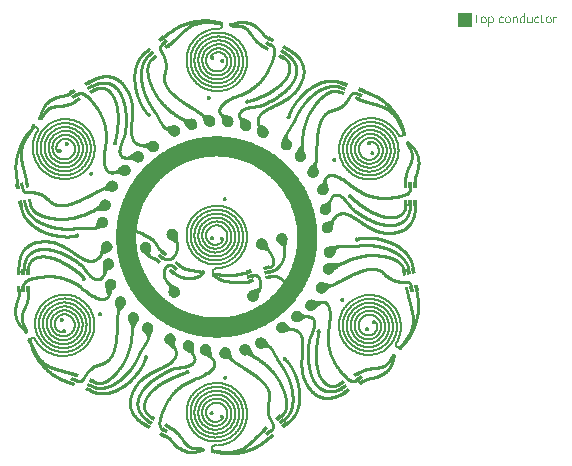
<source format=gtl>
G04                                                      *
G04 Greetings!                                           *
G04 This Gerber was generated by PCBmodE, an open source *
G04 PCB design software. Get it here:                    *
G04                                                      *
G04   http://pcbmode.com                                 *
G04                                                      *
G04 Also visit                                           *
G04                                                      *
G04   http://boldport.com                                *
G04                                                      *
G04 and follow @boldport / @pcbmode for updates!         *
G04                                                      *

G04 leading zeros omitted (L); absolute data (A); 6 integer digits and 6 fractional digits *
%FSLAX66Y66*%

G04 mode (MO): millimeters (MM) *
%MOMM*%

G04 Aperture definitions *
%ADD10C,0.001X*%
%ADD11C,0.001X*%
%ADD20C,0.13X*%
%ADD21C,0.80X*%
%ADD22C,0.25X*%

%LPD*%
G36*
G01X19000174Y-10483137D02*
G01X19000174Y-10483137D01*
G01X18935624Y-10483257D01*
G01X18871086Y-10483857D01*
G01X18806564Y-10484938D01*
G01X18742060Y-10486500D01*
G01X18677577Y-10488543D01*
G01X18613119Y-10491068D01*
G01X18548687Y-10494074D01*
G01X18484285Y-10497563D01*
G01X18419915Y-10501534D01*
G01X18355581Y-10505988D01*
G01X18291284Y-10510924D01*
G01X18227028Y-10516344D01*
G01X18162815Y-10522248D01*
G01X18098648Y-10528636D01*
G01X18034531Y-10535508D01*
G01X17970465Y-10542864D01*
G01X17906453Y-10550705D01*
G01X17842499Y-10559032D01*
G01X17778605Y-10567844D01*
G01X17714773Y-10577141D01*
G01X17651007Y-10586925D01*
G01X17587310Y-10597195D01*
G01X17523683Y-10607952D01*
G01X17460131Y-10619196D01*
G01X17396655Y-10630927D01*
G01X17396655Y-10630927D01*
G01X17396655Y-10630927D01*
G01X17258488Y-10658565D01*
G01X17121291Y-10688329D01*
G01X16985077Y-10720199D01*
G01X16849862Y-10754155D01*
G01X16715657Y-10790177D01*
G01X16582478Y-10828243D01*
G01X16450338Y-10868332D01*
G01X16319251Y-10910426D01*
G01X16189232Y-10954502D01*
G01X16060293Y-11000541D01*
G01X15932450Y-11048522D01*
G01X15805715Y-11098424D01*
G01X15680103Y-11150227D01*
G01X15555628Y-11203911D01*
G01X15432304Y-11259454D01*
G01X15310144Y-11316837D01*
G01X15189163Y-11376038D01*
G01X15069374Y-11437038D01*
G01X14950792Y-11499816D01*
G01X14833430Y-11564350D01*
G01X14717302Y-11630621D01*
G01X14602423Y-11698609D01*
G01X14488805Y-11768292D01*
G01X14376464Y-11839650D01*
G01X14265412Y-11912662D01*
G01X14155665Y-11987309D01*
G01X14047235Y-12063569D01*
G01X13940137Y-12141422D01*
G01X13834384Y-12220848D01*
G01X13729992Y-12301825D01*
G01X13626972Y-12384334D01*
G01X13525341Y-12468354D01*
G01X13425110Y-12553864D01*
G01X13326295Y-12640844D01*
G01X13228909Y-12729273D01*
G01X13132966Y-12819130D01*
G01X13038481Y-12910396D01*
G01X12945466Y-13003050D01*
G01X12853936Y-13097071D01*
G01X12763905Y-13192438D01*
G01X12675387Y-13289132D01*
G01X12588396Y-13387131D01*
G01X12502945Y-13486415D01*
G01X12419049Y-13586964D01*
G01X12336721Y-13688756D01*
G01X12255976Y-13791772D01*
G01X12176827Y-13895991D01*
G01X12099289Y-14001393D01*
G01X12023374Y-14107956D01*
G01X11949098Y-14215661D01*
G01X11876474Y-14324486D01*
G01X11805516Y-14434412D01*
G01X11736238Y-14545417D01*
G01X11668653Y-14657482D01*
G01X11602777Y-14770585D01*
G01X11538622Y-14884707D01*
G01X11476202Y-14999826D01*
G01X11415532Y-15115922D01*
G01X11356626Y-15232975D01*
G01X11299497Y-15350964D01*
G01X11244160Y-15469868D01*
G01X11190627Y-15589668D01*
G01X11138914Y-15710342D01*
G01X11089034Y-15831870D01*
G01X11041001Y-15954231D01*
G01X10994829Y-16077405D01*
G01X10950532Y-16201371D01*
G01X10908124Y-16326110D01*
G01X10867618Y-16451599D01*
G01X10829029Y-16577820D01*
G01X10792371Y-16704750D01*
G01X10757657Y-16832371D01*
G01X10724902Y-16960660D01*
G01X10694119Y-17089598D01*
G01X10665322Y-17219165D01*
G01X10638526Y-17349339D01*
G01X10613744Y-17480099D01*
G01X10590990Y-17611427D01*
G01X10570278Y-17743300D01*
G01X10551622Y-17875699D01*
G01X10535035Y-18008603D01*
G01X10520533Y-18141992D01*
G01X10508128Y-18275844D01*
G01X10497835Y-18410140D01*
G01X10489667Y-18544858D01*
G01X10483639Y-18679979D01*
G01X10479765Y-18815482D01*
G01X10478058Y-18951345D01*
G01X10478532Y-19087550D01*
G01X10481201Y-19224075D01*
G01X10486079Y-19360899D01*
G01X10493181Y-19498003D01*
G01X10502519Y-19635365D01*
G01X10514109Y-19772965D01*
G01X10527963Y-19910783D01*
G01X10544096Y-20048798D01*
G01X10562522Y-20186989D01*
G01X10583254Y-20325337D01*
G01X10606307Y-20463819D01*
G01X10631695Y-20602417D01*
G01X10631695Y-20602417D01*
G01X10631695Y-20602417D01*
G01X10655634Y-20722477D01*
G01X10681206Y-20841858D01*
G01X10708395Y-20960551D01*
G01X10737190Y-21078544D01*
G01X10767578Y-21195827D01*
G01X10799545Y-21312389D01*
G01X10833078Y-21428219D01*
G01X10868165Y-21543307D01*
G01X10904792Y-21657642D01*
G01X10942947Y-21771212D01*
G01X10982616Y-21884008D01*
G01X11023787Y-21996019D01*
G01X11066446Y-22107233D01*
G01X11110580Y-22217641D01*
G01X11156178Y-22327231D01*
G01X11203224Y-22435992D01*
G01X11251707Y-22543915D01*
G01X11301614Y-22650987D01*
G01X11352931Y-22757199D01*
G01X11405646Y-22862540D01*
G01X11459745Y-22966999D01*
G01X11515216Y-23070565D01*
G01X11572045Y-23173227D01*
G01X11630220Y-23274976D01*
G01X11689728Y-23375799D01*
G01X11750555Y-23475687D01*
G01X11812688Y-23574628D01*
G01X11876116Y-23672612D01*
G01X11940823Y-23769628D01*
G01X12006799Y-23865666D01*
G01X12074029Y-23960714D01*
G01X12142500Y-24054762D01*
G01X12212201Y-24147800D01*
G01X12283117Y-24239815D01*
G01X12355235Y-24330799D01*
G01X12428543Y-24420739D01*
G01X12503028Y-24509626D01*
G01X12578677Y-24597448D01*
G01X12655476Y-24684195D01*
G01X12733413Y-24769856D01*
G01X12812474Y-24854420D01*
G01X12892647Y-24937877D01*
G01X12973919Y-25020215D01*
G01X13056277Y-25101425D01*
G01X13139707Y-25181495D01*
G01X13224197Y-25260414D01*
G01X13309734Y-25338173D01*
G01X13396304Y-25414760D01*
G01X13483896Y-25490164D01*
G01X13572494Y-25564374D01*
G01X13662088Y-25637381D01*
G01X13752664Y-25709173D01*
G01X13844208Y-25779740D01*
G01X13936708Y-25849070D01*
G01X14030151Y-25917153D01*
G01X14124523Y-25983978D01*
G01X14219813Y-26049535D01*
G01X14316006Y-26113813D01*
G01X14413090Y-26176801D01*
G01X14511052Y-26238488D01*
G01X14609878Y-26298864D01*
G01X14709557Y-26357918D01*
G01X14810074Y-26415639D01*
G01X14911417Y-26472016D01*
G01X15013573Y-26527039D01*
G01X15116529Y-26580697D01*
G01X15220272Y-26632979D01*
G01X15324788Y-26683875D01*
G01X15430066Y-26733373D01*
G01X15536091Y-26781463D01*
G01X15642851Y-26828135D01*
G01X15750333Y-26873377D01*
G01X15858525Y-26917178D01*
G01X15967411Y-26959529D01*
G01X16076981Y-27000419D01*
G01X16187221Y-27039835D01*
G01X16298118Y-27077769D01*
G01X16409659Y-27114209D01*
G01X16521830Y-27149144D01*
G01X16634620Y-27182564D01*
G01X16748015Y-27214458D01*
G01X16862001Y-27244815D01*
G01X16976567Y-27273624D01*
G01X17091698Y-27300875D01*
G01X17207383Y-27326557D01*
G01X17323607Y-27350660D01*
G01X17440359Y-27373171D01*
G01X17557624Y-27394082D01*
G01X17675391Y-27413381D01*
G01X17793645Y-27431057D01*
G01X17912375Y-27447099D01*
G01X18031567Y-27461498D01*
G01X18151207Y-27474241D01*
G01X18271284Y-27485319D01*
G01X18391784Y-27494721D01*
G01X18512694Y-27502435D01*
G01X18634001Y-27508452D01*
G01X18755692Y-27512760D01*
G01X18877754Y-27515348D01*
G01X19000174Y-27516207D01*
G01X19000174Y-27516207D01*
G01X19000174Y-25816047D01*
G01X19000174Y-25816047D01*
G01X18902189Y-25815365D01*
G01X18804491Y-25813298D01*
G01X18707089Y-25809855D01*
G01X18609995Y-25805045D01*
G01X18513219Y-25798875D01*
G01X18416770Y-25791355D01*
G01X18320661Y-25782493D01*
G01X18224900Y-25772298D01*
G01X18129499Y-25760779D01*
G01X18034467Y-25747943D01*
G01X17939816Y-25733800D01*
G01X17845555Y-25718358D01*
G01X17751695Y-25701626D01*
G01X17658246Y-25683612D01*
G01X17565219Y-25664325D01*
G01X17472625Y-25643774D01*
G01X17380473Y-25621967D01*
G01X17288774Y-25598912D01*
G01X17197538Y-25574619D01*
G01X17106776Y-25549095D01*
G01X17016498Y-25522350D01*
G01X16926715Y-25494393D01*
G01X16837437Y-25465230D01*
G01X16748674Y-25434873D01*
G01X16660437Y-25403327D01*
G01X16572736Y-25370604D01*
G01X16485581Y-25336710D01*
G01X16398984Y-25301655D01*
G01X16312954Y-25265447D01*
G01X16227502Y-25228095D01*
G01X16142638Y-25189608D01*
G01X16058372Y-25149993D01*
G01X15974715Y-25109260D01*
G01X15891678Y-25067417D01*
G01X15809271Y-25024473D01*
G01X15727504Y-24980437D01*
G01X15646387Y-24935316D01*
G01X15565931Y-24889120D01*
G01X15486147Y-24841856D01*
G01X15407044Y-24793535D01*
G01X15328634Y-24744164D01*
G01X15250926Y-24693752D01*
G01X15173931Y-24642307D01*
G01X15097660Y-24589838D01*
G01X15022122Y-24536354D01*
G01X14947329Y-24481864D01*
G01X14873290Y-24426375D01*
G01X14800016Y-24369897D01*
G01X14727517Y-24312437D01*
G01X14655805Y-24254006D01*
G01X14584888Y-24194610D01*
G01X14514778Y-24134260D01*
G01X14445485Y-24072963D01*
G01X14377019Y-24010727D01*
G01X14309391Y-23947563D01*
G01X14242611Y-23883477D01*
G01X14176690Y-23818480D01*
G01X14111638Y-23752578D01*
G01X14047465Y-23685782D01*
G01X13984182Y-23618099D01*
G01X13921799Y-23549539D01*
G01X13860327Y-23480109D01*
G01X13799776Y-23409818D01*
G01X13740156Y-23338676D01*
G01X13681478Y-23266690D01*
G01X13623752Y-23193869D01*
G01X13566988Y-23120221D01*
G01X13511198Y-23045756D01*
G01X13456391Y-22970482D01*
G01X13402578Y-22894408D01*
G01X13349769Y-22817541D01*
G01X13297974Y-22739891D01*
G01X13247205Y-22661466D01*
G01X13197471Y-22582276D01*
G01X13148782Y-22502327D01*
G01X13101150Y-22421630D01*
G01X13054585Y-22340192D01*
G01X13009096Y-22258022D01*
G01X12964695Y-22175130D01*
G01X12921391Y-22091522D01*
G01X12879196Y-22007209D01*
G01X12838120Y-21922198D01*
G01X12798172Y-21836498D01*
G01X12759364Y-21750118D01*
G01X12721705Y-21663067D01*
G01X12685207Y-21575352D01*
G01X12649879Y-21486983D01*
G01X12615733Y-21397968D01*
G01X12582777Y-21308316D01*
G01X12551024Y-21218035D01*
G01X12520482Y-21127134D01*
G01X12491163Y-21035621D01*
G01X12463078Y-20943506D01*
G01X12436235Y-20850796D01*
G01X12410647Y-20757500D01*
G01X12386322Y-20663627D01*
G01X12363272Y-20569186D01*
G01X12341508Y-20474185D01*
G01X12321038Y-20378632D01*
G01X12301875Y-20282537D01*
G01X12301875Y-20282537D01*
G01X12301875Y-20282537D01*
G01X12281557Y-20171601D01*
G01X12263109Y-20060756D01*
G01X12246517Y-19950021D01*
G01X12231773Y-19839410D01*
G01X12218863Y-19728940D01*
G01X12207777Y-19618628D01*
G01X12198505Y-19508491D01*
G01X12191034Y-19398544D01*
G01X12185353Y-19288804D01*
G01X12181452Y-19179288D01*
G01X12179320Y-19070012D01*
G01X12178944Y-18960992D01*
G01X12180315Y-18852245D01*
G01X12183420Y-18743787D01*
G01X12188249Y-18635635D01*
G01X12194791Y-18527805D01*
G01X12203034Y-18420313D01*
G01X12212967Y-18313177D01*
G01X12224579Y-18206411D01*
G01X12237859Y-18100034D01*
G01X12252796Y-17994061D01*
G01X12269379Y-17888509D01*
G01X12287596Y-17783393D01*
G01X12307437Y-17678732D01*
G01X12328890Y-17574540D01*
G01X12351943Y-17470835D01*
G01X12376587Y-17367632D01*
G01X12402809Y-17264949D01*
G01X12430599Y-17162802D01*
G01X12459946Y-17061207D01*
G01X12490838Y-16960180D01*
G01X12523264Y-16859738D01*
G01X12557213Y-16759898D01*
G01X12592674Y-16660676D01*
G01X12629635Y-16562088D01*
G01X12668086Y-16464150D01*
G01X12708016Y-16366880D01*
G01X12749413Y-16270294D01*
G01X12792265Y-16174407D01*
G01X12836563Y-16079237D01*
G01X12882295Y-15984800D01*
G01X12929449Y-15891112D01*
G01X12978015Y-15798190D01*
G01X13027981Y-15706051D01*
G01X13079337Y-15614710D01*
G01X13132070Y-15524183D01*
G01X13186171Y-15434489D01*
G01X13241627Y-15345642D01*
G01X13298428Y-15257660D01*
G01X13356562Y-15170558D01*
G01X13416019Y-15084354D01*
G01X13476786Y-14999063D01*
G01X13538854Y-14914703D01*
G01X13602211Y-14831289D01*
G01X13666845Y-14748837D01*
G01X13732746Y-14667366D01*
G01X13799903Y-14586890D01*
G01X13868303Y-14507426D01*
G01X13937937Y-14428991D01*
G01X14008793Y-14351601D01*
G01X14080860Y-14275273D01*
G01X14154126Y-14200022D01*
G01X14228581Y-14125866D01*
G01X14304213Y-14052821D01*
G01X14381011Y-13980903D01*
G01X14458965Y-13910129D01*
G01X14538062Y-13840515D01*
G01X14618293Y-13772077D01*
G01X14699644Y-13704833D01*
G01X14782107Y-13638798D01*
G01X14865669Y-13573988D01*
G01X14950318Y-13510421D01*
G01X15036045Y-13448113D01*
G01X15122838Y-13387080D01*
G01X15210686Y-13327338D01*
G01X15299577Y-13268905D01*
G01X15389501Y-13211796D01*
G01X15480445Y-13156028D01*
G01X15572400Y-13101617D01*
G01X15665354Y-13048580D01*
G01X15759296Y-12996933D01*
G01X15854215Y-12946692D01*
G01X15950099Y-12897875D01*
G01X16046938Y-12850497D01*
G01X16144719Y-12804575D01*
G01X16243433Y-12760125D01*
G01X16343068Y-12717165D01*
G01X16443613Y-12675709D01*
G01X16545056Y-12635775D01*
G01X16647387Y-12597379D01*
G01X16750594Y-12560537D01*
G01X16854666Y-12525267D01*
G01X16959593Y-12491583D01*
G01X17065362Y-12459504D01*
G01X17171963Y-12429045D01*
G01X17279385Y-12400222D01*
G01X17387616Y-12373053D01*
G01X17496645Y-12347553D01*
G01X17606462Y-12323739D01*
G01X17717054Y-12301627D01*
G01X17717054Y-12301627D01*
G01X17717054Y-12301627D01*
G01X17767847Y-12292233D01*
G01X17818701Y-12283225D01*
G01X17869614Y-12274606D01*
G01X17920584Y-12266373D01*
G01X17971609Y-12258529D01*
G01X18022686Y-12251072D01*
G01X18073813Y-12244003D01*
G01X18124989Y-12237322D01*
G01X18176210Y-12231030D01*
G01X18227475Y-12225126D01*
G01X18278781Y-12219611D01*
G01X18330127Y-12214484D01*
G01X18381509Y-12209747D01*
G01X18432926Y-12205398D01*
G01X18484376Y-12201439D01*
G01X18535856Y-12197869D01*
G01X18587364Y-12194689D01*
G01X18638898Y-12191898D01*
G01X18690456Y-12189497D01*
G01X18742035Y-12187486D01*
G01X18793633Y-12185865D01*
G01X18845248Y-12184635D01*
G01X18896879Y-12183795D01*
G01X18948521Y-12183346D01*
G01X19000174Y-12183287D01*
G01X19000174Y-12183287D01*
G37*
G36*
G01X18999970Y-27516193D02*
G01X18999970Y-27516193D01*
G01X19064521Y-27516073D01*
G01X19129059Y-27515473D01*
G01X19193581Y-27514392D01*
G01X19258085Y-27512830D01*
G01X19322568Y-27510787D01*
G01X19387026Y-27508262D01*
G01X19451458Y-27505256D01*
G01X19515860Y-27501767D01*
G01X19580230Y-27497796D01*
G01X19644564Y-27493342D01*
G01X19708861Y-27488406D01*
G01X19773117Y-27482986D01*
G01X19837330Y-27477082D01*
G01X19901497Y-27470694D01*
G01X19965614Y-27463822D01*
G01X20029680Y-27456466D01*
G01X20093692Y-27448625D01*
G01X20157646Y-27440298D01*
G01X20221540Y-27431486D01*
G01X20285372Y-27422189D01*
G01X20349138Y-27412405D01*
G01X20412835Y-27402135D01*
G01X20476462Y-27391378D01*
G01X20540014Y-27380134D01*
G01X20603490Y-27368403D01*
G01X20603490Y-27368403D01*
G01X20603490Y-27368403D01*
G01X20741657Y-27340765D01*
G01X20878854Y-27311001D01*
G01X21015068Y-27279131D01*
G01X21150283Y-27245175D01*
G01X21284488Y-27209153D01*
G01X21417667Y-27171087D01*
G01X21549807Y-27130998D01*
G01X21680894Y-27088904D01*
G01X21810913Y-27044828D01*
G01X21939852Y-26998789D01*
G01X22067695Y-26950808D01*
G01X22194430Y-26900906D01*
G01X22320042Y-26849103D01*
G01X22444517Y-26795419D01*
G01X22567841Y-26739876D01*
G01X22690001Y-26682493D01*
G01X22810982Y-26623292D01*
G01X22930771Y-26562292D01*
G01X23049353Y-26499514D01*
G01X23166715Y-26434980D01*
G01X23282843Y-26368709D01*
G01X23397722Y-26300721D01*
G01X23511340Y-26231038D01*
G01X23623681Y-26159680D01*
G01X23734733Y-26086668D01*
G01X23844480Y-26012021D01*
G01X23952910Y-25935761D01*
G01X24060008Y-25857908D01*
G01X24165761Y-25778482D01*
G01X24270153Y-25697505D01*
G01X24373173Y-25614996D01*
G01X24474804Y-25530976D01*
G01X24575035Y-25445466D01*
G01X24673850Y-25358486D01*
G01X24771236Y-25270057D01*
G01X24867179Y-25180200D01*
G01X24961664Y-25088934D01*
G01X25054679Y-24996280D01*
G01X25146209Y-24902259D01*
G01X25236240Y-24806892D01*
G01X25324758Y-24710198D01*
G01X25411749Y-24612199D01*
G01X25497200Y-24512915D01*
G01X25581096Y-24412366D01*
G01X25663424Y-24310574D01*
G01X25744169Y-24207558D01*
G01X25823318Y-24103339D01*
G01X25900856Y-23997937D01*
G01X25976771Y-23891374D01*
G01X26051047Y-23783669D01*
G01X26123671Y-23674844D01*
G01X26194629Y-23564918D01*
G01X26263907Y-23453913D01*
G01X26331492Y-23341848D01*
G01X26397368Y-23228745D01*
G01X26461523Y-23114623D01*
G01X26523943Y-22999504D01*
G01X26584613Y-22883408D01*
G01X26643519Y-22766355D01*
G01X26700648Y-22648366D01*
G01X26755985Y-22529462D01*
G01X26809518Y-22409662D01*
G01X26861231Y-22288988D01*
G01X26911111Y-22167460D01*
G01X26959144Y-22045099D01*
G01X27005316Y-21921925D01*
G01X27049613Y-21797959D01*
G01X27092021Y-21673220D01*
G01X27132527Y-21547731D01*
G01X27171116Y-21421510D01*
G01X27207774Y-21294580D01*
G01X27242488Y-21166959D01*
G01X27275243Y-21038670D01*
G01X27306026Y-20909732D01*
G01X27334823Y-20780165D01*
G01X27361619Y-20649991D01*
G01X27386401Y-20519231D01*
G01X27409155Y-20387903D01*
G01X27429867Y-20256030D01*
G01X27448523Y-20123631D01*
G01X27465110Y-19990727D01*
G01X27479612Y-19857338D01*
G01X27492017Y-19723486D01*
G01X27502310Y-19589190D01*
G01X27510478Y-19454472D01*
G01X27516506Y-19319351D01*
G01X27520380Y-19183848D01*
G01X27522087Y-19047985D01*
G01X27521613Y-18911780D01*
G01X27518944Y-18775255D01*
G01X27514066Y-18638431D01*
G01X27506964Y-18501327D01*
G01X27497626Y-18363965D01*
G01X27486036Y-18226365D01*
G01X27472182Y-18088547D01*
G01X27456049Y-17950532D01*
G01X27437623Y-17812341D01*
G01X27416891Y-17673993D01*
G01X27393838Y-17535511D01*
G01X27368451Y-17396913D01*
G01X27368451Y-17396913D01*
G01X27368451Y-17396913D01*
G01X27344511Y-17276853D01*
G01X27318939Y-17157472D01*
G01X27291750Y-17038779D01*
G01X27262955Y-16920786D01*
G01X27232567Y-16803503D01*
G01X27200600Y-16686941D01*
G01X27167067Y-16571111D01*
G01X27131980Y-16456023D01*
G01X27095353Y-16341688D01*
G01X27057198Y-16228118D01*
G01X27017529Y-16115322D01*
G01X26976358Y-16003311D01*
G01X26933699Y-15892097D01*
G01X26889565Y-15781689D01*
G01X26843967Y-15672099D01*
G01X26796921Y-15563338D01*
G01X26748438Y-15455415D01*
G01X26698531Y-15348343D01*
G01X26647214Y-15242131D01*
G01X26594499Y-15136790D01*
G01X26540400Y-15032331D01*
G01X26484929Y-14928765D01*
G01X26428100Y-14826103D01*
G01X26369925Y-14724354D01*
G01X26310417Y-14623531D01*
G01X26249590Y-14523643D01*
G01X26187457Y-14424702D01*
G01X26124029Y-14326718D01*
G01X26059322Y-14229702D01*
G01X25993346Y-14133664D01*
G01X25926116Y-14038616D01*
G01X25857645Y-13944568D01*
G01X25787944Y-13851530D01*
G01X25717028Y-13759515D01*
G01X25644910Y-13668531D01*
G01X25571602Y-13578591D01*
G01X25497117Y-13489704D01*
G01X25421468Y-13401882D01*
G01X25344669Y-13315135D01*
G01X25266732Y-13229474D01*
G01X25187671Y-13144910D01*
G01X25107498Y-13061454D01*
G01X25026226Y-12979115D01*
G01X24943868Y-12897905D01*
G01X24860438Y-12817835D01*
G01X24775948Y-12738916D01*
G01X24690411Y-12661157D01*
G01X24603841Y-12584570D01*
G01X24516249Y-12509166D01*
G01X24427650Y-12434955D01*
G01X24338057Y-12361949D01*
G01X24247481Y-12290157D01*
G01X24155937Y-12219590D01*
G01X24063437Y-12150260D01*
G01X23969994Y-12082177D01*
G01X23875622Y-12015352D01*
G01X23780332Y-11949795D01*
G01X23684139Y-11885517D01*
G01X23587055Y-11822529D01*
G01X23489093Y-11760842D01*
G01X23390267Y-11700466D01*
G01X23290588Y-11641412D01*
G01X23190071Y-11583691D01*
G01X23088728Y-11527314D01*
G01X22986572Y-11472291D01*
G01X22883616Y-11418633D01*
G01X22779873Y-11366351D01*
G01X22675357Y-11315456D01*
G01X22570079Y-11265957D01*
G01X22464054Y-11217867D01*
G01X22357294Y-11171195D01*
G01X22249812Y-11125953D01*
G01X22141620Y-11082152D01*
G01X22032734Y-11039801D01*
G01X21923164Y-10998911D01*
G01X21812924Y-10959495D01*
G01X21702027Y-10921561D01*
G01X21590486Y-10885121D01*
G01X21478315Y-10850186D01*
G01X21365525Y-10816766D01*
G01X21252130Y-10784872D01*
G01X21138144Y-10754515D01*
G01X21023578Y-10725706D01*
G01X20908447Y-10698455D01*
G01X20792762Y-10672773D01*
G01X20676538Y-10648670D01*
G01X20559786Y-10626159D01*
G01X20442521Y-10605248D01*
G01X20324754Y-10585949D01*
G01X20206500Y-10568273D01*
G01X20087770Y-10552231D01*
G01X19968578Y-10537832D01*
G01X19848938Y-10525089D01*
G01X19728861Y-10514011D01*
G01X19608361Y-10504609D01*
G01X19487451Y-10496895D01*
G01X19366144Y-10490878D01*
G01X19244453Y-10486570D01*
G01X19122391Y-10483982D01*
G01X18999970Y-10483123D01*
G01X18999970Y-10483123D01*
G01X18999970Y-12183283D01*
G01X18999970Y-12183283D01*
G01X19097956Y-12183965D01*
G01X19195654Y-12186032D01*
G01X19293056Y-12189475D01*
G01X19390150Y-12194285D01*
G01X19486926Y-12200455D01*
G01X19583375Y-12207975D01*
G01X19679484Y-12216837D01*
G01X19775245Y-12227032D01*
G01X19870646Y-12238551D01*
G01X19965678Y-12251387D01*
G01X20060329Y-12265530D01*
G01X20154590Y-12280972D01*
G01X20248450Y-12297704D01*
G01X20341899Y-12315718D01*
G01X20434926Y-12335005D01*
G01X20527520Y-12355556D01*
G01X20619672Y-12377363D01*
G01X20711371Y-12400418D01*
G01X20802607Y-12424711D01*
G01X20893369Y-12450235D01*
G01X20983647Y-12476980D01*
G01X21073430Y-12504937D01*
G01X21162708Y-12534100D01*
G01X21251471Y-12564457D01*
G01X21339708Y-12596003D01*
G01X21427409Y-12628726D01*
G01X21514564Y-12662620D01*
G01X21601161Y-12697675D01*
G01X21687191Y-12733883D01*
G01X21772643Y-12771235D01*
G01X21857507Y-12809722D01*
G01X21941773Y-12849337D01*
G01X22025430Y-12890070D01*
G01X22108467Y-12931913D01*
G01X22190874Y-12974857D01*
G01X22272641Y-13018893D01*
G01X22353758Y-13064014D01*
G01X22434214Y-13110210D01*
G01X22513998Y-13157474D01*
G01X22593101Y-13205795D01*
G01X22671511Y-13255166D01*
G01X22749219Y-13305578D01*
G01X22826214Y-13357023D01*
G01X22902485Y-13409492D01*
G01X22978023Y-13462976D01*
G01X23052816Y-13517466D01*
G01X23126855Y-13572955D01*
G01X23200129Y-13629433D01*
G01X23272628Y-13686893D01*
G01X23344341Y-13745324D01*
G01X23415257Y-13804720D01*
G01X23485367Y-13865070D01*
G01X23554660Y-13926367D01*
G01X23623126Y-13988603D01*
G01X23690754Y-14051767D01*
G01X23757534Y-14115853D01*
G01X23823455Y-14180850D01*
G01X23888507Y-14246752D01*
G01X23952680Y-14313548D01*
G01X24015963Y-14381231D01*
G01X24078346Y-14449791D01*
G01X24139818Y-14519221D01*
G01X24200369Y-14589512D01*
G01X24259989Y-14660654D01*
G01X24318667Y-14732640D01*
G01X24376393Y-14805461D01*
G01X24433157Y-14879109D01*
G01X24488947Y-14953574D01*
G01X24543754Y-15028848D01*
G01X24597567Y-15104922D01*
G01X24650376Y-15181789D01*
G01X24702171Y-15259439D01*
G01X24752940Y-15337864D01*
G01X24802674Y-15417054D01*
G01X24851363Y-15497003D01*
G01X24898995Y-15577700D01*
G01X24945560Y-15659138D01*
G01X24991049Y-15741308D01*
G01X25035450Y-15824200D01*
G01X25078754Y-15907808D01*
G01X25120949Y-15992121D01*
G01X25162025Y-16077132D01*
G01X25201973Y-16162832D01*
G01X25240781Y-16249212D01*
G01X25278440Y-16336263D01*
G01X25314938Y-16423978D01*
G01X25350266Y-16512347D01*
G01X25384412Y-16601362D01*
G01X25417368Y-16691014D01*
G01X25449121Y-16781295D01*
G01X25479663Y-16872196D01*
G01X25508982Y-16963709D01*
G01X25537067Y-17055824D01*
G01X25563910Y-17148534D01*
G01X25589498Y-17241830D01*
G01X25613823Y-17335703D01*
G01X25636873Y-17430144D01*
G01X25658637Y-17525145D01*
G01X25679107Y-17620698D01*
G01X25698270Y-17716793D01*
G01X25698270Y-17716793D01*
G01X25698270Y-17716793D01*
G01X25718588Y-17827729D01*
G01X25737036Y-17938574D01*
G01X25753628Y-18049309D01*
G01X25768372Y-18159920D01*
G01X25781282Y-18270390D01*
G01X25792368Y-18380702D01*
G01X25801640Y-18490839D01*
G01X25809111Y-18600786D01*
G01X25814792Y-18710526D01*
G01X25818693Y-18820042D01*
G01X25820825Y-18929318D01*
G01X25821201Y-19038338D01*
G01X25819830Y-19147085D01*
G01X25816725Y-19255543D01*
G01X25811896Y-19363695D01*
G01X25805354Y-19471525D01*
G01X25797111Y-19579017D01*
G01X25787178Y-19686153D01*
G01X25775566Y-19792919D01*
G01X25762286Y-19899296D01*
G01X25747349Y-20005269D01*
G01X25730766Y-20110821D01*
G01X25712549Y-20215937D01*
G01X25692708Y-20320598D01*
G01X25671256Y-20424790D01*
G01X25648202Y-20528495D01*
G01X25623558Y-20631698D01*
G01X25597336Y-20734381D01*
G01X25569546Y-20836528D01*
G01X25540199Y-20938123D01*
G01X25509307Y-21039150D01*
G01X25476881Y-21139592D01*
G01X25442932Y-21239432D01*
G01X25407471Y-21338654D01*
G01X25370510Y-21437242D01*
G01X25332059Y-21535180D01*
G01X25292129Y-21632450D01*
G01X25250732Y-21729036D01*
G01X25207880Y-21824923D01*
G01X25163582Y-21920093D01*
G01X25117850Y-22014530D01*
G01X25070696Y-22108218D01*
G01X25022130Y-22201140D01*
G01X24972164Y-22293279D01*
G01X24920808Y-22384620D01*
G01X24868075Y-22475147D01*
G01X24813974Y-22564841D01*
G01X24758518Y-22653688D01*
G01X24701717Y-22741670D01*
G01X24643583Y-22828772D01*
G01X24584126Y-22914976D01*
G01X24523359Y-23000267D01*
G01X24461291Y-23084627D01*
G01X24397934Y-23168041D01*
G01X24333300Y-23250493D01*
G01X24267399Y-23331964D01*
G01X24200242Y-23412440D01*
G01X24131842Y-23491904D01*
G01X24062208Y-23570339D01*
G01X23991352Y-23647729D01*
G01X23919285Y-23724057D01*
G01X23846019Y-23799308D01*
G01X23771564Y-23873464D01*
G01X23695932Y-23946509D01*
G01X23619134Y-24018427D01*
G01X23541180Y-24089201D01*
G01X23462083Y-24158815D01*
G01X23381852Y-24227253D01*
G01X23300501Y-24294497D01*
G01X23218038Y-24360532D01*
G01X23134476Y-24425342D01*
G01X23049827Y-24488909D01*
G01X22964100Y-24551217D01*
G01X22877307Y-24612250D01*
G01X22789459Y-24671992D01*
G01X22700568Y-24730425D01*
G01X22610644Y-24787534D01*
G01X22519700Y-24843302D01*
G01X22427745Y-24897713D01*
G01X22334791Y-24950750D01*
G01X22240849Y-25002397D01*
G01X22145930Y-25052638D01*
G01X22050046Y-25101455D01*
G01X21953207Y-25148833D01*
G01X21855426Y-25194755D01*
G01X21756712Y-25239205D01*
G01X21657077Y-25282165D01*
G01X21556532Y-25323621D01*
G01X21455089Y-25363555D01*
G01X21352758Y-25401951D01*
G01X21249551Y-25438793D01*
G01X21145479Y-25474063D01*
G01X21040552Y-25507747D01*
G01X20934783Y-25539826D01*
G01X20828182Y-25570285D01*
G01X20720760Y-25599108D01*
G01X20612529Y-25626277D01*
G01X20503500Y-25651777D01*
G01X20393683Y-25675591D01*
G01X20283091Y-25697703D01*
G01X20283091Y-25697703D01*
G01X20283091Y-25697703D01*
G01X20232298Y-25707097D01*
G01X20181444Y-25716105D01*
G01X20130531Y-25724724D01*
G01X20079561Y-25732957D01*
G01X20028536Y-25740801D01*
G01X19977459Y-25748258D01*
G01X19926332Y-25755327D01*
G01X19875156Y-25762008D01*
G01X19823935Y-25768300D01*
G01X19772670Y-25774204D01*
G01X19721364Y-25779719D01*
G01X19670018Y-25784846D01*
G01X19618636Y-25789583D01*
G01X19567219Y-25793932D01*
G01X19515769Y-25797891D01*
G01X19464289Y-25801461D01*
G01X19412781Y-25804641D01*
G01X19361247Y-25807432D01*
G01X19309689Y-25809833D01*
G01X19258110Y-25811844D01*
G01X19206512Y-25813465D01*
G01X19154897Y-25814695D01*
G01X19103266Y-25815535D01*
G01X19051624Y-25815984D01*
G01X18999970Y-25816043D01*
G01X18999970Y-25816043D01*
G37*
G36*
G01X22447401Y-24288936D02*
G01X22447401Y-24288936D01*
G01X22411618Y-24331173D01*
G01X22372129Y-24368323D01*
G01X22329412Y-24400321D01*
G01X22283945Y-24427099D01*
G01X22236206Y-24448591D01*
G01X22186673Y-24464729D01*
G01X22135825Y-24475446D01*
G01X22084139Y-24480676D01*
G01X22032095Y-24480352D01*
G01X21980169Y-24474407D01*
G01X21928840Y-24462773D01*
G01X21878586Y-24445385D01*
G01X21829885Y-24422174D01*
G01X21783216Y-24393075D01*
G01X21770322Y-24383670D01*
G01X21770322Y-24383670D01*
G01X21728086Y-24347888D01*
G01X21690935Y-24308399D01*
G01X21658937Y-24265682D01*
G01X21632159Y-24220215D01*
G01X21610667Y-24172476D01*
G01X21594530Y-24122943D01*
G01X21583812Y-24072095D01*
G01X21578582Y-24020409D01*
G01X21578906Y-23968365D01*
G01X21584852Y-23916439D01*
G01X21596485Y-23865110D01*
G01X21613873Y-23814856D01*
G01X21637084Y-23766155D01*
G01X21666183Y-23719486D01*
G01X21675588Y-23706592D01*
G01X21675588Y-23706592D01*
G01X21698930Y-23676780D01*
G01X21721129Y-23650920D01*
G01X21742804Y-23628467D01*
G01X21764578Y-23608877D01*
G01X21787071Y-23591605D01*
G01X21810904Y-23576105D01*
G01X21836698Y-23561834D01*
G01X21865074Y-23548246D01*
G01X21896654Y-23534798D01*
G01X21932058Y-23520944D01*
G01X21971907Y-23506139D01*
G01X22016822Y-23489839D01*
G01X22067425Y-23471499D01*
G01X22124336Y-23450574D01*
G01X22188176Y-23426520D01*
G01X22259567Y-23398792D01*
G01X22339129Y-23366845D01*
G01X22427483Y-23330134D01*
G01X22525251Y-23288115D01*
G01X22633054Y-23240244D01*
G01X22633054Y-23240244D01*
G01X22633054Y-23240244D01*
G01X22616718Y-23360924D01*
G01X22603234Y-23469553D01*
G01X22592250Y-23566943D01*
G01X22583414Y-23653905D01*
G01X22576375Y-23731250D01*
G01X22570782Y-23799788D01*
G01X22566283Y-23860332D01*
G01X22562526Y-23913692D01*
G01X22559160Y-23960679D01*
G01X22555834Y-24002105D01*
G01X22552195Y-24038781D01*
G01X22547893Y-24071517D01*
G01X22542576Y-24101126D01*
G01X22535891Y-24128417D01*
G01X22527489Y-24154203D01*
G01X22517017Y-24179294D01*
G01X22504124Y-24204502D01*
G01X22488457Y-24230638D01*
G01X22469667Y-24258512D01*
G01X22447400Y-24288936D01*
G01X22447400Y-24288936D01*
G37*
G36*
G01X24049969Y-19298689D02*
G01X24049969Y-19298689D01*
G01X24033198Y-19245934D01*
G01X24022704Y-19192742D01*
G01X24018291Y-19139552D01*
G01X24019761Y-19086806D01*
G01X24026917Y-19034944D01*
G01X24039561Y-18984407D01*
G01X24057496Y-18935634D01*
G01X24080526Y-18889068D01*
G01X24108451Y-18845148D01*
G01X24141076Y-18804316D01*
G01X24178202Y-18767011D01*
G01X24219632Y-18733675D01*
G01X24265170Y-18704748D01*
G01X24314617Y-18680670D01*
G01X24329435Y-18674743D01*
G01X24329435Y-18674743D01*
G01X24382190Y-18657972D01*
G01X24435382Y-18647478D01*
G01X24488572Y-18643065D01*
G01X24541318Y-18644535D01*
G01X24593180Y-18651690D01*
G01X24643718Y-18664335D01*
G01X24692490Y-18682270D01*
G01X24739056Y-18705299D01*
G01X24782976Y-18733225D01*
G01X24823808Y-18765849D01*
G01X24861113Y-18802975D01*
G01X24894449Y-18844406D01*
G01X24923377Y-18889944D01*
G01X24947454Y-18939391D01*
G01X24953381Y-18954209D01*
G01X24953381Y-18954209D01*
G01X24966236Y-18989823D01*
G01X24976351Y-19022369D01*
G01X24983856Y-19052661D01*
G01X24988885Y-19081516D01*
G01X24991568Y-19109748D01*
G01X24992037Y-19138174D01*
G01X24990423Y-19167609D01*
G01X24986858Y-19198868D01*
G01X24981474Y-19232767D01*
G01X24974401Y-19270121D01*
G01X24965773Y-19311746D01*
G01X24955719Y-19358458D01*
G01X24944372Y-19411072D01*
G01X24931863Y-19470404D01*
G01X24918324Y-19537268D01*
G01X24903886Y-19612482D01*
G01X24888680Y-19696859D01*
G01X24872839Y-19791216D01*
G01X24856494Y-19896368D01*
G01X24839776Y-20013131D01*
G01X24839776Y-20013131D01*
G01X24839776Y-20013131D01*
G01X24746216Y-19935176D01*
G01X24661351Y-19866038D01*
G01X24584678Y-19804990D01*
G01X24515699Y-19751303D01*
G01X24453913Y-19704248D01*
G01X24398820Y-19663095D01*
G01X24349918Y-19627118D01*
G01X24306708Y-19595585D01*
G01X24268689Y-19567770D01*
G01X24235360Y-19542943D01*
G01X24206222Y-19520375D01*
G01X24180774Y-19499337D01*
G01X24158515Y-19479102D01*
G01X24138945Y-19458939D01*
G01X24121564Y-19438121D01*
G01X24105870Y-19415919D01*
G01X24091365Y-19391603D01*
G01X24077546Y-19364445D01*
G01X24063915Y-19333717D01*
G01X24049969Y-19298689D01*
G01X24049969Y-19298689D01*
G37*
G36*
G01X22487524Y-19965769D02*
G01X22487524Y-19965769D01*
G01X22447195Y-19927850D01*
G01X22412137Y-19886492D01*
G01X22382391Y-19842177D01*
G01X22358001Y-19795386D01*
G01X22339007Y-19746599D01*
G01X22325453Y-19696298D01*
G01X22317380Y-19644963D01*
G01X22314831Y-19593077D01*
G01X22317846Y-19541118D01*
G01X22326470Y-19489569D01*
G01X22340742Y-19438911D01*
G01X22360707Y-19389623D01*
G01X22386405Y-19342189D01*
G01X22417879Y-19297087D01*
G01X22427938Y-19284697D01*
G01X22427938Y-19284697D01*
G01X22465858Y-19244368D01*
G01X22507215Y-19209309D01*
G01X22551530Y-19179564D01*
G01X22598322Y-19155173D01*
G01X22647108Y-19136180D01*
G01X22697409Y-19122626D01*
G01X22748744Y-19114553D01*
G01X22800631Y-19112003D01*
G01X22852589Y-19115019D01*
G01X22904138Y-19123642D01*
G01X22954797Y-19137915D01*
G01X23004084Y-19157879D01*
G01X23051519Y-19183578D01*
G01X23096620Y-19215052D01*
G01X23109010Y-19225111D01*
G01X23109010Y-19225111D01*
G01X23137575Y-19249964D01*
G01X23162252Y-19273471D01*
G01X23183554Y-19296279D01*
G01X23201992Y-19319036D01*
G01X23218078Y-19342393D01*
G01X23232324Y-19366995D01*
G01X23245242Y-19393493D01*
G01X23257343Y-19422534D01*
G01X23269140Y-19454767D01*
G01X23281145Y-19490840D01*
G01X23293869Y-19531402D01*
G01X23307824Y-19577100D01*
G01X23323522Y-19628584D01*
G01X23341475Y-19686501D01*
G01X23362194Y-19751500D01*
G01X23386193Y-19824229D01*
G01X23413982Y-19905337D01*
G01X23446073Y-19995472D01*
G01X23482978Y-20095283D01*
G01X23525210Y-20205417D01*
G01X23525210Y-20205417D01*
G01X23525210Y-20205417D01*
G01X23405537Y-20182861D01*
G01X23297750Y-20163776D01*
G01X23201058Y-20147769D01*
G01X23114670Y-20134447D01*
G01X23037793Y-20123417D01*
G01X22969636Y-20114286D01*
G01X22909406Y-20106662D01*
G01X22856311Y-20100150D01*
G01X22809561Y-20094358D01*
G01X22768363Y-20088893D01*
G01X22731924Y-20083363D01*
G01X22699454Y-20077373D01*
G01X22670160Y-20070531D01*
G01X22643251Y-20062444D01*
G01X22617934Y-20052719D01*
G01X22593418Y-20040963D01*
G01X22568911Y-20026783D01*
G01X22543621Y-20009786D01*
G01X22516756Y-19989579D01*
G01X22487524Y-19965769D01*
G01X22487524Y-19965769D01*
G37*
G36*
G01X15818331Y-23430925D02*
G01X15818331Y-23430925D01*
G01X15842101Y-23480919D01*
G01X15859709Y-23532197D01*
G01X15871293Y-23584297D01*
G01X15876987Y-23636756D01*
G01X15876929Y-23689109D01*
G01X15871253Y-23740894D01*
G01X15860096Y-23791648D01*
G01X15843592Y-23840906D01*
G01X15821879Y-23888207D01*
G01X15795092Y-23933085D01*
G01X15763366Y-23975079D01*
G01X15726837Y-24013725D01*
G01X15685642Y-24048559D01*
G01X15639916Y-24079118D01*
G01X15626038Y-24086999D01*
G01X15626038Y-24086999D01*
G01X15576044Y-24110768D01*
G01X15524766Y-24128376D01*
G01X15472666Y-24139960D01*
G01X15420207Y-24145655D01*
G01X15367854Y-24145596D01*
G01X15316069Y-24139920D01*
G01X15265315Y-24128763D01*
G01X15216057Y-24112260D01*
G01X15168756Y-24090546D01*
G01X15123878Y-24063759D01*
G01X15081884Y-24032033D01*
G01X15043239Y-23995505D01*
G01X15008405Y-23954310D01*
G01X14977845Y-23908583D01*
G01X14969964Y-23894705D01*
G01X14969964Y-23894705D01*
G01X14952400Y-23861163D01*
G01X14937966Y-23830289D01*
G01X14926423Y-23801294D01*
G01X14917528Y-23773388D01*
G01X14911043Y-23745780D01*
G01X14906724Y-23717680D01*
G01X14904333Y-23688298D01*
G01X14903627Y-23656844D01*
G01X14904365Y-23622528D01*
G01X14906308Y-23584560D01*
G01X14909214Y-23542149D01*
G01X14912842Y-23494505D01*
G01X14916951Y-23440839D01*
G01X14921300Y-23380359D01*
G01X14925649Y-23312276D01*
G01X14929757Y-23235800D01*
G01X14933382Y-23150140D01*
G01X14936284Y-23054507D01*
G01X14938223Y-22948110D01*
G01X14938956Y-22830158D01*
G01X14938956Y-22830158D01*
G01X14938956Y-22830158D01*
G01X15042221Y-22894709D01*
G01X15135676Y-22951703D01*
G01X15219917Y-23001792D01*
G01X15295538Y-23045632D01*
G01X15363133Y-23083876D01*
G01X15423298Y-23117179D01*
G01X15476625Y-23146195D01*
G01X15523712Y-23171578D01*
G01X15565151Y-23193982D01*
G01X15601537Y-23214061D01*
G01X15633466Y-23232470D01*
G01X15661532Y-23249863D01*
G01X15686328Y-23266894D01*
G01X15708451Y-23284217D01*
G01X15728495Y-23302486D01*
G01X15747053Y-23322356D01*
G01X15764722Y-23344481D01*
G01X15782094Y-23369515D01*
G01X15799766Y-23398111D01*
G01X15818331Y-23430925D01*
G01X15818331Y-23430925D01*
G37*
G36*
G01X14801675Y-19009216D02*
G01X14801675Y-19009216D01*
G01X14776748Y-18959790D01*
G01X14757949Y-18908936D01*
G01X14745154Y-18857120D01*
G01X14738238Y-18804808D01*
G01X14737076Y-18752468D01*
G01X14741543Y-18700564D01*
G01X14751514Y-18649565D01*
G01X14766865Y-18599935D01*
G01X14787469Y-18552141D01*
G01X14813203Y-18506650D01*
G01X14843942Y-18463929D01*
G01X14879559Y-18424442D01*
G01X14919931Y-18388657D01*
G01X14964933Y-18357041D01*
G01X14978623Y-18348838D01*
G01X14978623Y-18348838D01*
G01X15028049Y-18323910D01*
G01X15078903Y-18305111D01*
G01X15130719Y-18292316D01*
G01X15183031Y-18285400D01*
G01X15235371Y-18284238D01*
G01X15287275Y-18288705D01*
G01X15338275Y-18298677D01*
G01X15387904Y-18314027D01*
G01X15435698Y-18334632D01*
G01X15481189Y-18360366D01*
G01X15523911Y-18391104D01*
G01X15563397Y-18426722D01*
G01X15599182Y-18467094D01*
G01X15630799Y-18512095D01*
G01X15639001Y-18525786D01*
G01X15639001Y-18525786D01*
G01X15657343Y-18558910D01*
G01X15672492Y-18589439D01*
G01X15684708Y-18618157D01*
G01X15694251Y-18645848D01*
G01X15701378Y-18673298D01*
G01X15706351Y-18701289D01*
G01X15709427Y-18730607D01*
G01X15710866Y-18762036D01*
G01X15710927Y-18796360D01*
G01X15709870Y-18834363D01*
G01X15707954Y-18876830D01*
G01X15705437Y-18924545D01*
G01X15702580Y-18978293D01*
G01X15699642Y-19038858D01*
G01X15696881Y-19107024D01*
G01X15694557Y-19183575D01*
G01X15692929Y-19269296D01*
G01X15692257Y-19364971D01*
G01X15692800Y-19471384D01*
G01X15694816Y-19589321D01*
G01X15694816Y-19589321D01*
G01X15694816Y-19589321D01*
G01X15590075Y-19527194D01*
G01X15495316Y-19472395D01*
G01X15409930Y-19424283D01*
G01X15333308Y-19382218D01*
G01X15264840Y-19345560D01*
G01X15203916Y-19313668D01*
G01X15149926Y-19285904D01*
G01X15102261Y-19261625D01*
G01X15060311Y-19240193D01*
G01X15023466Y-19220967D01*
G01X14991117Y-19203308D01*
G01X14962653Y-19186574D01*
G01X14937466Y-19170125D01*
G01X14914946Y-19153323D01*
G01X14894482Y-19135525D01*
G01X14875465Y-19116094D01*
G01X14857286Y-19094387D01*
G01X14839334Y-19069765D01*
G01X14821001Y-19041588D01*
G01X14801675Y-19009216D01*
G01X14801675Y-19009216D01*
G37*
G36*
G01X12519746Y-20052425D02*
G01X12519746Y-20052425D01*
G01X12503779Y-19999421D01*
G01X12494096Y-19946075D01*
G01X12490493Y-19892825D01*
G01X12492766Y-19840107D01*
G01X12500711Y-19788360D01*
G01X12514123Y-19738021D01*
G01X12532799Y-19689527D01*
G01X12556534Y-19643317D01*
G01X12585125Y-19599827D01*
G01X12618368Y-19559496D01*
G01X12656058Y-19522761D01*
G01X12697991Y-19490059D01*
G01X12743964Y-19461829D01*
G01X12793772Y-19438507D01*
G01X12808679Y-19432806D01*
G01X12808679Y-19432806D01*
G01X12861682Y-19416840D01*
G01X12915028Y-19407157D01*
G01X12968279Y-19403554D01*
G01X13020997Y-19405827D01*
G01X13072744Y-19413772D01*
G01X13123083Y-19427184D01*
G01X13171576Y-19445860D01*
G01X13217787Y-19469595D01*
G01X13261276Y-19498186D01*
G01X13301607Y-19531429D01*
G01X13338342Y-19569119D01*
G01X13371044Y-19611052D01*
G01X13399275Y-19657025D01*
G01X13422597Y-19706832D01*
G01X13428297Y-19721739D01*
G01X13428297Y-19721739D01*
G01X13440608Y-19757545D01*
G01X13450226Y-19790241D01*
G01X13457270Y-19820644D01*
G01X13461859Y-19849572D01*
G01X13464111Y-19877842D01*
G01X13464147Y-19906271D01*
G01X13462086Y-19935678D01*
G01X13458045Y-19966879D01*
G01X13452146Y-20000692D01*
G01X13444505Y-20037935D01*
G01X13435244Y-20079424D01*
G01X13424480Y-20125977D01*
G01X13412333Y-20178412D01*
G01X13398922Y-20237547D01*
G01X13384367Y-20304197D01*
G01X13368785Y-20379182D01*
G01X13352297Y-20463318D01*
G01X13335021Y-20557423D01*
G01X13317077Y-20662314D01*
G01X13298583Y-20778809D01*
G01X13298583Y-20778809D01*
G01X13298583Y-20778809D01*
G01X13206221Y-20699438D01*
G01X13122418Y-20629017D01*
G01X13046684Y-20566809D01*
G01X12978530Y-20512077D01*
G01X12917468Y-20464087D01*
G01X12863007Y-20422100D01*
G01X12814659Y-20385382D01*
G01X12771934Y-20353196D01*
G01X12734343Y-20324805D01*
G01X12701396Y-20299473D01*
G01X12672605Y-20276464D01*
G01X12647480Y-20255042D01*
G01X12625532Y-20234470D01*
G01X12606271Y-20214012D01*
G01X12589209Y-20192931D01*
G01X12573855Y-20170492D01*
G01X12559721Y-20145959D01*
G01X12546318Y-20118594D01*
G01X12533156Y-20087661D01*
G01X12519746Y-20052425D01*
G01X12519746Y-20052425D01*
G37*
G36*
G01X9030907Y-17375613D02*
G01X9030907Y-17375613D01*
G01X9075254Y-17342481D01*
G01X9122071Y-17315137D01*
G01X9170878Y-17293539D01*
G01X9221194Y-17277644D01*
G01X9272537Y-17267411D01*
G01X9324428Y-17262797D01*
G01X9376385Y-17263761D01*
G01X9427926Y-17270260D01*
G01X9478571Y-17282253D01*
G01X9527840Y-17299696D01*
G01X9575250Y-17322549D01*
G01X9620322Y-17350769D01*
G01X9662573Y-17384313D01*
G01X9701524Y-17423141D01*
G01X9711980Y-17435199D01*
G01X9711980Y-17435199D01*
G01X9745111Y-17479546D01*
G01X9772456Y-17526363D01*
G01X9794054Y-17575170D01*
G01X9809949Y-17625485D01*
G01X9820182Y-17676829D01*
G01X9824795Y-17728720D01*
G01X9823832Y-17780676D01*
G01X9817332Y-17832218D01*
G01X9805340Y-17882863D01*
G01X9787896Y-17932131D01*
G01X9765044Y-17979542D01*
G01X9736824Y-18024613D01*
G01X9703279Y-18066865D01*
G01X9664451Y-18105816D01*
G01X9652393Y-18116271D01*
G01X9652393Y-18116271D01*
G01X9622958Y-18140086D01*
G01X9595523Y-18160307D01*
G01X9569363Y-18177324D01*
G01X9543749Y-18191530D01*
G01X9517954Y-18203316D01*
G01X9491251Y-18213073D01*
G01X9462913Y-18221193D01*
G01X9432212Y-18228068D01*
G01X9398420Y-18234089D01*
G01X9360810Y-18239647D01*
G01X9318656Y-18245134D01*
G01X9271228Y-18250942D01*
G01X9217801Y-18257461D01*
G01X9157646Y-18265084D01*
G01X9090037Y-18274202D01*
G01X9014245Y-18285207D01*
G01X8929544Y-18298489D01*
G01X8835205Y-18314441D01*
G01X8730503Y-18333454D01*
G01X8614708Y-18355919D01*
G01X8614708Y-18355919D01*
G01X8614708Y-18355919D01*
G01X8657702Y-18241981D01*
G01X8695215Y-18139146D01*
G01X8727769Y-18046703D01*
G01X8755889Y-17963940D01*
G01X8780101Y-17890146D01*
G01X8800929Y-17824610D01*
G01X8818896Y-17766619D01*
G01X8834529Y-17715462D01*
G01X8848351Y-17670428D01*
G01X8860887Y-17630804D01*
G01X8872661Y-17595880D01*
G01X8884198Y-17564943D01*
G01X8896023Y-17537282D01*
G01X8908659Y-17512186D01*
G01X8922633Y-17488943D01*
G01X8938467Y-17466841D01*
G01X8956687Y-17445168D01*
G01X8977818Y-17423214D01*
G01X9002383Y-17400266D01*
G01X9030907Y-17375613D01*
G01X9030907Y-17375613D01*
G37*
G36*
G01X9300678Y-15876431D02*
G01X9300678Y-15876431D01*
G01X9350104Y-15851503D01*
G01X9400958Y-15832704D01*
G01X9452774Y-15819909D01*
G01X9505086Y-15812993D01*
G01X9557426Y-15811831D01*
G01X9609330Y-15816298D01*
G01X9660330Y-15826269D01*
G01X9709959Y-15841620D01*
G01X9757753Y-15862224D01*
G01X9803244Y-15887958D01*
G01X9845966Y-15918697D01*
G01X9885452Y-15954314D01*
G01X9921237Y-15994686D01*
G01X9952854Y-16039688D01*
G01X9961056Y-16053378D01*
G01X9961056Y-16053378D01*
G01X9985984Y-16102804D01*
G01X10004783Y-16153658D01*
G01X10017578Y-16205474D01*
G01X10024494Y-16257786D01*
G01X10025656Y-16310127D01*
G01X10021189Y-16362030D01*
G01X10011218Y-16413030D01*
G01X9995867Y-16462660D01*
G01X9975262Y-16510453D01*
G01X9949528Y-16555944D01*
G01X9918790Y-16598666D01*
G01X9883172Y-16638152D01*
G01X9842800Y-16673937D01*
G01X9797799Y-16705554D01*
G01X9784108Y-16713756D01*
G01X9784108Y-16713756D01*
G01X9750984Y-16732098D01*
G01X9720455Y-16747247D01*
G01X9691737Y-16759464D01*
G01X9664046Y-16769006D01*
G01X9636597Y-16776133D01*
G01X9608605Y-16781106D01*
G01X9579287Y-16784182D01*
G01X9547858Y-16785621D01*
G01X9513535Y-16785682D01*
G01X9475531Y-16784625D01*
G01X9433064Y-16782709D01*
G01X9385349Y-16780192D01*
G01X9331601Y-16777335D01*
G01X9271036Y-16774397D01*
G01X9202871Y-16771636D01*
G01X9126320Y-16769312D01*
G01X9040599Y-16767684D01*
G01X8944923Y-16767012D01*
G01X8838510Y-16767555D01*
G01X8720573Y-16769572D01*
G01X8720573Y-16769572D01*
G01X8720573Y-16769572D01*
G01X8782700Y-16664830D01*
G01X8837499Y-16570071D01*
G01X8885611Y-16484685D01*
G01X8927676Y-16408063D01*
G01X8964334Y-16339595D01*
G01X8996226Y-16278671D01*
G01X9023991Y-16224681D01*
G01X9048269Y-16177016D01*
G01X9069701Y-16135066D01*
G01X9088927Y-16098221D01*
G01X9106587Y-16065872D01*
G01X9123321Y-16037408D01*
G01X9139769Y-16012221D01*
G01X9156572Y-15989701D01*
G01X9174369Y-15969237D01*
G01X9193801Y-15950220D01*
G01X9215507Y-15932041D01*
G01X9240129Y-15914089D01*
G01X9268306Y-15895756D01*
G01X9300678Y-15876431D01*
G01X9300678Y-15876431D01*
G37*
G36*
G01X9990378Y-14239597D02*
G01X9990378Y-14239597D01*
G01X10043381Y-14223631D01*
G01X10096727Y-14213948D01*
G01X10149978Y-14210345D01*
G01X10202696Y-14212618D01*
G01X10254443Y-14220563D01*
G01X10304782Y-14233975D01*
G01X10353276Y-14252651D01*
G01X10399486Y-14276386D01*
G01X10442975Y-14304977D01*
G01X10483306Y-14338220D01*
G01X10520041Y-14375910D01*
G01X10552743Y-14417843D01*
G01X10580974Y-14463816D01*
G01X10604296Y-14513624D01*
G01X10609996Y-14528530D01*
G01X10609996Y-14528530D01*
G01X10625963Y-14581534D01*
G01X10635645Y-14634880D01*
G01X10639248Y-14688131D01*
G01X10636975Y-14740848D01*
G01X10629031Y-14792596D01*
G01X10615619Y-14842935D01*
G01X10596943Y-14891428D01*
G01X10573207Y-14937638D01*
G01X10544616Y-14981128D01*
G01X10511374Y-15021459D01*
G01X10473684Y-15058194D01*
G01X10431751Y-15090896D01*
G01X10385778Y-15119127D01*
G01X10335970Y-15142448D01*
G01X10321063Y-15148149D01*
G01X10321063Y-15148149D01*
G01X10285257Y-15160460D01*
G01X10252562Y-15170078D01*
G01X10222159Y-15177122D01*
G01X10193231Y-15181711D01*
G01X10164961Y-15183963D01*
G01X10136531Y-15183999D01*
G01X10107125Y-15181938D01*
G01X10075923Y-15177897D01*
G01X10042110Y-15171997D01*
G01X10004868Y-15164357D01*
G01X9963379Y-15155096D01*
G01X9916825Y-15144332D01*
G01X9864390Y-15132185D01*
G01X9805256Y-15118774D01*
G01X9738605Y-15104218D01*
G01X9663621Y-15088637D01*
G01X9579484Y-15072149D01*
G01X9485380Y-15054873D01*
G01X9380488Y-15036929D01*
G01X9263993Y-15018435D01*
G01X9263993Y-15018435D01*
G01X9263993Y-15018435D01*
G01X9343364Y-14926073D01*
G01X9413786Y-14842270D01*
G01X9475994Y-14766536D01*
G01X9530725Y-14698382D01*
G01X9578716Y-14637320D01*
G01X9620702Y-14582859D01*
G01X9657420Y-14534511D01*
G01X9689607Y-14491786D01*
G01X9717998Y-14454195D01*
G01X9743330Y-14421248D01*
G01X9766339Y-14392457D01*
G01X9787761Y-14367332D01*
G01X9808333Y-14345384D01*
G01X9828791Y-14326123D01*
G01X9849871Y-14309060D01*
G01X9872310Y-14293707D01*
G01X9896844Y-14279573D01*
G01X9924209Y-14266170D01*
G01X9955141Y-14253008D01*
G01X9990378Y-14239597D01*
G01X9990378Y-14239597D01*
G37*
G36*
G01X11132715Y-12872614D02*
G01X11132715Y-12872614D01*
G01X11187687Y-12866094D01*
G01X11241904Y-12865822D01*
G01X11294971Y-12871521D01*
G01X11346493Y-12882913D01*
G01X11396074Y-12899723D01*
G01X11443320Y-12921673D01*
G01X11487833Y-12948486D01*
G01X11529220Y-12979885D01*
G01X11567084Y-13015593D01*
G01X11601030Y-13055334D01*
G01X11630662Y-13098831D01*
G01X11655585Y-13145805D01*
G01X11675404Y-13195982D01*
G01X11689723Y-13249083D01*
G01X11692748Y-13264753D01*
G01X11692748Y-13264753D01*
G01X11699268Y-13319724D01*
G01X11699540Y-13373941D01*
G01X11693841Y-13427008D01*
G01X11682449Y-13478530D01*
G01X11665639Y-13528112D01*
G01X11643689Y-13575357D01*
G01X11616876Y-13619871D01*
G01X11585477Y-13661258D01*
G01X11549769Y-13699122D01*
G01X11510028Y-13733068D01*
G01X11466532Y-13762700D01*
G01X11419557Y-13787623D01*
G01X11369380Y-13807442D01*
G01X11316279Y-13821760D01*
G01X11300609Y-13824786D01*
G01X11300609Y-13824786D01*
G01X11263209Y-13830692D01*
G01X11229340Y-13834486D01*
G01X11198176Y-13836144D01*
G01X11168891Y-13835639D01*
G01X11140659Y-13832949D01*
G01X11112655Y-13828048D01*
G01X11084053Y-13820911D01*
G01X11054028Y-13811514D01*
G01X11021753Y-13799832D01*
G01X10986403Y-13785841D01*
G01X10947152Y-13769515D01*
G01X10903175Y-13750831D01*
G01X10853646Y-13729764D01*
G01X10797739Y-13706288D01*
G01X10734628Y-13680380D01*
G01X10663488Y-13652014D01*
G01X10583494Y-13621166D01*
G01X10493818Y-13587812D01*
G01X10393637Y-13551926D01*
G01X10282123Y-13513484D01*
G01X10282123Y-13513484D01*
G01X10282123Y-13513484D01*
G01X10376327Y-13436308D01*
G01X10460230Y-13366006D01*
G01X10534645Y-13302225D01*
G01X10600379Y-13244611D01*
G01X10658244Y-13192810D01*
G01X10709050Y-13146467D01*
G01X10753606Y-13105230D01*
G01X10792722Y-13068743D01*
G01X10827209Y-13036653D01*
G01X10857877Y-13008606D01*
G01X10885536Y-12984247D01*
G01X10910996Y-12963224D01*
G01X10935067Y-12945181D01*
G01X10958559Y-12929766D01*
G01X10982282Y-12916623D01*
G01X11007046Y-12905399D01*
G01X11033661Y-12895741D01*
G01X11062938Y-12887293D01*
G01X11095686Y-12879702D01*
G01X11132715Y-12872614D01*
G01X11132715Y-12872614D01*
G37*
G36*
G01X12340651Y-11731381D02*
G01X12340651Y-11731381D01*
G01X12395920Y-11734506D01*
G01X12449360Y-11743652D01*
G01X12500632Y-11758480D01*
G01X12549393Y-11778646D01*
G01X12595302Y-11803810D01*
G01X12638018Y-11833630D01*
G01X12677199Y-11867766D01*
G01X12712505Y-11905874D01*
G01X12743593Y-11947615D01*
G01X12770122Y-11992647D01*
G01X12791751Y-12040628D01*
G01X12808139Y-12091217D01*
G01X12818943Y-12144073D01*
G01X12823823Y-12198854D01*
G01X12824082Y-12214811D01*
G01X12824082Y-12214811D01*
G01X12820957Y-12270079D01*
G01X12811810Y-12323520D01*
G01X12796983Y-12374791D01*
G01X12776817Y-12423552D01*
G01X12751653Y-12469462D01*
G01X12721832Y-12512178D01*
G01X12687697Y-12551359D01*
G01X12649588Y-12586665D01*
G01X12607847Y-12617753D01*
G01X12562815Y-12644282D01*
G01X12514834Y-12665911D01*
G01X12464245Y-12682298D01*
G01X12411390Y-12693103D01*
G01X12356609Y-12697983D01*
G01X12340651Y-12698241D01*
G01X12340651Y-12698241D01*
G01X12302794Y-12697564D01*
G01X12268781Y-12695419D01*
G01X12237802Y-12691640D01*
G01X12209049Y-12686058D01*
G01X12181714Y-12678506D01*
G01X12154986Y-12668816D01*
G01X12128058Y-12656821D01*
G01X12100121Y-12642353D01*
G01X12070365Y-12625244D01*
G01X12037981Y-12605327D01*
G01X12002162Y-12582434D01*
G01X11962097Y-12556397D01*
G01X11916979Y-12527049D01*
G01X11865998Y-12494222D01*
G01X11808345Y-12457748D01*
G01X11743212Y-12417460D01*
G01X11669789Y-12373190D01*
G01X11587268Y-12324770D01*
G01X11494840Y-12272033D01*
G01X11391695Y-12214811D01*
G01X11391695Y-12214811D01*
G01X11391695Y-12214811D01*
G01X11497869Y-12155166D01*
G01X11592706Y-12100502D01*
G01X11677065Y-12050612D01*
G01X11751806Y-12005287D01*
G01X11817787Y-11964321D01*
G01X11875868Y-11927505D01*
G01X11926908Y-11894631D01*
G01X11971766Y-11865491D01*
G01X12011302Y-11839877D01*
G01X12046374Y-11817581D01*
G01X12077843Y-11798396D01*
G01X12106566Y-11782113D01*
G01X12133405Y-11768525D01*
G01X12159216Y-11757423D01*
G01X12184861Y-11748599D01*
G01X12211198Y-11741846D01*
G01X12239086Y-11736956D01*
G01X12269385Y-11733720D01*
G01X12302954Y-11731931D01*
G01X12340651Y-11731381D01*
G01X12340651Y-11731381D01*
G37*
G36*
G01X13711908Y-10861974D02*
G01X13711908Y-10861974D01*
G01X13765793Y-10874648D01*
G01X13816834Y-10892936D01*
G01X13864752Y-10916441D01*
G01X13909270Y-10944768D01*
G01X13950112Y-10977522D01*
G01X13987001Y-11014307D01*
G01X14019660Y-11054728D01*
G01X14047811Y-11098388D01*
G01X14071179Y-11144893D01*
G01X14089485Y-11193848D01*
G01X14102454Y-11244856D01*
G01X14109808Y-11297522D01*
G01X14111270Y-11351451D01*
G01X14106563Y-11406247D01*
G01X14104047Y-11422007D01*
G01X14104047Y-11422007D01*
G01X14091372Y-11475893D01*
G01X14073084Y-11526933D01*
G01X14049579Y-11574851D01*
G01X14021252Y-11619369D01*
G01X13988498Y-11660211D01*
G01X13951713Y-11697100D01*
G01X13911293Y-11729759D01*
G01X13867632Y-11757910D01*
G01X13821127Y-11781278D01*
G01X13772173Y-11799584D01*
G01X13721165Y-11812553D01*
G01X13668499Y-11819907D01*
G01X13614570Y-11821369D01*
G01X13559774Y-11816662D01*
G01X13544014Y-11814146D01*
G01X13544014Y-11814146D01*
G01X13506850Y-11806905D01*
G01X13473725Y-11798886D01*
G01X13443874Y-11789784D01*
G01X13416527Y-11779295D01*
G01X13390918Y-11767111D01*
G01X13366279Y-11752927D01*
G01X13341843Y-11736438D01*
G01X13316842Y-11717338D01*
G01X13290509Y-11695322D01*
G01X13262077Y-11670085D01*
G01X13230777Y-11641319D01*
G01X13195842Y-11608721D01*
G01X13156505Y-11571984D01*
G01X13111999Y-11530803D01*
G01X13061556Y-11484872D01*
G01X13004408Y-11433885D01*
G01X12939788Y-11377538D01*
G01X12866929Y-11315524D01*
G01X12785062Y-11247539D01*
G01X12693421Y-11173275D01*
G01X12693421Y-11173275D01*
G01X12693421Y-11173275D01*
G01X12808340Y-11132973D01*
G01X12911228Y-11095608D01*
G01X13002969Y-11061124D01*
G01X13084444Y-11029467D01*
G01X13156537Y-11000581D01*
G01X13220128Y-10974410D01*
G01X13276101Y-10950898D01*
G01X13325338Y-10929990D01*
G01X13368721Y-10911631D01*
G01X13407132Y-10895764D01*
G01X13441454Y-10882335D01*
G01X13472569Y-10871287D01*
G01X13501359Y-10862565D01*
G01X13528707Y-10856114D01*
G01X13555494Y-10851878D01*
G01X13582603Y-10849801D01*
G01X13610917Y-10849827D01*
G01X13641318Y-10851902D01*
G01X13674687Y-10855970D01*
G01X13711908Y-10861974D01*
G01X13711908Y-10861974D01*
G37*
G36*
G01X18704721Y-8817006D02*
G01X18704721Y-8817006D01*
G01X18745050Y-8854925D01*
G01X18780109Y-8896283D01*
G01X18809854Y-8940598D01*
G01X18834245Y-8987389D01*
G01X18853238Y-9036176D01*
G01X18866792Y-9086477D01*
G01X18874865Y-9137812D01*
G01X18877415Y-9189699D01*
G01X18874399Y-9241657D01*
G01X18865776Y-9293206D01*
G01X18851503Y-9343865D01*
G01X18831538Y-9393152D01*
G01X18805840Y-9440586D01*
G01X18774366Y-9485688D01*
G01X18764307Y-9498078D01*
G01X18764307Y-9498078D01*
G01X18726387Y-9538407D01*
G01X18685030Y-9573466D01*
G01X18640715Y-9603211D01*
G01X18593924Y-9627602D01*
G01X18545137Y-9646595D01*
G01X18494836Y-9660149D01*
G01X18443501Y-9668222D01*
G01X18391614Y-9670772D01*
G01X18339656Y-9667756D01*
G01X18288107Y-9659133D01*
G01X18237448Y-9644860D01*
G01X18188161Y-9624896D01*
G01X18140726Y-9599197D01*
G01X18095625Y-9567723D01*
G01X18083235Y-9557664D01*
G01X18083235Y-9557664D01*
G01X18054670Y-9532811D01*
G01X18029993Y-9509304D01*
G01X18008691Y-9486496D01*
G01X17990253Y-9463739D01*
G01X17974167Y-9440382D01*
G01X17959922Y-9415780D01*
G01X17947004Y-9389282D01*
G01X17934902Y-9360241D01*
G01X17923105Y-9328008D01*
G01X17911101Y-9291935D01*
G01X17898377Y-9251373D01*
G01X17884422Y-9205675D01*
G01X17868724Y-9154191D01*
G01X17850771Y-9096274D01*
G01X17830051Y-9031275D01*
G01X17806052Y-8958546D01*
G01X17778264Y-8877438D01*
G01X17746172Y-8787303D01*
G01X17709267Y-8687492D01*
G01X17667035Y-8577358D01*
G01X17667035Y-8577358D01*
G01X17667035Y-8577358D01*
G01X17786709Y-8599914D01*
G01X17894495Y-8618999D01*
G01X17991187Y-8635006D01*
G01X18077575Y-8648328D01*
G01X18154452Y-8659358D01*
G01X18222610Y-8668489D01*
G01X18282840Y-8676113D01*
G01X18335934Y-8682625D01*
G01X18382684Y-8688417D01*
G01X18423883Y-8693882D01*
G01X18460321Y-8699412D01*
G01X18492791Y-8705402D01*
G01X18522085Y-8712244D01*
G01X18548994Y-8720331D01*
G01X18574311Y-8730056D01*
G01X18598827Y-8741812D01*
G01X18623334Y-8755992D01*
G01X18648624Y-8772989D01*
G01X18675489Y-8793196D01*
G01X18704721Y-8817006D01*
G01X18704721Y-8817006D01*
G37*
G36*
G01X15580577Y-9561921D02*
G01X15580577Y-9561921D01*
G01X15631443Y-9583760D01*
G01X15678533Y-9610633D01*
G01X15721641Y-9642102D01*
G01X15760564Y-9677729D01*
G01X15795098Y-9717078D01*
G01X15825039Y-9759709D01*
G01X15850182Y-9805187D01*
G01X15870325Y-9853073D01*
G01X15885262Y-9902929D01*
G01X15894789Y-9954319D01*
G01X15898703Y-10006804D01*
G01X15896800Y-10059947D01*
G01X15888875Y-10113310D01*
G01X15874725Y-10166456D01*
G01X15869510Y-10181540D01*
G01X15869510Y-10181540D01*
G01X15847671Y-10232406D01*
G01X15820798Y-10279495D01*
G01X15789329Y-10322604D01*
G01X15753702Y-10361527D01*
G01X15714354Y-10396061D01*
G01X15671722Y-10426002D01*
G01X15626244Y-10451145D01*
G01X15578358Y-10471287D01*
G01X15528502Y-10486224D01*
G01X15477113Y-10495752D01*
G01X15424627Y-10499666D01*
G01X15371484Y-10497763D01*
G01X15318121Y-10489838D01*
G01X15264975Y-10475688D01*
G01X15249891Y-10470473D01*
G01X15249891Y-10470473D01*
G01X15214549Y-10456888D01*
G01X15183320Y-10443239D01*
G01X15155503Y-10429092D01*
G01X15130393Y-10414013D01*
G01X15107289Y-10397567D01*
G01X15085487Y-10379321D01*
G01X15064286Y-10358839D01*
G01X15042981Y-10335688D01*
G01X15020872Y-10309434D01*
G01X14997253Y-10279642D01*
G01X14971424Y-10245879D01*
G01X14942681Y-10207709D01*
G01X14910321Y-10164700D01*
G01X14873642Y-10116416D01*
G01X14831941Y-10062423D01*
G01X14784515Y-10002288D01*
G01X14730661Y-9935575D01*
G01X14669677Y-9861852D01*
G01X14600860Y-9780683D01*
G01X14523507Y-9691635D01*
G01X14523507Y-9691635D01*
G01X14523507Y-9691635D01*
G01X14643678Y-9671900D01*
G01X14751492Y-9652969D01*
G01X14847827Y-9634940D01*
G01X14933562Y-9617912D01*
G01X15009575Y-9601983D01*
G01X15076745Y-9587252D01*
G01X15135950Y-9573817D01*
G01X15188070Y-9561777D01*
G01X15233982Y-9551230D01*
G01X15274565Y-9542274D01*
G01X15310697Y-9535009D01*
G01X15343258Y-9529532D01*
G01X15373125Y-9525942D01*
G01X15401177Y-9524338D01*
G01X15428293Y-9524817D01*
G01X15455351Y-9527479D01*
G01X15483230Y-9532422D01*
G01X15512809Y-9539745D01*
G01X15544965Y-9549545D01*
G01X15580577Y-9561921D01*
G01X15580577Y-9561921D01*
G37*
G36*
G01X17113995Y-9038126D02*
G01X17113995Y-9038126D01*
G01X17160296Y-9068466D01*
G01X17202004Y-9103107D01*
G01X17238993Y-9141584D01*
G01X17271138Y-9183429D01*
G01X17298314Y-9228176D01*
G01X17320397Y-9275360D01*
G01X17337262Y-9324512D01*
G01X17348783Y-9375168D01*
G01X17354835Y-9426861D01*
G01X17355294Y-9479124D01*
G01X17350035Y-9531492D01*
G01X17338933Y-9583497D01*
G01X17321862Y-9634673D01*
G01X17298698Y-9684555D01*
G01X17290943Y-9698504D01*
G01X17290943Y-9698504D01*
G01X17260603Y-9744805D01*
G01X17225961Y-9786512D01*
G01X17187485Y-9823501D01*
G01X17145640Y-9855646D01*
G01X17100892Y-9882823D01*
G01X17053709Y-9904906D01*
G01X17004556Y-9921770D01*
G01X16953900Y-9933291D01*
G01X16902208Y-9939344D01*
G01X16849944Y-9939803D01*
G01X16797577Y-9934544D01*
G01X16745572Y-9923441D01*
G01X16694395Y-9906371D01*
G01X16644514Y-9883206D01*
G01X16630565Y-9875451D01*
G01X16630565Y-9875451D01*
G01X16598118Y-9855936D01*
G01X16569734Y-9837072D01*
G01X16544796Y-9818309D01*
G01X16522686Y-9799099D01*
G01X16502789Y-9778891D01*
G01X16484487Y-9757136D01*
G01X16467164Y-9733284D01*
G01X16450203Y-9706785D01*
G01X16432988Y-9677090D01*
G01X16414902Y-9643650D01*
G01X16395328Y-9605914D01*
G01X16373650Y-9563333D01*
G01X16349250Y-9515358D01*
G01X16321513Y-9461438D01*
G01X16289821Y-9401025D01*
G01X16253558Y-9333567D01*
G01X16212107Y-9258517D01*
G01X16164851Y-9175324D01*
G01X16111174Y-9083438D01*
G01X16050460Y-8982311D01*
G01X16050460Y-8982311D01*
G01X16050460Y-8982311D01*
G01X16172232Y-8983743D01*
G01X16281695Y-8983821D01*
G01X16379697Y-8982795D01*
G01X16467087Y-8980913D01*
G01X16544711Y-8978426D01*
G01X16613419Y-8975582D01*
G01X16674058Y-8972632D01*
G01X16727476Y-8969826D01*
G01X16774522Y-8967411D01*
G01X16816043Y-8965639D01*
G01X16852888Y-8964758D01*
G01X16885905Y-8965019D01*
G01X16915942Y-8966670D01*
G01X16943847Y-8969961D01*
G01X16970468Y-8975142D01*
G01X16996653Y-8982462D01*
G01X17023250Y-8992171D01*
G01X17051107Y-9004518D01*
G01X17081073Y-9019753D01*
G01X17113995Y-9038126D01*
G01X17113995Y-9038126D01*
G37*
G36*
G01X20304420Y-8905282D02*
G01X20304420Y-8905282D01*
G01X20337552Y-8949628D01*
G01X20364896Y-8996446D01*
G01X20386495Y-9045253D01*
G01X20402389Y-9095568D01*
G01X20412623Y-9146912D01*
G01X20417236Y-9198803D01*
G01X20416272Y-9250759D01*
G01X20409773Y-9302300D01*
G01X20397781Y-9352946D01*
G01X20380337Y-9402214D01*
G01X20357484Y-9449625D01*
G01X20329264Y-9494696D01*
G01X20295720Y-9536948D01*
G01X20256892Y-9575899D01*
G01X20244834Y-9586354D01*
G01X20244834Y-9586354D01*
G01X20200488Y-9619486D01*
G01X20153670Y-9646830D01*
G01X20104864Y-9668429D01*
G01X20054548Y-9684323D01*
G01X20003204Y-9694556D01*
G01X19951314Y-9699170D01*
G01X19899357Y-9698206D01*
G01X19847816Y-9691707D01*
G01X19797170Y-9679715D01*
G01X19747902Y-9662271D01*
G01X19700491Y-9639418D01*
G01X19655420Y-9611198D01*
G01X19613168Y-9577654D01*
G01X19574217Y-9538826D01*
G01X19563762Y-9526768D01*
G01X19563762Y-9526768D01*
G01X19539947Y-9497332D01*
G01X19519727Y-9469898D01*
G01X19502709Y-9443737D01*
G01X19488503Y-9418123D01*
G01X19476717Y-9392329D01*
G01X19466960Y-9365626D01*
G01X19458840Y-9337288D01*
G01X19451965Y-9306586D01*
G01X19445944Y-9272794D01*
G01X19440386Y-9235185D01*
G01X19434899Y-9193030D01*
G01X19429092Y-9145603D01*
G01X19422572Y-9092175D01*
G01X19414949Y-9032021D01*
G01X19405831Y-8964411D01*
G01X19394826Y-8888619D01*
G01X19381544Y-8803918D01*
G01X19365592Y-8709580D01*
G01X19346579Y-8604877D01*
G01X19324114Y-8489082D01*
G01X19324114Y-8489082D01*
G01X19324114Y-8489082D01*
G01X19438052Y-8532077D01*
G01X19540887Y-8569589D01*
G01X19633330Y-8602143D01*
G01X19716093Y-8630264D01*
G01X19789887Y-8654476D01*
G01X19855423Y-8675303D01*
G01X19913414Y-8693271D01*
G01X19964571Y-8708903D01*
G01X20009605Y-8722725D01*
G01X20049229Y-8735261D01*
G01X20084153Y-8747035D01*
G01X20115090Y-8758572D01*
G01X20142751Y-8770397D01*
G01X20167847Y-8783034D01*
G01X20191090Y-8797007D01*
G01X20213192Y-8812842D01*
G01X20234865Y-8831062D01*
G01X20256819Y-8852192D01*
G01X20279767Y-8876757D01*
G01X20304420Y-8905282D01*
G01X20304420Y-8905282D01*
G37*
G36*
G01X21864488Y-9300271D02*
G01X21864488Y-9300271D01*
G01X21889416Y-9349697D01*
G01X21908215Y-9400551D01*
G01X21921010Y-9452367D01*
G01X21927926Y-9504678D01*
G01X21929088Y-9557019D01*
G01X21924621Y-9608922D01*
G01X21914649Y-9659922D01*
G01X21899299Y-9709552D01*
G01X21878694Y-9757345D01*
G01X21852960Y-9802836D01*
G01X21822222Y-9845558D01*
G01X21786604Y-9885045D01*
G01X21746232Y-9920829D01*
G01X21701230Y-9952446D01*
G01X21687540Y-9960649D01*
G01X21687540Y-9960649D01*
G01X21638114Y-9985577D01*
G01X21587260Y-10004376D01*
G01X21535444Y-10017171D01*
G01X21483132Y-10024087D01*
G01X21430792Y-10025249D01*
G01X21378889Y-10020781D01*
G01X21327889Y-10010810D01*
G01X21278259Y-9995460D01*
G01X21230465Y-9974855D01*
G01X21184975Y-9949121D01*
G01X21142253Y-9918383D01*
G01X21102766Y-9882765D01*
G01X21066981Y-9842393D01*
G01X21035365Y-9797391D01*
G01X21027162Y-9783701D01*
G01X21027162Y-9783701D01*
G01X21008820Y-9750577D01*
G01X20993671Y-9720048D01*
G01X20981455Y-9691330D01*
G01X20971913Y-9663638D01*
G01X20964785Y-9636189D01*
G01X20959813Y-9608198D01*
G01X20956737Y-9578880D01*
G01X20955298Y-9547451D01*
G01X20955236Y-9513127D01*
G01X20956294Y-9475124D01*
G01X20958210Y-9432657D01*
G01X20960726Y-9384941D01*
G01X20963583Y-9331193D01*
G01X20966522Y-9270629D01*
G01X20969283Y-9202463D01*
G01X20971606Y-9125912D01*
G01X20973234Y-9040191D01*
G01X20973906Y-8944516D01*
G01X20973364Y-8838102D01*
G01X20971347Y-8720166D01*
G01X20971347Y-8720166D01*
G01X20971347Y-8720166D01*
G01X21076089Y-8782292D01*
G01X21170847Y-8837092D01*
G01X21256233Y-8885204D01*
G01X21332855Y-8927269D01*
G01X21401323Y-8963927D01*
G01X21462248Y-8995818D01*
G01X21516238Y-9023583D01*
G01X21563903Y-9047861D01*
G01X21605853Y-9069293D01*
G01X21642698Y-9088519D01*
G01X21675047Y-9106179D01*
G01X21703510Y-9122913D01*
G01X21728697Y-9139361D01*
G01X21751218Y-9156164D01*
G01X21771682Y-9173961D01*
G01X21790698Y-9193393D01*
G01X21808877Y-9215100D01*
G01X21826829Y-9239722D01*
G01X21845163Y-9267899D01*
G01X21864488Y-9300271D01*
G01X21864488Y-9300271D01*
G37*
G36*
G01X23338681Y-9896451D02*
G01X23338681Y-9896451D01*
G01X23363609Y-9945877D01*
G01X23382408Y-9996731D01*
G01X23395203Y-10048547D01*
G01X23402119Y-10100859D01*
G01X23403281Y-10153199D01*
G01X23398814Y-10205103D01*
G01X23388842Y-10256102D01*
G01X23373492Y-10305732D01*
G01X23352887Y-10353526D01*
G01X23327153Y-10399017D01*
G01X23296415Y-10441739D01*
G01X23260797Y-10481225D01*
G01X23220425Y-10517010D01*
G01X23175423Y-10548627D01*
G01X23161733Y-10556829D01*
G01X23161733Y-10556829D01*
G01X23112307Y-10581757D01*
G01X23061453Y-10600556D01*
G01X23009637Y-10613351D01*
G01X22957325Y-10620267D01*
G01X22904985Y-10621429D01*
G01X22853081Y-10616962D01*
G01X22802082Y-10606990D01*
G01X22752452Y-10591640D01*
G01X22704658Y-10571035D01*
G01X22659167Y-10545301D01*
G01X22616446Y-10514563D01*
G01X22576959Y-10478945D01*
G01X22541174Y-10438573D01*
G01X22509558Y-10393572D01*
G01X22501355Y-10379881D01*
G01X22501355Y-10379881D01*
G01X22483013Y-10346757D01*
G01X22467864Y-10316228D01*
G01X22455648Y-10287510D01*
G01X22446106Y-10259819D01*
G01X22438978Y-10232369D01*
G01X22434006Y-10204378D01*
G01X22430930Y-10175060D01*
G01X22429491Y-10143631D01*
G01X22429429Y-10109307D01*
G01X22430487Y-10071304D01*
G01X22432403Y-10028837D01*
G01X22434919Y-9981122D01*
G01X22437776Y-9927374D01*
G01X22440715Y-9866809D01*
G01X22443476Y-9798644D01*
G01X22445799Y-9722092D01*
G01X22447427Y-9636371D01*
G01X22448099Y-9540696D01*
G01X22447556Y-9434283D01*
G01X22445540Y-9316346D01*
G01X22445540Y-9316346D01*
G01X22445540Y-9316346D01*
G01X22550282Y-9378473D01*
G01X22645040Y-9433272D01*
G01X22730426Y-9481384D01*
G01X22807048Y-9523449D01*
G01X22875516Y-9560107D01*
G01X22936441Y-9591999D01*
G01X22990430Y-9619763D01*
G01X23038096Y-9644042D01*
G01X23080046Y-9665474D01*
G01X23116890Y-9684700D01*
G01X23149240Y-9702360D01*
G01X23177703Y-9719094D01*
G01X23202890Y-9735542D01*
G01X23225411Y-9752344D01*
G01X23245874Y-9770142D01*
G01X23264891Y-9789574D01*
G01X23283070Y-9811280D01*
G01X23301022Y-9835902D01*
G01X23319356Y-9864079D01*
G01X23338681Y-9896451D01*
G01X23338681Y-9896451D01*
G37*
G36*
G01X25366183Y-11105212D02*
G01X25366183Y-11105212D01*
G01X25372702Y-11160183D01*
G01X25372975Y-11214400D01*
G01X25367276Y-11267467D01*
G01X25355883Y-11318989D01*
G01X25339073Y-11368571D01*
G01X25317124Y-11415816D01*
G01X25290311Y-11460330D01*
G01X25258912Y-11501717D01*
G01X25223203Y-11539580D01*
G01X25183462Y-11573526D01*
G01X25139966Y-11603159D01*
G01X25092991Y-11628082D01*
G01X25042815Y-11647901D01*
G01X24989714Y-11662219D01*
G01X24974043Y-11665245D01*
G01X24974043Y-11665245D01*
G01X24919072Y-11671765D01*
G01X24864855Y-11672037D01*
G01X24811788Y-11666338D01*
G01X24760266Y-11654945D01*
G01X24710685Y-11638136D01*
G01X24663439Y-11616186D01*
G01X24618925Y-11589373D01*
G01X24577539Y-11557974D01*
G01X24539675Y-11522265D01*
G01X24505729Y-11482524D01*
G01X24476097Y-11439028D01*
G01X24451173Y-11392053D01*
G01X24431355Y-11341877D01*
G01X24417036Y-11288776D01*
G01X24414011Y-11273106D01*
G01X24414011Y-11273106D01*
G01X24408104Y-11235706D01*
G01X24404310Y-11201837D01*
G01X24402653Y-11170672D01*
G01X24403157Y-11141387D01*
G01X24405848Y-11113155D01*
G01X24410749Y-11085151D01*
G01X24417886Y-11056550D01*
G01X24427283Y-11026524D01*
G01X24438964Y-10994249D01*
G01X24452956Y-10958899D01*
G01X24469281Y-10919649D01*
G01X24487965Y-10875672D01*
G01X24509033Y-10826142D01*
G01X24532508Y-10770235D01*
G01X24558417Y-10707125D01*
G01X24586783Y-10635985D01*
G01X24617630Y-10555990D01*
G01X24650985Y-10466315D01*
G01X24686870Y-10366133D01*
G01X24725312Y-10254619D01*
G01X24725312Y-10254619D01*
G01X24725312Y-10254619D01*
G01X24802489Y-10348823D01*
G01X24872790Y-10432727D01*
G01X24936571Y-10507141D01*
G01X24994185Y-10572876D01*
G01X25045987Y-10630741D01*
G01X25092329Y-10681546D01*
G01X25133567Y-10726102D01*
G01X25170054Y-10765219D01*
G01X25202144Y-10799706D01*
G01X25230191Y-10830374D01*
G01X25254549Y-10858033D01*
G01X25275573Y-10883493D01*
G01X25293615Y-10907564D01*
G01X25309031Y-10931055D01*
G01X25322173Y-10954778D01*
G01X25333397Y-10979542D01*
G01X25343056Y-11006158D01*
G01X25351504Y-11035434D01*
G01X25359095Y-11068182D01*
G01X25366183Y-11105212D01*
G01X25366183Y-11105212D01*
G37*
G36*
G01X26554570Y-12161360D02*
G01X26554570Y-12161360D01*
G01X26551446Y-12216628D01*
G01X26542299Y-12270069D01*
G01X26527472Y-12321340D01*
G01X26507305Y-12370101D01*
G01X26482141Y-12416011D01*
G01X26452321Y-12458727D01*
G01X26418186Y-12497908D01*
G01X26380077Y-12533214D01*
G01X26338336Y-12564302D01*
G01X26293304Y-12590831D01*
G01X26245323Y-12612460D01*
G01X26194734Y-12628847D01*
G01X26141878Y-12639652D01*
G01X26087097Y-12644532D01*
G01X26071140Y-12644790D01*
G01X26071140Y-12644790D01*
G01X26015872Y-12641666D01*
G01X25962431Y-12632519D01*
G01X25911160Y-12617692D01*
G01X25862399Y-12597525D01*
G01X25816490Y-12572361D01*
G01X25773774Y-12542541D01*
G01X25734592Y-12508406D01*
G01X25699287Y-12470297D01*
G01X25668199Y-12428556D01*
G01X25641669Y-12383524D01*
G01X25620040Y-12335543D01*
G01X25603653Y-12284954D01*
G01X25592848Y-12232098D01*
G01X25587968Y-12177318D01*
G01X25587710Y-12161360D01*
G01X25587710Y-12161360D01*
G01X25588387Y-12123503D01*
G01X25590532Y-12089489D01*
G01X25594312Y-12058511D01*
G01X25599894Y-12029758D01*
G01X25607446Y-12002423D01*
G01X25617135Y-11975695D01*
G01X25629130Y-11948767D01*
G01X25643598Y-11920829D01*
G01X25660707Y-11891073D01*
G01X25680624Y-11858690D01*
G01X25703518Y-11822871D01*
G01X25729554Y-11782806D01*
G01X25758903Y-11737688D01*
G01X25791730Y-11686707D01*
G01X25828204Y-11629054D01*
G01X25868492Y-11563920D01*
G01X25912762Y-11490498D01*
G01X25961181Y-11407977D01*
G01X26013918Y-11315548D01*
G01X26071140Y-11212404D01*
G01X26071140Y-11212404D01*
G01X26071140Y-11212404D01*
G01X26130786Y-11318578D01*
G01X26185450Y-11413415D01*
G01X26235340Y-11497774D01*
G01X26280664Y-11572515D01*
G01X26321630Y-11638496D01*
G01X26358446Y-11696577D01*
G01X26391320Y-11747616D01*
G01X26420460Y-11792475D01*
G01X26446074Y-11832010D01*
G01X26468370Y-11867083D01*
G01X26487555Y-11898551D01*
G01X26503838Y-11927275D01*
G01X26517427Y-11954113D01*
G01X26528529Y-11979925D01*
G01X26537352Y-12005570D01*
G01X26544105Y-12031907D01*
G01X26548996Y-12059795D01*
G01X26552231Y-12090094D01*
G01X26554020Y-12123662D01*
G01X26554570Y-12161360D01*
G01X26554570Y-12161360D01*
G37*
G36*
G01X27627260Y-13577075D02*
G01X27627260Y-13577075D01*
G01X27614585Y-13630961D01*
G01X27596298Y-13682001D01*
G01X27572793Y-13729919D01*
G01X27544466Y-13774437D01*
G01X27511712Y-13815279D01*
G01X27474927Y-13852168D01*
G01X27434506Y-13884827D01*
G01X27390846Y-13912978D01*
G01X27344341Y-13936346D01*
G01X27295386Y-13954652D01*
G01X27244378Y-13967621D01*
G01X27191712Y-13974975D01*
G01X27137783Y-13976437D01*
G01X27082987Y-13971730D01*
G01X27067227Y-13969214D01*
G01X27067227Y-13969214D01*
G01X27013341Y-13956539D01*
G01X26962301Y-13938252D01*
G01X26914383Y-13914746D01*
G01X26869865Y-13886419D01*
G01X26829023Y-13853665D01*
G01X26792134Y-13816881D01*
G01X26759475Y-13776460D01*
G01X26731324Y-13732799D01*
G01X26707956Y-13686294D01*
G01X26689650Y-13637340D01*
G01X26676681Y-13586332D01*
G01X26669327Y-13533666D01*
G01X26667865Y-13479737D01*
G01X26672572Y-13424941D01*
G01X26675088Y-13409181D01*
G01X26675088Y-13409181D01*
G01X26682329Y-13372017D01*
G01X26690348Y-13338892D01*
G01X26699449Y-13309041D01*
G01X26709939Y-13281694D01*
G01X26722123Y-13256085D01*
G01X26736307Y-13231446D01*
G01X26752796Y-13207010D01*
G01X26771896Y-13182009D01*
G01X26793912Y-13155676D01*
G01X26819149Y-13127244D01*
G01X26847915Y-13095944D01*
G01X26880513Y-13061009D01*
G01X26917250Y-13021672D01*
G01X26958431Y-12977166D01*
G01X27004362Y-12926723D01*
G01X27055349Y-12869575D01*
G01X27111696Y-12804955D01*
G01X27173710Y-12732096D01*
G01X27241695Y-12650229D01*
G01X27315959Y-12558589D01*
G01X27315959Y-12558589D01*
G01X27315959Y-12558589D01*
G01X27356261Y-12673507D01*
G01X27393626Y-12776395D01*
G01X27428110Y-12868136D01*
G01X27459767Y-12949612D01*
G01X27488653Y-13021704D01*
G01X27514824Y-13085296D01*
G01X27538336Y-13141269D01*
G01X27559244Y-13190505D01*
G01X27577603Y-13233888D01*
G01X27593470Y-13272300D01*
G01X27606899Y-13306621D01*
G01X27617947Y-13337736D01*
G01X27626669Y-13366526D01*
G01X27633120Y-13393874D01*
G01X27637356Y-13420661D01*
G01X27639433Y-13447771D01*
G01X27639407Y-13476084D01*
G01X27637332Y-13506485D01*
G01X27633264Y-13539854D01*
G01X27627260Y-13577075D01*
G01X27627260Y-13577075D01*
G37*
G36*
G01X28437816Y-15157551D02*
G01X28437816Y-15157551D01*
G01X28415977Y-15208418D01*
G01X28389104Y-15255507D01*
G01X28357636Y-15298615D01*
G01X28322008Y-15337538D01*
G01X28282660Y-15372072D01*
G01X28240028Y-15402013D01*
G01X28194551Y-15427157D01*
G01X28146665Y-15447299D01*
G01X28096808Y-15462236D01*
G01X28045419Y-15471763D01*
G01X27992934Y-15475678D01*
G01X27939791Y-15473774D01*
G01X27886427Y-15465850D01*
G01X27833281Y-15451699D01*
G01X27818198Y-15446484D01*
G01X27818198Y-15446484D01*
G01X27767331Y-15424645D01*
G01X27720242Y-15397772D01*
G01X27677134Y-15366303D01*
G01X27638211Y-15330676D01*
G01X27603677Y-15291328D01*
G01X27573736Y-15248696D01*
G01X27548592Y-15203218D01*
G01X27528450Y-15155333D01*
G01X27513513Y-15105476D01*
G01X27503986Y-15054087D01*
G01X27500071Y-15001602D01*
G01X27501975Y-14948459D01*
G01X27509899Y-14895095D01*
G01X27524050Y-14841949D01*
G01X27529265Y-14826866D01*
G01X27529265Y-14826866D01*
G01X27542849Y-14791523D01*
G01X27556498Y-14760295D01*
G01X27570645Y-14732477D01*
G01X27585724Y-14707367D01*
G01X27602170Y-14684263D01*
G01X27620417Y-14662462D01*
G01X27640898Y-14641260D01*
G01X27664049Y-14619956D01*
G01X27690303Y-14597846D01*
G01X27720095Y-14574227D01*
G01X27753859Y-14548398D01*
G01X27792028Y-14519655D01*
G01X27835038Y-14487295D01*
G01X27883322Y-14450616D01*
G01X27937314Y-14408915D01*
G01X27997450Y-14361489D01*
G01X28064162Y-14307635D01*
G01X28137885Y-14246651D01*
G01X28219054Y-14177834D01*
G01X28308103Y-14100481D01*
G01X28308103Y-14100481D01*
G01X28308103Y-14100481D01*
G01X28327838Y-14220652D01*
G01X28346769Y-14328466D01*
G01X28364797Y-14424801D01*
G01X28381826Y-14510536D01*
G01X28397754Y-14586549D01*
G01X28412485Y-14653719D01*
G01X28425920Y-14712925D01*
G01X28437961Y-14765044D01*
G01X28448508Y-14810956D01*
G01X28457463Y-14851539D01*
G01X28464729Y-14887671D01*
G01X28470206Y-14920232D01*
G01X28473795Y-14950099D01*
G01X28475400Y-14978151D01*
G01X28474920Y-15005267D01*
G01X28472258Y-15032326D01*
G01X28467315Y-15060205D01*
G01X28459993Y-15089783D01*
G01X28450193Y-15121939D01*
G01X28437816Y-15157551D01*
G01X28437816Y-15157551D01*
G37*
G36*
G01X28603845Y-16908434D02*
G01X28603845Y-16908434D01*
G01X28573504Y-16954735D01*
G01X28538863Y-16996443D01*
G01X28500386Y-17033432D01*
G01X28458541Y-17065577D01*
G01X28413794Y-17092753D01*
G01X28366611Y-17114836D01*
G01X28317458Y-17131701D01*
G01X28266802Y-17143222D01*
G01X28215109Y-17149274D01*
G01X28162846Y-17149733D01*
G01X28110479Y-17144474D01*
G01X28058473Y-17133372D01*
G01X28007297Y-17116301D01*
G01X27957415Y-17093137D01*
G01X27943466Y-17085382D01*
G01X27943466Y-17085382D01*
G01X27897165Y-17055042D01*
G01X27855458Y-17020400D01*
G01X27818469Y-16981924D01*
G01X27786324Y-16940078D01*
G01X27759147Y-16895331D01*
G01X27737064Y-16848148D01*
G01X27720200Y-16798995D01*
G01X27708679Y-16748339D01*
G01X27702626Y-16696646D01*
G01X27702167Y-16644383D01*
G01X27707426Y-16592016D01*
G01X27718529Y-16540011D01*
G01X27735600Y-16488834D01*
G01X27758764Y-16438953D01*
G01X27766519Y-16425004D01*
G01X27766519Y-16425004D01*
G01X27786034Y-16392557D01*
G01X27804898Y-16364173D01*
G01X27823661Y-16339235D01*
G01X27842871Y-16317125D01*
G01X27863079Y-16297228D01*
G01X27884835Y-16278926D01*
G01X27908687Y-16261603D01*
G01X27935185Y-16244642D01*
G01X27964880Y-16227427D01*
G01X27998320Y-16209341D01*
G01X28036056Y-16189767D01*
G01X28078637Y-16168089D01*
G01X28126612Y-16143689D01*
G01X28180532Y-16115952D01*
G01X28240946Y-16084260D01*
G01X28308403Y-16047997D01*
G01X28383453Y-16006546D01*
G01X28466646Y-15959290D01*
G01X28558532Y-15905613D01*
G01X28659660Y-15844899D01*
G01X28659660Y-15844899D01*
G01X28659660Y-15844899D01*
G01X28658227Y-15966671D01*
G01X28658149Y-16076134D01*
G01X28659176Y-16174136D01*
G01X28661057Y-16261526D01*
G01X28663545Y-16339150D01*
G01X28666388Y-16407858D01*
G01X28669338Y-16468496D01*
G01X28672145Y-16521915D01*
G01X28674559Y-16568961D01*
G01X28676331Y-16610482D01*
G01X28677212Y-16647327D01*
G01X28676952Y-16680344D01*
G01X28675301Y-16710381D01*
G01X28672009Y-16738286D01*
G01X28666829Y-16764907D01*
G01X28659508Y-16791091D01*
G01X28649799Y-16817689D01*
G01X28637452Y-16845546D01*
G01X28622217Y-16875512D01*
G01X28603845Y-16908434D01*
G01X28603845Y-16908434D01*
G37*
G36*
G01X28717634Y-18509827D02*
G01X28717634Y-18509827D01*
G01X28679715Y-18550156D01*
G01X28638357Y-18585215D01*
G01X28594043Y-18614960D01*
G01X28547251Y-18639351D01*
G01X28498465Y-18658344D01*
G01X28448163Y-18671898D01*
G01X28396829Y-18679971D01*
G01X28344942Y-18682521D01*
G01X28292984Y-18679505D01*
G01X28241435Y-18670882D01*
G01X28190776Y-18656609D01*
G01X28141489Y-18636645D01*
G01X28094054Y-18610946D01*
G01X28048953Y-18579472D01*
G01X28036562Y-18569413D01*
G01X28036562Y-18569413D01*
G01X27996233Y-18531494D01*
G01X27961175Y-18490136D01*
G01X27931429Y-18445821D01*
G01X27907039Y-18399030D01*
G01X27888045Y-18350243D01*
G01X27874491Y-18299942D01*
G01X27866418Y-18248608D01*
G01X27863869Y-18196721D01*
G01X27866884Y-18144762D01*
G01X27875508Y-18093213D01*
G01X27889780Y-18042555D01*
G01X27909745Y-17993267D01*
G01X27935443Y-17945833D01*
G01X27966917Y-17900731D01*
G01X27976976Y-17888341D01*
G01X27976976Y-17888341D01*
G01X28001830Y-17859776D01*
G01X28025336Y-17835099D01*
G01X28048144Y-17813797D01*
G01X28070902Y-17795360D01*
G01X28094258Y-17779274D01*
G01X28118861Y-17765028D01*
G01X28145359Y-17752110D01*
G01X28174400Y-17740008D01*
G01X28206633Y-17728211D01*
G01X28242706Y-17716207D01*
G01X28283267Y-17703483D01*
G01X28328966Y-17689528D01*
G01X28380449Y-17673830D01*
G01X28438366Y-17655877D01*
G01X28503365Y-17635157D01*
G01X28576095Y-17611159D01*
G01X28657203Y-17583370D01*
G01X28747338Y-17551279D01*
G01X28847148Y-17514373D01*
G01X28957283Y-17472141D01*
G01X28957283Y-17472141D01*
G01X28957283Y-17472141D01*
G01X28934727Y-17591815D01*
G01X28915641Y-17699602D01*
G01X28899635Y-17796293D01*
G01X28886313Y-17882681D01*
G01X28875283Y-17959558D01*
G01X28866152Y-18027716D01*
G01X28858527Y-18087946D01*
G01X28852015Y-18141040D01*
G01X28846224Y-18187791D01*
G01X28840759Y-18228989D01*
G01X28835228Y-18265427D01*
G01X28829238Y-18297897D01*
G01X28822397Y-18327191D01*
G01X28814310Y-18354100D01*
G01X28804585Y-18379417D01*
G01X28792829Y-18403933D01*
G01X28778649Y-18428440D01*
G01X28761652Y-18453730D01*
G01X28741445Y-18480595D01*
G01X28717634Y-18509827D01*
G01X28717634Y-18509827D01*
G37*
G36*
G01X28849259Y-20662936D02*
G01X28849259Y-20662936D01*
G01X28804912Y-20696068D01*
G01X28758095Y-20723412D01*
G01X28709288Y-20745010D01*
G01X28658972Y-20760905D01*
G01X28607629Y-20771138D01*
G01X28555738Y-20775752D01*
G01X28503781Y-20774788D01*
G01X28452240Y-20768289D01*
G01X28401595Y-20756296D01*
G01X28352326Y-20738853D01*
G01X28304916Y-20716000D01*
G01X28259844Y-20687780D01*
G01X28217593Y-20654236D01*
G01X28178642Y-20615408D01*
G01X28168186Y-20603350D01*
G01X28168186Y-20603350D01*
G01X28135055Y-20559003D01*
G01X28107710Y-20512186D01*
G01X28086112Y-20463379D01*
G01X28070217Y-20413064D01*
G01X28059984Y-20361720D01*
G01X28055371Y-20309829D01*
G01X28056334Y-20257873D01*
G01X28062834Y-20206331D01*
G01X28074826Y-20155686D01*
G01X28092270Y-20106418D01*
G01X28115122Y-20059007D01*
G01X28143342Y-20013936D01*
G01X28176887Y-19971684D01*
G01X28215715Y-19932733D01*
G01X28227773Y-19922278D01*
G01X28227773Y-19922278D01*
G01X28257208Y-19898463D01*
G01X28284643Y-19878242D01*
G01X28310803Y-19861225D01*
G01X28336417Y-19847019D01*
G01X28362212Y-19835233D01*
G01X28388915Y-19825476D01*
G01X28417253Y-19817356D01*
G01X28447954Y-19810481D01*
G01X28481746Y-19804460D01*
G01X28519356Y-19798902D01*
G01X28561510Y-19793415D01*
G01X28608938Y-19787607D01*
G01X28662365Y-19781088D01*
G01X28722520Y-19773465D01*
G01X28790129Y-19764347D01*
G01X28865921Y-19753342D01*
G01X28950622Y-19740060D01*
G01X29044961Y-19724108D01*
G01X29149663Y-19705095D01*
G01X29265458Y-19682630D01*
G01X29265458Y-19682630D01*
G01X29265458Y-19682630D01*
G01X29222464Y-19796568D01*
G01X29184951Y-19899403D01*
G01X29152397Y-19991846D01*
G01X29124277Y-20074609D01*
G01X29100065Y-20148403D01*
G01X29079237Y-20213939D01*
G01X29061270Y-20271930D01*
G01X29045637Y-20323087D01*
G01X29031815Y-20368121D01*
G01X29019279Y-20407745D01*
G01X29007505Y-20442669D01*
G01X28995968Y-20473606D01*
G01X28984143Y-20501267D01*
G01X28971507Y-20526363D01*
G01X28957533Y-20549606D01*
G01X28941699Y-20571708D01*
G01X28923479Y-20593381D01*
G01X28902348Y-20615335D01*
G01X28877783Y-20638283D01*
G01X28849259Y-20662936D01*
G01X28849259Y-20662936D01*
G37*
G36*
G01X28699467Y-22122899D02*
G01X28699467Y-22122899D01*
G01X28650041Y-22147827D01*
G01X28599187Y-22166626D01*
G01X28547371Y-22179421D01*
G01X28495059Y-22186337D01*
G01X28442719Y-22187499D01*
G01X28390815Y-22183032D01*
G01X28339815Y-22173061D01*
G01X28290186Y-22157710D01*
G01X28242392Y-22137106D01*
G01X28196901Y-22111372D01*
G01X28154179Y-22080633D01*
G01X28114693Y-22045016D01*
G01X28078908Y-22004644D01*
G01X28047291Y-21959642D01*
G01X28039089Y-21945952D01*
G01X28039089Y-21945952D01*
G01X28014161Y-21896526D01*
G01X27995362Y-21845672D01*
G01X27982567Y-21793856D01*
G01X27975651Y-21741544D01*
G01X27974489Y-21689203D01*
G01X27978956Y-21637300D01*
G01X27988927Y-21586300D01*
G01X28004278Y-21536670D01*
G01X28024883Y-21488877D01*
G01X28050617Y-21443386D01*
G01X28081355Y-21400664D01*
G01X28116973Y-21361178D01*
G01X28157345Y-21325393D01*
G01X28202346Y-21293776D01*
G01X28216037Y-21285574D01*
G01X28216037Y-21285574D01*
G01X28249161Y-21267232D01*
G01X28279690Y-21252083D01*
G01X28308408Y-21239866D01*
G01X28336099Y-21230324D01*
G01X28363548Y-21223197D01*
G01X28391540Y-21218224D01*
G01X28420858Y-21215148D01*
G01X28452287Y-21213709D01*
G01X28486610Y-21213648D01*
G01X28524614Y-21214705D01*
G01X28567081Y-21216621D01*
G01X28614796Y-21219138D01*
G01X28668544Y-21221995D01*
G01X28729109Y-21224933D01*
G01X28797274Y-21227694D01*
G01X28873825Y-21230018D01*
G01X28959546Y-21231646D01*
G01X29055222Y-21232318D01*
G01X29161635Y-21231775D01*
G01X29279572Y-21229758D01*
G01X29279572Y-21229758D01*
G01X29279572Y-21229758D01*
G01X29217445Y-21334500D01*
G01X29162646Y-21429259D01*
G01X29114534Y-21514645D01*
G01X29072469Y-21591267D01*
G01X29035811Y-21659735D01*
G01X29003919Y-21720659D01*
G01X28976154Y-21774649D01*
G01X28951876Y-21822314D01*
G01X28930444Y-21864264D01*
G01X28911218Y-21901109D01*
G01X28893558Y-21933458D01*
G01X28876824Y-21961922D01*
G01X28860376Y-21987109D01*
G01X28843573Y-22009629D01*
G01X28825776Y-22030093D01*
G01X28806344Y-22049110D01*
G01X28784638Y-22067289D01*
G01X28760016Y-22085241D01*
G01X28731839Y-22103574D01*
G01X28699467Y-22122899D01*
G01X28699467Y-22122899D01*
G37*
G36*
G01X28009767Y-23759733D02*
G01X28009767Y-23759733D01*
G01X27956764Y-23775699D01*
G01X27903418Y-23785382D01*
G01X27850167Y-23788985D01*
G01X27797449Y-23786712D01*
G01X27745702Y-23778767D01*
G01X27695363Y-23765355D01*
G01X27646870Y-23746679D01*
G01X27600659Y-23722944D01*
G01X27557170Y-23694353D01*
G01X27516839Y-23661110D01*
G01X27480104Y-23623420D01*
G01X27447402Y-23581487D01*
G01X27419171Y-23535514D01*
G01X27395849Y-23485706D01*
G01X27390149Y-23470800D01*
G01X27390149Y-23470800D01*
G01X27374182Y-23417796D01*
G01X27364500Y-23364450D01*
G01X27360897Y-23311199D01*
G01X27363170Y-23258482D01*
G01X27371114Y-23206734D01*
G01X27384526Y-23156395D01*
G01X27403202Y-23107902D01*
G01X27426938Y-23061692D01*
G01X27455529Y-23018202D01*
G01X27488771Y-22977871D01*
G01X27526461Y-22941136D01*
G01X27568394Y-22908434D01*
G01X27614367Y-22880203D01*
G01X27664175Y-22856882D01*
G01X27679082Y-22851181D01*
G01X27679082Y-22851181D01*
G01X27714888Y-22838870D01*
G01X27747583Y-22829252D01*
G01X27777986Y-22822208D01*
G01X27806914Y-22817619D01*
G01X27835184Y-22815367D01*
G01X27863614Y-22815331D01*
G01X27893020Y-22817392D01*
G01X27924222Y-22821433D01*
G01X27958035Y-22827333D01*
G01X27995277Y-22834973D01*
G01X28036766Y-22844234D01*
G01X28083320Y-22854998D01*
G01X28135755Y-22867145D01*
G01X28194889Y-22880556D01*
G01X28261540Y-22895112D01*
G01X28336524Y-22910693D01*
G01X28420661Y-22927181D01*
G01X28514765Y-22944457D01*
G01X28619657Y-22962401D01*
G01X28736152Y-22980895D01*
G01X28736152Y-22980895D01*
G01X28736152Y-22980895D01*
G01X28656781Y-23073257D01*
G01X28586359Y-23157060D01*
G01X28524151Y-23232794D01*
G01X28469420Y-23300948D01*
G01X28421429Y-23362010D01*
G01X28379443Y-23416471D01*
G01X28342725Y-23464819D01*
G01X28310538Y-23507544D01*
G01X28282147Y-23545135D01*
G01X28256815Y-23578082D01*
G01X28233806Y-23606873D01*
G01X28212384Y-23631998D01*
G01X28191812Y-23653946D01*
G01X28171354Y-23673207D01*
G01X28150274Y-23690270D01*
G01X28127835Y-23705623D01*
G01X28103301Y-23719757D01*
G01X28075936Y-23733160D01*
G01X28045004Y-23746322D01*
G01X28009767Y-23759733D01*
G01X28009767Y-23759733D01*
G37*
G36*
G01X27046313Y-25251934D02*
G01X27046313Y-25251934D01*
G01X26991342Y-25258454D01*
G01X26937125Y-25258726D01*
G01X26884058Y-25253028D01*
G01X26832536Y-25241635D01*
G01X26782954Y-25224825D01*
G01X26735709Y-25202876D01*
G01X26691195Y-25176063D01*
G01X26649808Y-25144663D01*
G01X26611944Y-25108955D01*
G01X26577999Y-25069214D01*
G01X26548366Y-25025718D01*
G01X26523443Y-24978743D01*
G01X26503624Y-24928567D01*
G01X26489306Y-24875465D01*
G01X26486280Y-24859795D01*
G01X26486280Y-24859795D01*
G01X26479760Y-24804824D01*
G01X26479488Y-24750607D01*
G01X26485187Y-24697540D01*
G01X26496580Y-24646018D01*
G01X26513389Y-24596436D01*
G01X26535339Y-24549191D01*
G01X26562152Y-24504677D01*
G01X26593551Y-24463291D01*
G01X26629260Y-24425427D01*
G01X26669001Y-24391481D01*
G01X26712497Y-24361849D01*
G01X26759472Y-24336925D01*
G01X26809648Y-24317107D01*
G01X26862749Y-24302788D01*
G01X26878419Y-24299763D01*
G01X26878419Y-24299763D01*
G01X26915819Y-24293856D01*
G01X26949688Y-24290062D01*
G01X26980853Y-24288405D01*
G01X27010138Y-24288909D01*
G01X27038370Y-24291599D01*
G01X27066373Y-24296501D01*
G01X27094975Y-24303638D01*
G01X27125001Y-24313035D01*
G01X27157276Y-24324716D01*
G01X27192626Y-24338708D01*
G01X27231876Y-24355033D01*
G01X27275853Y-24373717D01*
G01X27325383Y-24394785D01*
G01X27381290Y-24418260D01*
G01X27444400Y-24444169D01*
G01X27515540Y-24472534D01*
G01X27595535Y-24503382D01*
G01X27685210Y-24536737D01*
G01X27785392Y-24572622D01*
G01X27896905Y-24611064D01*
G01X27896905Y-24611064D01*
G01X27896905Y-24611064D01*
G01X27802702Y-24688240D01*
G01X27718798Y-24758542D01*
G01X27644384Y-24822323D01*
G01X27578649Y-24879937D01*
G01X27520784Y-24931739D01*
G01X27469979Y-24978081D01*
G01X27425423Y-25019319D01*
G01X27386306Y-25055806D01*
G01X27351819Y-25087896D01*
G01X27321151Y-25115943D01*
G01X27293492Y-25140301D01*
G01X27268032Y-25161325D01*
G01X27243961Y-25179367D01*
G01X27220470Y-25194783D01*
G01X27196747Y-25207925D01*
G01X27171983Y-25219149D01*
G01X27145367Y-25228808D01*
G01X27116091Y-25237256D01*
G01X27083342Y-25244846D01*
G01X27046313Y-25251934D01*
G01X27046313Y-25251934D01*
G37*
G36*
G01X25772064Y-26218252D02*
G01X25772064Y-26218252D01*
G01X25716795Y-26215127D01*
G01X25663355Y-26205981D01*
G01X25612083Y-26191153D01*
G01X25563322Y-26170987D01*
G01X25517413Y-26145823D01*
G01X25474697Y-26116003D01*
G01X25435516Y-26081867D01*
G01X25400210Y-26043759D01*
G01X25369122Y-26002018D01*
G01X25342593Y-25956986D01*
G01X25320964Y-25909005D01*
G01X25304576Y-25858416D01*
G01X25293772Y-25805560D01*
G01X25288892Y-25750779D01*
G01X25288633Y-25734822D01*
G01X25288633Y-25734822D01*
G01X25291758Y-25679554D01*
G01X25300905Y-25626113D01*
G01X25315732Y-25574842D01*
G01X25335898Y-25526081D01*
G01X25361062Y-25480171D01*
G01X25390883Y-25437455D01*
G01X25425018Y-25398274D01*
G01X25463127Y-25362968D01*
G01X25504868Y-25331880D01*
G01X25549899Y-25305351D01*
G01X25597881Y-25283722D01*
G01X25648470Y-25267335D01*
G01X25701325Y-25256530D01*
G01X25756106Y-25251650D01*
G01X25772064Y-25251392D01*
G01X25772064Y-25251392D01*
G01X25809921Y-25252069D01*
G01X25843934Y-25254214D01*
G01X25874913Y-25257993D01*
G01X25903666Y-25263575D01*
G01X25931001Y-25271127D01*
G01X25957729Y-25280817D01*
G01X25984657Y-25292812D01*
G01X26012594Y-25307280D01*
G01X26042350Y-25324389D01*
G01X26074734Y-25344306D01*
G01X26110553Y-25367199D01*
G01X26150618Y-25393236D01*
G01X26195736Y-25422584D01*
G01X26246717Y-25455411D01*
G01X26304370Y-25491885D01*
G01X26369503Y-25532173D01*
G01X26442926Y-25576443D01*
G01X26525447Y-25624863D01*
G01X26617875Y-25677600D01*
G01X26721020Y-25734822D01*
G01X26721020Y-25734822D01*
G01X26721020Y-25734822D01*
G01X26614846Y-25794467D01*
G01X26520009Y-25849131D01*
G01X26435650Y-25899021D01*
G01X26360909Y-25944346D01*
G01X26294928Y-25985312D01*
G01X26236847Y-26022128D01*
G01X26185807Y-26055002D01*
G01X26140949Y-26084142D01*
G01X26101413Y-26109756D01*
G01X26066341Y-26132052D01*
G01X26034872Y-26151237D01*
G01X26006149Y-26167520D01*
G01X25979310Y-26181108D01*
G01X25953499Y-26192210D01*
G01X25927854Y-26201034D01*
G01X25901517Y-26207787D01*
G01X25873629Y-26212677D01*
G01X25843330Y-26215913D01*
G01X25809761Y-26217702D01*
G01X25772064Y-26218252D01*
G01X25772064Y-26218252D01*
G37*
G36*
G01X24422663Y-27143867D02*
G01X24422663Y-27143867D01*
G01X24368777Y-27131193D01*
G01X24317736Y-27112905D01*
G01X24269818Y-27089400D01*
G01X24225300Y-27061073D01*
G01X24184458Y-27028319D01*
G01X24147569Y-26991534D01*
G01X24114910Y-26951113D01*
G01X24086759Y-26907453D01*
G01X24063391Y-26860948D01*
G01X24045085Y-26811993D01*
G01X24032116Y-26760985D01*
G01X24024762Y-26708319D01*
G01X24023300Y-26654390D01*
G01X24028007Y-26599594D01*
G01X24030523Y-26583834D01*
G01X24030523Y-26583834D01*
G01X24043198Y-26529948D01*
G01X24061486Y-26478908D01*
G01X24084991Y-26430990D01*
G01X24113318Y-26386472D01*
G01X24146072Y-26345630D01*
G01X24182857Y-26308741D01*
G01X24223277Y-26276082D01*
G01X24266938Y-26247931D01*
G01X24313443Y-26224563D01*
G01X24362397Y-26206257D01*
G01X24413405Y-26193288D01*
G01X24466071Y-26185934D01*
G01X24520000Y-26184472D01*
G01X24574796Y-26189179D01*
G01X24590556Y-26191695D01*
G01X24590556Y-26191695D01*
G01X24627720Y-26198936D01*
G01X24660845Y-26206955D01*
G01X24690696Y-26216057D01*
G01X24718043Y-26226546D01*
G01X24743652Y-26238730D01*
G01X24768291Y-26252914D01*
G01X24792727Y-26269403D01*
G01X24817728Y-26288503D01*
G01X24844061Y-26310519D01*
G01X24872493Y-26335756D01*
G01X24903793Y-26364522D01*
G01X24938728Y-26397120D01*
G01X24978065Y-26433857D01*
G01X25022571Y-26475038D01*
G01X25073014Y-26520969D01*
G01X25130162Y-26571956D01*
G01X25194782Y-26628303D01*
G01X25267641Y-26690317D01*
G01X25349508Y-26758302D01*
G01X25441149Y-26832566D01*
G01X25441149Y-26832566D01*
G01X25441149Y-26832566D01*
G01X25326230Y-26872868D01*
G01X25223342Y-26910233D01*
G01X25131601Y-26944717D01*
G01X25050126Y-26976374D01*
G01X24978033Y-27005260D01*
G01X24914442Y-27031431D01*
G01X24858469Y-27054943D01*
G01X24809232Y-27075851D01*
G01X24765849Y-27094210D01*
G01X24727438Y-27110077D01*
G01X24693116Y-27123506D01*
G01X24662001Y-27134554D01*
G01X24633211Y-27143276D01*
G01X24605863Y-27149727D01*
G01X24579076Y-27153963D01*
G01X24551967Y-27156040D01*
G01X24523653Y-27156014D01*
G01X24493252Y-27153939D01*
G01X24459883Y-27149871D01*
G01X24422662Y-27143867D01*
G01X24422662Y-27143867D01*
G37*
G36*
G01X22563909Y-28424760D02*
G01X22563909Y-28424760D01*
G01X22513042Y-28402921D01*
G01X22465953Y-28376048D01*
G01X22422845Y-28344579D01*
G01X22383922Y-28308952D01*
G01X22349388Y-28269603D01*
G01X22319447Y-28226972D01*
G01X22294303Y-28181494D01*
G01X22274161Y-28133608D01*
G01X22259224Y-28083752D01*
G01X22249696Y-28032362D01*
G01X22245782Y-27979877D01*
G01X22247686Y-27926734D01*
G01X22255610Y-27873371D01*
G01X22269761Y-27820225D01*
G01X22274976Y-27805141D01*
G01X22274976Y-27805141D01*
G01X22296815Y-27754275D01*
G01X22323688Y-27707186D01*
G01X22355156Y-27664077D01*
G01X22390784Y-27625154D01*
G01X22430132Y-27590620D01*
G01X22472764Y-27560680D01*
G01X22518241Y-27535536D01*
G01X22566127Y-27515394D01*
G01X22615984Y-27500457D01*
G01X22667373Y-27490929D01*
G01X22719858Y-27487015D01*
G01X22773001Y-27488918D01*
G01X22826365Y-27496843D01*
G01X22879511Y-27510993D01*
G01X22894594Y-27516208D01*
G01X22894594Y-27516208D01*
G01X22929937Y-27529793D01*
G01X22961165Y-27543442D01*
G01X22988983Y-27557589D01*
G01X23014093Y-27572668D01*
G01X23037197Y-27589114D01*
G01X23058998Y-27607360D01*
G01X23080200Y-27627842D01*
G01X23101504Y-27650993D01*
G01X23123614Y-27677247D01*
G01X23147232Y-27707039D01*
G01X23173062Y-27740802D01*
G01X23201805Y-27778972D01*
G01X23234165Y-27821981D01*
G01X23270844Y-27870265D01*
G01X23312545Y-27924258D01*
G01X23359971Y-27984393D01*
G01X23413825Y-28051106D01*
G01X23474809Y-28124829D01*
G01X23543626Y-28205998D01*
G01X23620978Y-28295046D01*
G01X23620978Y-28295046D01*
G01X23620978Y-28295046D01*
G01X23500807Y-28314781D01*
G01X23392994Y-28333712D01*
G01X23296659Y-28351741D01*
G01X23210924Y-28368769D01*
G01X23134911Y-28384698D01*
G01X23067741Y-28399429D01*
G01X23008535Y-28412864D01*
G01X22956416Y-28424904D01*
G01X22910504Y-28435451D01*
G01X22869921Y-28444407D01*
G01X22833789Y-28451672D01*
G01X22801228Y-28457149D01*
G01X22771361Y-28460739D01*
G01X22743308Y-28462343D01*
G01X22716192Y-28461864D01*
G01X22689134Y-28459202D01*
G01X22661255Y-28454259D01*
G01X22631677Y-28446937D01*
G01X22599521Y-28437136D01*
G01X22563909Y-28424760D01*
G01X22563909Y-28424760D01*
G37*
G36*
G01X21144969Y-28961204D02*
G01X21144969Y-28961204D01*
G01X21098668Y-28930864D01*
G01X21056960Y-28896223D01*
G01X21019971Y-28857746D01*
G01X20987826Y-28815901D01*
G01X20960650Y-28771154D01*
G01X20938567Y-28723971D01*
G01X20921702Y-28674818D01*
G01X20910181Y-28624162D01*
G01X20904129Y-28572469D01*
G01X20903670Y-28520206D01*
G01X20908929Y-28467838D01*
G01X20920031Y-28415833D01*
G01X20937102Y-28364657D01*
G01X20960266Y-28314775D01*
G01X20968021Y-28300826D01*
G01X20968021Y-28300826D01*
G01X20998361Y-28254525D01*
G01X21033003Y-28212818D01*
G01X21071479Y-28175829D01*
G01X21113324Y-28143684D01*
G01X21158072Y-28116507D01*
G01X21205255Y-28094424D01*
G01X21254408Y-28077560D01*
G01X21305064Y-28066039D01*
G01X21356756Y-28059986D01*
G01X21409020Y-28059527D01*
G01X21461387Y-28064786D01*
G01X21513392Y-28075889D01*
G01X21564569Y-28092959D01*
G01X21614450Y-28116124D01*
G01X21628399Y-28123879D01*
G01X21628399Y-28123879D01*
G01X21660846Y-28143394D01*
G01X21689230Y-28162258D01*
G01X21714168Y-28181021D01*
G01X21736278Y-28200231D01*
G01X21756175Y-28220439D01*
G01X21774477Y-28242194D01*
G01X21791800Y-28266046D01*
G01X21808761Y-28292545D01*
G01X21825976Y-28322240D01*
G01X21844062Y-28355680D01*
G01X21863636Y-28393416D01*
G01X21885314Y-28435997D01*
G01X21909714Y-28483972D01*
G01X21937451Y-28537892D01*
G01X21969143Y-28598305D01*
G01X22005406Y-28665763D01*
G01X22046857Y-28740813D01*
G01X22094113Y-28824006D01*
G01X22147790Y-28915892D01*
G01X22208504Y-29017019D01*
G01X22208504Y-29017019D01*
G01X22208504Y-29017019D01*
G01X22086732Y-29015587D01*
G01X21977269Y-29015509D01*
G01X21879267Y-29016535D01*
G01X21791877Y-29018417D01*
G01X21714253Y-29020904D01*
G01X21645545Y-29023748D01*
G01X21584906Y-29026698D01*
G01X21531488Y-29029504D01*
G01X21484442Y-29031919D01*
G01X21442921Y-29033691D01*
G01X21406076Y-29034572D01*
G01X21373059Y-29034311D01*
G01X21343022Y-29032660D01*
G01X21315117Y-29029369D01*
G01X21288496Y-29024188D01*
G01X21262311Y-29016868D01*
G01X21235714Y-29007159D01*
G01X21207857Y-28994812D01*
G01X21177891Y-28979577D01*
G01X21144969Y-28961204D01*
G01X21144969Y-28961204D01*
G37*
G36*
G01X19382580Y-29182324D02*
G01X19382580Y-29182324D01*
G01X19342251Y-29144405D01*
G01X19307192Y-29103047D01*
G01X19277447Y-29058732D01*
G01X19253056Y-29011941D01*
G01X19234063Y-28963154D01*
G01X19220509Y-28912853D01*
G01X19212436Y-28861518D01*
G01X19209886Y-28809631D01*
G01X19212902Y-28757673D01*
G01X19221525Y-28706124D01*
G01X19235798Y-28655465D01*
G01X19255762Y-28606178D01*
G01X19281461Y-28558744D01*
G01X19312935Y-28513642D01*
G01X19322994Y-28501252D01*
G01X19322994Y-28501252D01*
G01X19360913Y-28460923D01*
G01X19402271Y-28425864D01*
G01X19446586Y-28396119D01*
G01X19493377Y-28371728D01*
G01X19542164Y-28352735D01*
G01X19592465Y-28339181D01*
G01X19643799Y-28331108D01*
G01X19695686Y-28328558D01*
G01X19747645Y-28331574D01*
G01X19799194Y-28340197D01*
G01X19849852Y-28354470D01*
G01X19899139Y-28374434D01*
G01X19946574Y-28400133D01*
G01X19991676Y-28431607D01*
G01X20004066Y-28441666D01*
G01X20004066Y-28441666D01*
G01X20032631Y-28466519D01*
G01X20057308Y-28490026D01*
G01X20078609Y-28512834D01*
G01X20097047Y-28535591D01*
G01X20113133Y-28558948D01*
G01X20127379Y-28583550D01*
G01X20140297Y-28610048D01*
G01X20152399Y-28639089D01*
G01X20164196Y-28671322D01*
G01X20176200Y-28707395D01*
G01X20188924Y-28747957D01*
G01X20202879Y-28793655D01*
G01X20218577Y-28845139D01*
G01X20236530Y-28903056D01*
G01X20257250Y-28968055D01*
G01X20281248Y-29040784D01*
G01X20309037Y-29121892D01*
G01X20341128Y-29212027D01*
G01X20378034Y-29311838D01*
G01X20420265Y-29421972D01*
G01X20420265Y-29421972D01*
G01X20420265Y-29421972D01*
G01X20300592Y-29399416D01*
G01X20192805Y-29380331D01*
G01X20096114Y-29364324D01*
G01X20009725Y-29351002D01*
G01X19932848Y-29339972D01*
G01X19864691Y-29330841D01*
G01X19804461Y-29323217D01*
G01X19751367Y-29316705D01*
G01X19704616Y-29310913D01*
G01X19663418Y-29305448D01*
G01X19626980Y-29299918D01*
G01X19594510Y-29293928D01*
G01X19565216Y-29287086D01*
G01X19538306Y-29278999D01*
G01X19512990Y-29269274D01*
G01X19488474Y-29257518D01*
G01X19463967Y-29243338D01*
G01X19438677Y-29226341D01*
G01X19411812Y-29206134D01*
G01X19382580Y-29182324D01*
G01X19382580Y-29182324D01*
G37*
G36*
G01X17662235Y-28843611D02*
G01X17662235Y-28843611D01*
G01X17629103Y-28799265D01*
G01X17601758Y-28752447D01*
G01X17580160Y-28703640D01*
G01X17564265Y-28653325D01*
G01X17554032Y-28601981D01*
G01X17549419Y-28550090D01*
G01X17550382Y-28498134D01*
G01X17556882Y-28446593D01*
G01X17568874Y-28395947D01*
G01X17586318Y-28346679D01*
G01X17609170Y-28299268D01*
G01X17637390Y-28254197D01*
G01X17670935Y-28211945D01*
G01X17709763Y-28172994D01*
G01X17721821Y-28162539D01*
G01X17721821Y-28162539D01*
G01X17766167Y-28129407D01*
G01X17812984Y-28102063D01*
G01X17861791Y-28080465D01*
G01X17912107Y-28064570D01*
G01X17963451Y-28054337D01*
G01X18015341Y-28049723D01*
G01X18067298Y-28050687D01*
G01X18118839Y-28057186D01*
G01X18169484Y-28069178D01*
G01X18218753Y-28086622D01*
G01X18266163Y-28109475D01*
G01X18311235Y-28137695D01*
G01X18353487Y-28171239D01*
G01X18392437Y-28210067D01*
G01X18402893Y-28222125D01*
G01X18402893Y-28222125D01*
G01X18426708Y-28251561D01*
G01X18446928Y-28278995D01*
G01X18463946Y-28305156D01*
G01X18478151Y-28330770D01*
G01X18489937Y-28356564D01*
G01X18499695Y-28383267D01*
G01X18507815Y-28411605D01*
G01X18514690Y-28442307D01*
G01X18520710Y-28476099D01*
G01X18526268Y-28513708D01*
G01X18531756Y-28555863D01*
G01X18537563Y-28603290D01*
G01X18544083Y-28656718D01*
G01X18551706Y-28716872D01*
G01X18560824Y-28784482D01*
G01X18571828Y-28860274D01*
G01X18585111Y-28944975D01*
G01X18601063Y-29039313D01*
G01X18620075Y-29144016D01*
G01X18642541Y-29259811D01*
G01X18642541Y-29259811D01*
G01X18642541Y-29259811D01*
G01X18528602Y-29216816D01*
G01X18425767Y-29179304D01*
G01X18333324Y-29146750D01*
G01X18250562Y-29118629D01*
G01X18176768Y-29094417D01*
G01X18111231Y-29073590D01*
G01X18053240Y-29055622D01*
G01X18002084Y-29039990D01*
G01X17957049Y-29026168D01*
G01X17917426Y-29013632D01*
G01X17882501Y-29001858D01*
G01X17851565Y-28990321D01*
G01X17823904Y-28978496D01*
G01X17798808Y-28965859D01*
G01X17775564Y-28951886D01*
G01X17753462Y-28936051D01*
G01X17731790Y-28917831D01*
G01X17709835Y-28896701D01*
G01X17686888Y-28872136D01*
G01X17662234Y-28843611D01*
G01X17662234Y-28843611D01*
G37*
G36*
G01X16180414Y-28446080D02*
G01X16180414Y-28446080D01*
G01X16155486Y-28396654D01*
G01X16136687Y-28345800D01*
G01X16123892Y-28293984D01*
G01X16116976Y-28241672D01*
G01X16115814Y-28189332D01*
G01X16120281Y-28137428D01*
G01X16130252Y-28086429D01*
G01X16145603Y-28036799D01*
G01X16166207Y-27989005D01*
G01X16191941Y-27943514D01*
G01X16222680Y-27900793D01*
G01X16258297Y-27861306D01*
G01X16298669Y-27825521D01*
G01X16343671Y-27793905D01*
G01X16357361Y-27785702D01*
G01X16357361Y-27785702D01*
G01X16406787Y-27760774D01*
G01X16457641Y-27741975D01*
G01X16509457Y-27729180D01*
G01X16561769Y-27722264D01*
G01X16614110Y-27721102D01*
G01X16666013Y-27725569D01*
G01X16717013Y-27735541D01*
G01X16766642Y-27750891D01*
G01X16814436Y-27771496D01*
G01X16859927Y-27797230D01*
G01X16902649Y-27827968D01*
G01X16942135Y-27863586D01*
G01X16977920Y-27903958D01*
G01X17009537Y-27948959D01*
G01X17017739Y-27962650D01*
G01X17017739Y-27962650D01*
G01X17036081Y-27995774D01*
G01X17051230Y-28026303D01*
G01X17063447Y-28055021D01*
G01X17072989Y-28082712D01*
G01X17080116Y-28110162D01*
G01X17085089Y-28138153D01*
G01X17088165Y-28167471D01*
G01X17089604Y-28198900D01*
G01X17089665Y-28233224D01*
G01X17088608Y-28271227D01*
G01X17086692Y-28313694D01*
G01X17084175Y-28361409D01*
G01X17081318Y-28415157D01*
G01X17078380Y-28475722D01*
G01X17075619Y-28543888D01*
G01X17073295Y-28620439D01*
G01X17071667Y-28706160D01*
G01X17070995Y-28801835D01*
G01X17071538Y-28908248D01*
G01X17073554Y-29026185D01*
G01X17073554Y-29026185D01*
G01X17073554Y-29026185D01*
G01X16968813Y-28964058D01*
G01X16874054Y-28909259D01*
G01X16788668Y-28861147D01*
G01X16712046Y-28819082D01*
G01X16643578Y-28782424D01*
G01X16582654Y-28750532D01*
G01X16528664Y-28722768D01*
G01X16480999Y-28698489D01*
G01X16439049Y-28677057D01*
G01X16402204Y-28657831D01*
G01X16369855Y-28640172D01*
G01X16341391Y-28623438D01*
G01X16316204Y-28606989D01*
G01X16293684Y-28590187D01*
G01X16273220Y-28572389D01*
G01X16254203Y-28552958D01*
G01X16236024Y-28531251D01*
G01X16218072Y-28506629D01*
G01X16199739Y-28478452D01*
G01X16180414Y-28446080D01*
G01X16180414Y-28446080D01*
G37*
G36*
G01X14581527Y-27794327D02*
G01X14581527Y-27794327D01*
G01X14565561Y-27741323D01*
G01X14555878Y-27687977D01*
G01X14552275Y-27634727D01*
G01X14554548Y-27582009D01*
G01X14562493Y-27530262D01*
G01X14575905Y-27479923D01*
G01X14594581Y-27431429D01*
G01X14618316Y-27385219D01*
G01X14646907Y-27341729D01*
G01X14680150Y-27301398D01*
G01X14717840Y-27264663D01*
G01X14759773Y-27231961D01*
G01X14805746Y-27203731D01*
G01X14855554Y-27180409D01*
G01X14870461Y-27174708D01*
G01X14870461Y-27174708D01*
G01X14923464Y-27158742D01*
G01X14976810Y-27149059D01*
G01X15030061Y-27145456D01*
G01X15082779Y-27147729D01*
G01X15134526Y-27155674D01*
G01X15184865Y-27169086D01*
G01X15233358Y-27187762D01*
G01X15279569Y-27211497D01*
G01X15323058Y-27240088D01*
G01X15363389Y-27273331D01*
G01X15400124Y-27311021D01*
G01X15432826Y-27352954D01*
G01X15461057Y-27398927D01*
G01X15484379Y-27448734D01*
G01X15490079Y-27463641D01*
G01X15490079Y-27463641D01*
G01X15502390Y-27499447D01*
G01X15512008Y-27532143D01*
G01X15519052Y-27562546D01*
G01X15523641Y-27591474D01*
G01X15525893Y-27619744D01*
G01X15525929Y-27648173D01*
G01X15523868Y-27677580D01*
G01X15519827Y-27708781D01*
G01X15513927Y-27742594D01*
G01X15506287Y-27779837D01*
G01X15497026Y-27821326D01*
G01X15486262Y-27867879D01*
G01X15474115Y-27920314D01*
G01X15460704Y-27979449D01*
G01X15446149Y-28046099D01*
G01X15430567Y-28121084D01*
G01X15414079Y-28205220D01*
G01X15396803Y-28299325D01*
G01X15378859Y-28404216D01*
G01X15360365Y-28520711D01*
G01X15360365Y-28520711D01*
G01X15360365Y-28520711D01*
G01X15268003Y-28441340D01*
G01X15184200Y-28370919D01*
G01X15108466Y-28308711D01*
G01X15040312Y-28253979D01*
G01X14979250Y-28205989D01*
G01X14924789Y-28164002D01*
G01X14876441Y-28127284D01*
G01X14833716Y-28095098D01*
G01X14796125Y-28066707D01*
G01X14763178Y-28041375D01*
G01X14734387Y-28018366D01*
G01X14709262Y-27996944D01*
G01X14687314Y-27976372D01*
G01X14668053Y-27955914D01*
G01X14650991Y-27934833D01*
G01X14635637Y-27912394D01*
G01X14621503Y-27887861D01*
G01X14608100Y-27860496D01*
G01X14594938Y-27829563D01*
G01X14581527Y-27794327D01*
G01X14581527Y-27794327D01*
G37*
G36*
G01X12671909Y-26780277D02*
G01X12671909Y-26780277D01*
G01X12665390Y-26725306D01*
G01X12665117Y-26671089D01*
G01X12670816Y-26618022D01*
G01X12682209Y-26566500D01*
G01X12699019Y-26516918D01*
G01X12720968Y-26469673D01*
G01X12747781Y-26425159D01*
G01X12779180Y-26383772D01*
G01X12814889Y-26345909D01*
G01X12854630Y-26311963D01*
G01X12898126Y-26282330D01*
G01X12945101Y-26257407D01*
G01X12995277Y-26237588D01*
G01X13048378Y-26223270D01*
G01X13064049Y-26220244D01*
G01X13064049Y-26220244D01*
G01X13119020Y-26213724D01*
G01X13173237Y-26213452D01*
G01X13226304Y-26219151D01*
G01X13277826Y-26230544D01*
G01X13327407Y-26247353D01*
G01X13374653Y-26269303D01*
G01X13419167Y-26296116D01*
G01X13460553Y-26327515D01*
G01X13498417Y-26363224D01*
G01X13532363Y-26402965D01*
G01X13561995Y-26446461D01*
G01X13586919Y-26493436D01*
G01X13606737Y-26543612D01*
G01X13621056Y-26596713D01*
G01X13624081Y-26612383D01*
G01X13624081Y-26612383D01*
G01X13629988Y-26649783D01*
G01X13633782Y-26683652D01*
G01X13635439Y-26714817D01*
G01X13634935Y-26744102D01*
G01X13632244Y-26772334D01*
G01X13627343Y-26800338D01*
G01X13620206Y-26828939D01*
G01X13610809Y-26858965D01*
G01X13599128Y-26891240D01*
G01X13585136Y-26926590D01*
G01X13568811Y-26965840D01*
G01X13550127Y-27009817D01*
G01X13529059Y-27059347D01*
G01X13505584Y-27115254D01*
G01X13479675Y-27178364D01*
G01X13451309Y-27249504D01*
G01X13420462Y-27329499D01*
G01X13387107Y-27419174D01*
G01X13351222Y-27519356D01*
G01X13312780Y-27630870D01*
G01X13312780Y-27630870D01*
G01X13312780Y-27630870D01*
G01X13235603Y-27536666D01*
G01X13165302Y-27452762D01*
G01X13101521Y-27378348D01*
G01X13043907Y-27312613D01*
G01X12992105Y-27254748D01*
G01X12945763Y-27203943D01*
G01X12904525Y-27159387D01*
G01X12868038Y-27120270D01*
G01X12835948Y-27085783D01*
G01X12807901Y-27055115D01*
G01X12783543Y-27027456D01*
G01X12762519Y-27001996D01*
G01X12744477Y-26977926D01*
G01X12729061Y-26954434D01*
G01X12715919Y-26930711D01*
G01X12704695Y-26905947D01*
G01X12695036Y-26879331D01*
G01X12686588Y-26850055D01*
G01X12678997Y-26817307D01*
G01X12671909Y-26780277D01*
G01X12671909Y-26780277D01*
G37*
G36*
G01X11445575Y-25837970D02*
G01X11445575Y-25837970D01*
G01X11448699Y-25782702D01*
G01X11457846Y-25729261D01*
G01X11472673Y-25677990D01*
G01X11492840Y-25629229D01*
G01X11518004Y-25583319D01*
G01X11547824Y-25540603D01*
G01X11581959Y-25501422D01*
G01X11620068Y-25466116D01*
G01X11661809Y-25435028D01*
G01X11706841Y-25408499D01*
G01X11754822Y-25386870D01*
G01X11805411Y-25370483D01*
G01X11858267Y-25359678D01*
G01X11913048Y-25354798D01*
G01X11929005Y-25354540D01*
G01X11929005Y-25354540D01*
G01X11984273Y-25357664D01*
G01X12037714Y-25366811D01*
G01X12088985Y-25381638D01*
G01X12137746Y-25401805D01*
G01X12183655Y-25426969D01*
G01X12226371Y-25456789D01*
G01X12265553Y-25490924D01*
G01X12300858Y-25529033D01*
G01X12331946Y-25570774D01*
G01X12358476Y-25615806D01*
G01X12380105Y-25663787D01*
G01X12396492Y-25714376D01*
G01X12407297Y-25767232D01*
G01X12412177Y-25822012D01*
G01X12412435Y-25837970D01*
G01X12412435Y-25837970D01*
G01X12411758Y-25875827D01*
G01X12409613Y-25909841D01*
G01X12405833Y-25940819D01*
G01X12400251Y-25969572D01*
G01X12392699Y-25996907D01*
G01X12383010Y-26023635D01*
G01X12371015Y-26050563D01*
G01X12356547Y-26078501D01*
G01X12339438Y-26108257D01*
G01X12319521Y-26140640D01*
G01X12296627Y-26176459D01*
G01X12270591Y-26216524D01*
G01X12241242Y-26261642D01*
G01X12208415Y-26312623D01*
G01X12171941Y-26370276D01*
G01X12131653Y-26435410D01*
G01X12087383Y-26508832D01*
G01X12038964Y-26591353D01*
G01X11986227Y-26683782D01*
G01X11929005Y-26786926D01*
G01X11929005Y-26786926D01*
G01X11929005Y-26786926D01*
G01X11869359Y-26680752D01*
G01X11814695Y-26585915D01*
G01X11764805Y-26501556D01*
G01X11719481Y-26426815D01*
G01X11678515Y-26360834D01*
G01X11641699Y-26302753D01*
G01X11608825Y-26251714D01*
G01X11579685Y-26206855D01*
G01X11554071Y-26167320D01*
G01X11531775Y-26132247D01*
G01X11512590Y-26100779D01*
G01X11496307Y-26072055D01*
G01X11482718Y-26045217D01*
G01X11471616Y-26019405D01*
G01X11462793Y-25993760D01*
G01X11456040Y-25967423D01*
G01X11451149Y-25939535D01*
G01X11447914Y-25909236D01*
G01X11446125Y-25875668D01*
G01X11445575Y-25837970D01*
G01X11445575Y-25837970D01*
G37*
G36*
G01X10372885Y-24422255D02*
G01X10372885Y-24422255D01*
G01X10385560Y-24368369D01*
G01X10403847Y-24317329D01*
G01X10427352Y-24269411D01*
G01X10455679Y-24224893D01*
G01X10488433Y-24184051D01*
G01X10525218Y-24147162D01*
G01X10565639Y-24114503D01*
G01X10609299Y-24086352D01*
G01X10655805Y-24062984D01*
G01X10704759Y-24044678D01*
G01X10755767Y-24031709D01*
G01X10808433Y-24024355D01*
G01X10862362Y-24022893D01*
G01X10917158Y-24027600D01*
G01X10932918Y-24030116D01*
G01X10932918Y-24030116D01*
G01X10986804Y-24042791D01*
G01X11037844Y-24061078D01*
G01X11085762Y-24084584D01*
G01X11130280Y-24112911D01*
G01X11171122Y-24145665D01*
G01X11208011Y-24182449D01*
G01X11240670Y-24222870D01*
G01X11268821Y-24266531D01*
G01X11292189Y-24313036D01*
G01X11310495Y-24361990D01*
G01X11323464Y-24412998D01*
G01X11330818Y-24465664D01*
G01X11332280Y-24519593D01*
G01X11327573Y-24574389D01*
G01X11325057Y-24590149D01*
G01X11325057Y-24590149D01*
G01X11317816Y-24627313D01*
G01X11309797Y-24660438D01*
G01X11300696Y-24690289D01*
G01X11290206Y-24717636D01*
G01X11278022Y-24743245D01*
G01X11263838Y-24767884D01*
G01X11247349Y-24792320D01*
G01X11228249Y-24817321D01*
G01X11206233Y-24843654D01*
G01X11180996Y-24872086D01*
G01X11152230Y-24903386D01*
G01X11119632Y-24938321D01*
G01X11082895Y-24977657D01*
G01X11041714Y-25022164D01*
G01X10995783Y-25072607D01*
G01X10944796Y-25129755D01*
G01X10888449Y-25194375D01*
G01X10826435Y-25267234D01*
G01X10758450Y-25349101D01*
G01X10684186Y-25440741D01*
G01X10684186Y-25440741D01*
G01X10684186Y-25440741D01*
G01X10643884Y-25325823D01*
G01X10606519Y-25222935D01*
G01X10572035Y-25131194D01*
G01X10540378Y-25049718D01*
G01X10511492Y-24977626D01*
G01X10485321Y-24914034D01*
G01X10461809Y-24858061D01*
G01X10440901Y-24808825D01*
G01X10422542Y-24765442D01*
G01X10406675Y-24727030D01*
G01X10393246Y-24692709D01*
G01X10382198Y-24661594D01*
G01X10373476Y-24632804D01*
G01X10367025Y-24605456D01*
G01X10362789Y-24578669D01*
G01X10360712Y-24551559D01*
G01X10360738Y-24523246D01*
G01X10362813Y-24492845D01*
G01X10366881Y-24459476D01*
G01X10372885Y-24422255D01*
G01X10372885Y-24422255D01*
G37*
G36*
G01X9562329Y-22841779D02*
G01X9562329Y-22841779D01*
G01X9584168Y-22790912D01*
G01X9611041Y-22743823D01*
G01X9642509Y-22700715D01*
G01X9678137Y-22661792D01*
G01X9717485Y-22627258D01*
G01X9760117Y-22597317D01*
G01X9805594Y-22572173D01*
G01X9853480Y-22552031D01*
G01X9903337Y-22537094D01*
G01X9954726Y-22527567D01*
G01X10007211Y-22523652D01*
G01X10060354Y-22525556D01*
G01X10113718Y-22533480D01*
G01X10166864Y-22547631D01*
G01X10181947Y-22552846D01*
G01X10181947Y-22552846D01*
G01X10232814Y-22574685D01*
G01X10279903Y-22601558D01*
G01X10323011Y-22633027D01*
G01X10361934Y-22668654D01*
G01X10396468Y-22708002D01*
G01X10426409Y-22750634D01*
G01X10451553Y-22796112D01*
G01X10471695Y-22843997D01*
G01X10486632Y-22893854D01*
G01X10496159Y-22945243D01*
G01X10500074Y-22997728D01*
G01X10498170Y-23050871D01*
G01X10490246Y-23104235D01*
G01X10476095Y-23157381D01*
G01X10470880Y-23172464D01*
G01X10470880Y-23172464D01*
G01X10457296Y-23207807D01*
G01X10443647Y-23239035D01*
G01X10429500Y-23266853D01*
G01X10414421Y-23291963D01*
G01X10397975Y-23315067D01*
G01X10379728Y-23336868D01*
G01X10359247Y-23358070D01*
G01X10336096Y-23379374D01*
G01X10309842Y-23401484D01*
G01X10280050Y-23425103D01*
G01X10246286Y-23450932D01*
G01X10208117Y-23479675D01*
G01X10165107Y-23512035D01*
G01X10116823Y-23548714D01*
G01X10062831Y-23590415D01*
G01X10002695Y-23637841D01*
G01X9935983Y-23691695D01*
G01X9862260Y-23752679D01*
G01X9781091Y-23821496D01*
G01X9692042Y-23898849D01*
G01X9692042Y-23898849D01*
G01X9692042Y-23898849D01*
G01X9672307Y-23778678D01*
G01X9653376Y-23670864D01*
G01X9635348Y-23574529D01*
G01X9618319Y-23488794D01*
G01X9602391Y-23412781D01*
G01X9587660Y-23345611D01*
G01X9574225Y-23286405D01*
G01X9562184Y-23234286D01*
G01X9551637Y-23188374D01*
G01X9542682Y-23147791D01*
G01X9535416Y-23111659D01*
G01X9529939Y-23079098D01*
G01X9526350Y-23049231D01*
G01X9524745Y-23021179D01*
G01X9525225Y-22994063D01*
G01X9527887Y-22967004D01*
G01X9532830Y-22939125D01*
G01X9540152Y-22909547D01*
G01X9549952Y-22877391D01*
G01X9562329Y-22841779D01*
G01X9562329Y-22841779D01*
G37*
G36*
G01X9396301Y-21037231D02*
G01X9396301Y-21037231D01*
G01X9426641Y-20990930D01*
G01X9461282Y-20949222D01*
G01X9499759Y-20912233D01*
G01X9541604Y-20880088D01*
G01X9586351Y-20852912D01*
G01X9633534Y-20830829D01*
G01X9682687Y-20813964D01*
G01X9733343Y-20802443D01*
G01X9785036Y-20796391D01*
G01X9837299Y-20795932D01*
G01X9889666Y-20801191D01*
G01X9941672Y-20812293D01*
G01X9992848Y-20829364D01*
G01X10042730Y-20852528D01*
G01X10056679Y-20860283D01*
G01X10056679Y-20860283D01*
G01X10102980Y-20890624D01*
G01X10144687Y-20925265D01*
G01X10181676Y-20963741D01*
G01X10213821Y-21005587D01*
G01X10240998Y-21050334D01*
G01X10263081Y-21097517D01*
G01X10279945Y-21146670D01*
G01X10291466Y-21197326D01*
G01X10297519Y-21249019D01*
G01X10297978Y-21301282D01*
G01X10292719Y-21353649D01*
G01X10281616Y-21405654D01*
G01X10264545Y-21456831D01*
G01X10241381Y-21506712D01*
G01X10233626Y-21520661D01*
G01X10233626Y-21520661D01*
G01X10214111Y-21553108D01*
G01X10195247Y-21581492D01*
G01X10176484Y-21606430D01*
G01X10157274Y-21628540D01*
G01X10137066Y-21648437D01*
G01X10115310Y-21666739D01*
G01X10091458Y-21684062D01*
G01X10064960Y-21701023D01*
G01X10035265Y-21718238D01*
G01X10001825Y-21736324D01*
G01X9964089Y-21755898D01*
G01X9921508Y-21777576D01*
G01X9873533Y-21801976D01*
G01X9819613Y-21829713D01*
G01X9759199Y-21861405D01*
G01X9691742Y-21897668D01*
G01X9616692Y-21939119D01*
G01X9533499Y-21986375D01*
G01X9441613Y-22040052D01*
G01X9340485Y-22100766D01*
G01X9340485Y-22100766D01*
G01X9340485Y-22100766D01*
G01X9341918Y-21978994D01*
G01X9341996Y-21869531D01*
G01X9340969Y-21771529D01*
G01X9339088Y-21684139D01*
G01X9336600Y-21606515D01*
G01X9333757Y-21537807D01*
G01X9330807Y-21477169D01*
G01X9328000Y-21423750D01*
G01X9325586Y-21376704D01*
G01X9323814Y-21335183D01*
G01X9322933Y-21298338D01*
G01X9323193Y-21265321D01*
G01X9324844Y-21235284D01*
G01X9328136Y-21207379D01*
G01X9333316Y-21180758D01*
G01X9340637Y-21154574D01*
G01X9350346Y-21127976D01*
G01X9362693Y-21100119D01*
G01X9377928Y-21070153D01*
G01X9396301Y-21037231D01*
G01X9396301Y-21037231D01*
G37*
G36*
G01X9318288Y-19525279D02*
G01X9318288Y-19525279D01*
G01X9356207Y-19484950D01*
G01X9397565Y-19449891D01*
G01X9441879Y-19420146D01*
G01X9488671Y-19395755D01*
G01X9537457Y-19376762D01*
G01X9587759Y-19363208D01*
G01X9639093Y-19355135D01*
G01X9690980Y-19352585D01*
G01X9742938Y-19355601D01*
G01X9794487Y-19364224D01*
G01X9845146Y-19378497D01*
G01X9894433Y-19398461D01*
G01X9941868Y-19424160D01*
G01X9986969Y-19455634D01*
G01X9999360Y-19465693D01*
G01X9999360Y-19465693D01*
G01X10039689Y-19503612D01*
G01X10074747Y-19544970D01*
G01X10104493Y-19589285D01*
G01X10128883Y-19636076D01*
G01X10147877Y-19684863D01*
G01X10161431Y-19735164D01*
G01X10169504Y-19786498D01*
G01X10172053Y-19838385D01*
G01X10169038Y-19890344D01*
G01X10160414Y-19941893D01*
G01X10146142Y-19992551D01*
G01X10126177Y-20041839D01*
G01X10100479Y-20089273D01*
G01X10069005Y-20134375D01*
G01X10058946Y-20146765D01*
G01X10058946Y-20146765D01*
G01X10034092Y-20175330D01*
G01X10010586Y-20200007D01*
G01X9987778Y-20221308D01*
G01X9965020Y-20239746D01*
G01X9941664Y-20255832D01*
G01X9917061Y-20270078D01*
G01X9890563Y-20282996D01*
G01X9861522Y-20295098D01*
G01X9829289Y-20306895D01*
G01X9793216Y-20318899D01*
G01X9752655Y-20331623D01*
G01X9706956Y-20345578D01*
G01X9655473Y-20361276D01*
G01X9597556Y-20379229D01*
G01X9532557Y-20399949D01*
G01X9459827Y-20423947D01*
G01X9378719Y-20451736D01*
G01X9288584Y-20483827D01*
G01X9188774Y-20520733D01*
G01X9078639Y-20562965D01*
G01X9078639Y-20562965D01*
G01X9078639Y-20562965D01*
G01X9101195Y-20443291D01*
G01X9120281Y-20335504D01*
G01X9136287Y-20238813D01*
G01X9149609Y-20152425D01*
G01X9160639Y-20075548D01*
G01X9169770Y-20007390D01*
G01X9177395Y-19947160D01*
G01X9183907Y-19894066D01*
G01X9189698Y-19847315D01*
G01X9195163Y-19806117D01*
G01X9200694Y-19769679D01*
G01X9206684Y-19737209D01*
G01X9213525Y-19707915D01*
G01X9221612Y-19681006D01*
G01X9231337Y-19655689D01*
G01X9243093Y-19631173D01*
G01X9257273Y-19606666D01*
G01X9274270Y-19581376D01*
G01X9294477Y-19554511D01*
G01X9318288Y-19525279D01*
G01X9318288Y-19525279D01*
G37*
D20*
G01X19489673Y-19287477D02*
G01X19489673Y-19287477D01*
G01X19459113Y-19338244D01*
G01X19424857Y-19385364D01*
G01X19387187Y-19428791D01*
G01X19346389Y-19468481D01*
G01X19302746Y-19504387D01*
G01X19256543Y-19536465D01*
G01X19208063Y-19564668D01*
G01X19157592Y-19588952D01*
G01X19105411Y-19609270D01*
G01X19051807Y-19625577D01*
G01X18997063Y-19637828D01*
G01X18941463Y-19645977D01*
G01X18885290Y-19649979D01*
G01X18828830Y-19649788D01*
G01X18772366Y-19645359D01*
G01X18716183Y-19636646D01*
G01X18660564Y-19623604D01*
G01X18605793Y-19606187D01*
G01X18552155Y-19584350D01*
G01X18499934Y-19558047D01*
G01X18499934Y-19558047D01*
G01X18499934Y-19558047D01*
G01X18454608Y-19530788D01*
G01X18411871Y-19500880D01*
G01X18371750Y-19468486D01*
G01X18334271Y-19433767D01*
G01X18299462Y-19396883D01*
G01X18267348Y-19357997D01*
G01X18237957Y-19317269D01*
G01X18211315Y-19274861D01*
G01X18187449Y-19230934D01*
G01X18166386Y-19185649D01*
G01X18148152Y-19139168D01*
G01X18132773Y-19091652D01*
G01X18120278Y-19043262D01*
G01X18110691Y-18994159D01*
G01X18104041Y-18944505D01*
G01X18100353Y-18894461D01*
G01X18099654Y-18844188D01*
G01X18101972Y-18793848D01*
G01X18107332Y-18743602D01*
G01X18115762Y-18693611D01*
G01X18127287Y-18644036D01*
G01X18141936Y-18595039D01*
G01X18159733Y-18546781D01*
G01X18180707Y-18499423D01*
G01X18204884Y-18453127D01*
G01X18204884Y-18453127D01*
G01X18204884Y-18453127D01*
G01X18235255Y-18403377D01*
G01X18268520Y-18356476D01*
G01X18304503Y-18312456D01*
G01X18343026Y-18271347D01*
G01X18383912Y-18233178D01*
G01X18426984Y-18197979D01*
G01X18472065Y-18165782D01*
G01X18518976Y-18136614D01*
G01X18567542Y-18110508D01*
G01X18617585Y-18087492D01*
G01X18668928Y-18067598D01*
G01X18721393Y-18050854D01*
G01X18774803Y-18037291D01*
G01X18828982Y-18026940D01*
G01X18883752Y-18019830D01*
G01X18938936Y-18015990D01*
G01X18994356Y-18015453D01*
G01X19049836Y-18018246D01*
G01X19105198Y-18024401D01*
G01X19160265Y-18033948D01*
G01X19214859Y-18046916D01*
G01X19268805Y-18063336D01*
G01X19321924Y-18083238D01*
G01X19374039Y-18106652D01*
G01X19424974Y-18133607D01*
G01X19424974Y-18133607D01*
G01X19424974Y-18133607D01*
G01X19479150Y-18167085D01*
G01X19530215Y-18203706D01*
G01X19578135Y-18243275D01*
G01X19622877Y-18285599D01*
G01X19664407Y-18330486D01*
G01X19702692Y-18377742D01*
G01X19737698Y-18427174D01*
G01X19769391Y-18478589D01*
G01X19797740Y-18531793D01*
G01X19822709Y-18586594D01*
G01X19844265Y-18642799D01*
G01X19862375Y-18700214D01*
G01X19877005Y-18758646D01*
G01X19888123Y-18817901D01*
G01X19895694Y-18877788D01*
G01X19899684Y-18938113D01*
G01X19900062Y-18998682D01*
G01X19896792Y-19059302D01*
G01X19889841Y-19119780D01*
G01X19879177Y-19179924D01*
G01X19864765Y-19239539D01*
G01X19846572Y-19298433D01*
G01X19824565Y-19356413D01*
G01X19798710Y-19413285D01*
G01X19768974Y-19468857D01*
G01X19768974Y-19468857D01*
G01X19768974Y-19468857D01*
G01X19741861Y-19513126D01*
G01X19712812Y-19555503D01*
G01X19681916Y-19595972D01*
G01X19649260Y-19634518D01*
G01X19614933Y-19671126D01*
G01X19579023Y-19705779D01*
G01X19541618Y-19738463D01*
G01X19502806Y-19769161D01*
G01X19462676Y-19797858D01*
G01X19421316Y-19824539D01*
G01X19378814Y-19849188D01*
G01X19335259Y-19871789D01*
G01X19290738Y-19892327D01*
G01X19245340Y-19910786D01*
G01X19199153Y-19927152D01*
G01X19152265Y-19941407D01*
G01X19104765Y-19953537D01*
G01X19056741Y-19963526D01*
G01X19008280Y-19971359D01*
G01X18959472Y-19977019D01*
G01X18910404Y-19980492D01*
G01X18861165Y-19981762D01*
G01X18811842Y-19980813D01*
G01X18762525Y-19977630D01*
G01X18713302Y-19972197D01*
G01X18664259Y-19964499D01*
G01X18615487Y-19954520D01*
G01X18567073Y-19942244D01*
G01X18519105Y-19927657D01*
G01X18471672Y-19910741D01*
G01X18424861Y-19891483D01*
G01X18378761Y-19869866D01*
G01X18333461Y-19845874D01*
G01X18318554Y-19837347D01*
G01X18318554Y-19837347D01*
G01X18270939Y-19807930D01*
G01X18225363Y-19776435D01*
G01X18181843Y-19742958D01*
G01X18140395Y-19707593D01*
G01X18101036Y-19670435D01*
G01X18063784Y-19631579D01*
G01X18028655Y-19591120D01*
G01X17995667Y-19549154D01*
G01X17964836Y-19505775D01*
G01X17936180Y-19461078D01*
G01X17909715Y-19415158D01*
G01X17885458Y-19368110D01*
G01X17863427Y-19320029D01*
G01X17843638Y-19271011D01*
G01X17826109Y-19221149D01*
G01X17810856Y-19170540D01*
G01X17797897Y-19119278D01*
G01X17787248Y-19067458D01*
G01X17778927Y-19015175D01*
G01X17772950Y-18962524D01*
G01X17769334Y-18909600D01*
G01X17768097Y-18856498D01*
G01X17769255Y-18803314D01*
G01X17772826Y-18750141D01*
G01X17778826Y-18697075D01*
G01X17787273Y-18644211D01*
G01X17798183Y-18591645D01*
G01X17811574Y-18539470D01*
G01X17827462Y-18487782D01*
G01X17845864Y-18436677D01*
G01X17866798Y-18386248D01*
G01X17890280Y-18336591D01*
G01X17916328Y-18287801D01*
G01X17925583Y-18271747D01*
G01X17925583Y-18271747D01*
G01X17957304Y-18220786D01*
G01X17991244Y-18172011D01*
G01X18027302Y-18125438D01*
G01X18065376Y-18081088D01*
G01X18105364Y-18038978D01*
G01X18147165Y-17999126D01*
G01X18190677Y-17961552D01*
G01X18235798Y-17926274D01*
G01X18282427Y-17893309D01*
G01X18330461Y-17862677D01*
G01X18379798Y-17834396D01*
G01X18430338Y-17808484D01*
G01X18481979Y-17784960D01*
G01X18534618Y-17763843D01*
G01X18588153Y-17745150D01*
G01X18642484Y-17728900D01*
G01X18697508Y-17715112D01*
G01X18753124Y-17703804D01*
G01X18809229Y-17694994D01*
G01X18865723Y-17688701D01*
G01X18922503Y-17684944D01*
G01X18979467Y-17683740D01*
G01X19036514Y-17685108D01*
G01X19093542Y-17689068D01*
G01X19150450Y-17695636D01*
G01X19207135Y-17704832D01*
G01X19263495Y-17716674D01*
G01X19319430Y-17731180D01*
G01X19374837Y-17748369D01*
G01X19429615Y-17768259D01*
G01X19483661Y-17790870D01*
G01X19536874Y-17816218D01*
G01X19589153Y-17844323D01*
G01X19606354Y-17854307D01*
G01X19606354Y-17854307D01*
G01X19660661Y-17888329D01*
G01X19712638Y-17924713D01*
G01X19762262Y-17963350D01*
G01X19809516Y-18004132D01*
G01X19854378Y-18046950D01*
G01X19896830Y-18091696D01*
G01X19936850Y-18138261D01*
G01X19974419Y-18186536D01*
G01X20009518Y-18236413D01*
G01X20042126Y-18287784D01*
G01X20072224Y-18340540D01*
G01X20099791Y-18394573D01*
G01X20124808Y-18449773D01*
G01X20147255Y-18506033D01*
G01X20167112Y-18563243D01*
G01X20184359Y-18621296D01*
G01X20198976Y-18680082D01*
G01X20210944Y-18739494D01*
G01X20220242Y-18799422D01*
G01X20226851Y-18859759D01*
G01X20230750Y-18920395D01*
G01X20231921Y-18981222D01*
G01X20230342Y-19042132D01*
G01X20225995Y-19103016D01*
G01X20218858Y-19163765D01*
G01X20208913Y-19224271D01*
G01X20196140Y-19284425D01*
G01X20180518Y-19344120D01*
G01X20162028Y-19403245D01*
G01X20140649Y-19461694D01*
G01X20116363Y-19519356D01*
G01X20089148Y-19576125D01*
G01X20058986Y-19631890D01*
G01X20048274Y-19650237D01*
G01X20048274Y-19650237D01*
G01X20011950Y-19707893D01*
G01X19973122Y-19763071D01*
G01X19931906Y-19815749D01*
G01X19888416Y-19865906D01*
G01X19842768Y-19913522D01*
G01X19795078Y-19958574D01*
G01X19745460Y-20001041D01*
G01X19694030Y-20040902D01*
G01X19640903Y-20078136D01*
G01X19586195Y-20112721D01*
G01X19530021Y-20144636D01*
G01X19472496Y-20173859D01*
G01X19413736Y-20200370D01*
G01X19353856Y-20224147D01*
G01X19292970Y-20245168D01*
G01X19231195Y-20263413D01*
G01X19168646Y-20278860D01*
G01X19105438Y-20291488D01*
G01X19041687Y-20301275D01*
G01X18977507Y-20308200D01*
G01X18913014Y-20312241D01*
G01X18848324Y-20313379D01*
G01X18783551Y-20311590D01*
G01X18718811Y-20306854D01*
G01X18654220Y-20299150D01*
G01X18589892Y-20288455D01*
G01X18525943Y-20274750D01*
G01X18462489Y-20258012D01*
G01X18399644Y-20238220D01*
G01X18337524Y-20215353D01*
G01X18276244Y-20189390D01*
G01X18215920Y-20160309D01*
G01X18156667Y-20128088D01*
G01X18137173Y-20116647D01*
G01X18137173Y-20116647D01*
G01X18076169Y-20078021D01*
G01X18017790Y-20036750D01*
G01X17962058Y-19992954D01*
G01X17908997Y-19946757D01*
G01X17858629Y-19898279D01*
G01X17810976Y-19847644D01*
G01X17766062Y-19794973D01*
G01X17723909Y-19740389D01*
G01X17684541Y-19684013D01*
G01X17647979Y-19625968D01*
G01X17614247Y-19566376D01*
G01X17583367Y-19505358D01*
G01X17555363Y-19443037D01*
G01X17530256Y-19379536D01*
G01X17508070Y-19314975D01*
G01X17488828Y-19249478D01*
G01X17472552Y-19183166D01*
G01X17459264Y-19116162D01*
G01X17448989Y-19048587D01*
G01X17441748Y-18980563D01*
G01X17437564Y-18912214D01*
G01X17436460Y-18843660D01*
G01X17438460Y-18775024D01*
G01X17443584Y-18706427D01*
G01X17451857Y-18637993D01*
G01X17463301Y-18569844D01*
G01X17477939Y-18502100D01*
G01X17495794Y-18434885D01*
G01X17516888Y-18368320D01*
G01X17541244Y-18302528D01*
G01X17568885Y-18237630D01*
G01X17599834Y-18173749D01*
G01X17634113Y-18111007D01*
G01X17646283Y-18090367D01*
G01X17646283Y-18090367D01*
G01X17687209Y-18026016D01*
G01X17730923Y-17964436D01*
G01X17777297Y-17905651D01*
G01X17826202Y-17849687D01*
G01X17877508Y-17796566D01*
G01X17931087Y-17746313D01*
G01X17986811Y-17698953D01*
G01X18044549Y-17654509D01*
G01X18104174Y-17613006D01*
G01X18165556Y-17574468D01*
G01X18228567Y-17538919D01*
G01X18293077Y-17506384D01*
G01X18358959Y-17476886D01*
G01X18426082Y-17450450D01*
G01X18494317Y-17427100D01*
G01X18563538Y-17406860D01*
G01X18633613Y-17389755D01*
G01X18704414Y-17375808D01*
G01X18775813Y-17365044D01*
G01X18847681Y-17357488D01*
G01X18919888Y-17353162D01*
G01X18992305Y-17352092D01*
G01X19064805Y-17354302D01*
G01X19137258Y-17359815D01*
G01X19209534Y-17368657D01*
G01X19281506Y-17380851D01*
G01X19353044Y-17396422D01*
G01X19424020Y-17415393D01*
G01X19494304Y-17437789D01*
G01X19563768Y-17463634D01*
G01X19632282Y-17492953D01*
G01X19699718Y-17525769D01*
G01X19765948Y-17562107D01*
G01X19787734Y-17575007D01*
G01X19787734Y-17575007D01*
G01X19833189Y-17603492D01*
G01X19877352Y-17633299D01*
G01X19920214Y-17664389D01*
G01X19961768Y-17696722D01*
G01X20002006Y-17730256D01*
G01X20040921Y-17764953D01*
G01X20078505Y-17800771D01*
G01X20114750Y-17837670D01*
G01X20149649Y-17875611D01*
G01X20183194Y-17914553D01*
G01X20215377Y-17954456D01*
G01X20246192Y-17995280D01*
G01X20275630Y-18036984D01*
G01X20303683Y-18079529D01*
G01X20330345Y-18122873D01*
G01X20355607Y-18166978D01*
G01X20379463Y-18211802D01*
G01X20401903Y-18257306D01*
G01X20422921Y-18303449D01*
G01X20442510Y-18350191D01*
G01X20460661Y-18397492D01*
G01X20477367Y-18445312D01*
G01X20492620Y-18493610D01*
G01X20506413Y-18542346D01*
G01X20518739Y-18591481D01*
G01X20529588Y-18640973D01*
G01X20538955Y-18690783D01*
G01X20546831Y-18740871D01*
G01X20553208Y-18791196D01*
G01X20558080Y-18841717D01*
G01X20561439Y-18892396D01*
G01X20563276Y-18943192D01*
G01X20563584Y-18994063D01*
G01X20562357Y-19044971D01*
G01X20559585Y-19095876D01*
G01X20555262Y-19146736D01*
G01X20549379Y-19197511D01*
G01X20541931Y-19248162D01*
G01X20532907Y-19298649D01*
G01X20522302Y-19348930D01*
G01X20510107Y-19398966D01*
G01X20496316Y-19448717D01*
G01X20480919Y-19498143D01*
G01X20463910Y-19547202D01*
G01X20445282Y-19595856D01*
G01X20425026Y-19644063D01*
G01X20403134Y-19691784D01*
G01X20379600Y-19738979D01*
G01X20354416Y-19785606D01*
G01X20327573Y-19831627D01*
G01X20327573Y-19831627D01*
G01X20327573Y-19831627D01*
G01X20297572Y-19879331D01*
G01X20266182Y-19925677D01*
G01X20233449Y-19970657D01*
G01X20199412Y-20014264D01*
G01X20164115Y-20056488D01*
G01X20127600Y-20097322D01*
G01X20089909Y-20136758D01*
G01X20051085Y-20174787D01*
G01X20011169Y-20211403D01*
G01X19970203Y-20246596D01*
G01X19928231Y-20280359D01*
G01X19885293Y-20312684D01*
G01X19841433Y-20343563D01*
G01X19796692Y-20372987D01*
G01X19751114Y-20400949D01*
G01X19704739Y-20427441D01*
G01X19657610Y-20452454D01*
G01X19609770Y-20475981D01*
G01X19561261Y-20498013D01*
G01X19512124Y-20518543D01*
G01X19462402Y-20537562D01*
G01X19412138Y-20555063D01*
G01X19361373Y-20571037D01*
G01X19310150Y-20585476D01*
G01X19258511Y-20598373D01*
G01X19206498Y-20609719D01*
G01X19154153Y-20619507D01*
G01X19101519Y-20627728D01*
G01X19048638Y-20634374D01*
G01X18995552Y-20639437D01*
G01X18942303Y-20642909D01*
G01X18888933Y-20644783D01*
G01X18835486Y-20645049D01*
G01X18782001Y-20643701D01*
G01X18728524Y-20640730D01*
G01X18675094Y-20636127D01*
G01X18621755Y-20629886D01*
G01X18568549Y-20621998D01*
G01X18515517Y-20612455D01*
G01X18462703Y-20601248D01*
G01X18410148Y-20588371D01*
G01X18357895Y-20573814D01*
G01X18305986Y-20557570D01*
G01X18254462Y-20539631D01*
G01X18203367Y-20519988D01*
G01X18152743Y-20498635D01*
G01X18102631Y-20475562D01*
G01X18053074Y-20450762D01*
G01X18004114Y-20424226D01*
G01X17955793Y-20395947D01*
G01X17955793Y-20395947D01*
G01X17955793Y-20395947D01*
G01X17905840Y-20364428D01*
G01X17857309Y-20331457D01*
G01X17810210Y-20297080D01*
G01X17764551Y-20261339D01*
G01X17720340Y-20224280D01*
G01X17677586Y-20185946D01*
G01X17636297Y-20146382D01*
G01X17596481Y-20105632D01*
G01X17558148Y-20063741D01*
G01X17521305Y-20020751D01*
G01X17485962Y-19976709D01*
G01X17452126Y-19931658D01*
G01X17419806Y-19885641D01*
G01X17389010Y-19838704D01*
G01X17359748Y-19790891D01*
G01X17332026Y-19742246D01*
G01X17305855Y-19692813D01*
G01X17281241Y-19642636D01*
G01X17258195Y-19591759D01*
G01X17236723Y-19540228D01*
G01X17216835Y-19488085D01*
G01X17198540Y-19435376D01*
G01X17181845Y-19382144D01*
G01X17166758Y-19328434D01*
G01X17153290Y-19274289D01*
G01X17141447Y-19219755D01*
G01X17131239Y-19164876D01*
G01X17122673Y-19109695D01*
G01X17115759Y-19054257D01*
G01X17110504Y-18998606D01*
G01X17106918Y-18942786D01*
G01X17105008Y-18886842D01*
G01X17104784Y-18830817D01*
G01X17106253Y-18774757D01*
G01X17109424Y-18718705D01*
G01X17114305Y-18662705D01*
G01X17120906Y-18606802D01*
G01X17129233Y-18551040D01*
G01X17139297Y-18495463D01*
G01X17151105Y-18440115D01*
G01X17164666Y-18385041D01*
G01X17179988Y-18330285D01*
G01X17197080Y-18275891D01*
G01X17215950Y-18221904D01*
G01X17236606Y-18168367D01*
G01X17259058Y-18115324D01*
G01X17283313Y-18062821D01*
G01X17309380Y-18010901D01*
G01X17337267Y-17959608D01*
G01X17366983Y-17908987D01*
G01X17366983Y-17908987D01*
G01X17366983Y-17908987D01*
G01X17400019Y-17856785D01*
G01X17434571Y-17806071D01*
G01X17470592Y-17756854D01*
G01X17508036Y-17709142D01*
G01X17546858Y-17662945D01*
G01X17587010Y-17618272D01*
G01X17628446Y-17575130D01*
G01X17671121Y-17533530D01*
G01X17714988Y-17493480D01*
G01X17760000Y-17454989D01*
G01X17806112Y-17418066D01*
G01X17853278Y-17382719D01*
G01X17901450Y-17348958D01*
G01X17950583Y-17316792D01*
G01X18000630Y-17286229D01*
G01X18051546Y-17257278D01*
G01X18103284Y-17229948D01*
G01X18155798Y-17204249D01*
G01X18209041Y-17180188D01*
G01X18262968Y-17157775D01*
G01X18317531Y-17137019D01*
G01X18372686Y-17117929D01*
G01X18428384Y-17100513D01*
G01X18484582Y-17084780D01*
G01X18541231Y-17070739D01*
G01X18598286Y-17058400D01*
G01X18655701Y-17047771D01*
G01X18713429Y-17038861D01*
G01X18771424Y-17031678D01*
G01X18829640Y-17026232D01*
G01X18888030Y-17022532D01*
G01X18946549Y-17020586D01*
G01X19005150Y-17020404D01*
G01X19063787Y-17021994D01*
G01X19122413Y-17025365D01*
G01X19180983Y-17030526D01*
G01X19239450Y-17037486D01*
G01X19297767Y-17046253D01*
G01X19355890Y-17056838D01*
G01X19413770Y-17069247D01*
G01X19471363Y-17083492D01*
G01X19528622Y-17099579D01*
G01X19585500Y-17117519D01*
G01X19641952Y-17137320D01*
G01X19697931Y-17158991D01*
G01X19753390Y-17182541D01*
G01X19808285Y-17207979D01*
G01X19862568Y-17235313D01*
G01X19916193Y-17264553D01*
G01X19969113Y-17295707D01*
G01X19969113Y-17295707D01*
G01X19969113Y-17295707D01*
G01X20023564Y-17330259D01*
G01X20076462Y-17366391D01*
G01X20127798Y-17404055D01*
G01X20177562Y-17443202D01*
G01X20225746Y-17483785D01*
G01X20272339Y-17525755D01*
G01X20317334Y-17569064D01*
G01X20360719Y-17613663D01*
G01X20402486Y-17659505D01*
G01X20442627Y-17706540D01*
G01X20481130Y-17754721D01*
G01X20517988Y-17804000D01*
G01X20553190Y-17854328D01*
G01X20586727Y-17905657D01*
G01X20618591Y-17957939D01*
G01X20648772Y-18011125D01*
G01X20677260Y-18065167D01*
G01X20704046Y-18120018D01*
G01X20729121Y-18175627D01*
G01X20752475Y-18231949D01*
G01X20774100Y-18288933D01*
G01X20793986Y-18346532D01*
G01X20812123Y-18404698D01*
G01X20828502Y-18463383D01*
G01X20843115Y-18522537D01*
G01X20855951Y-18582113D01*
G01X20867001Y-18642063D01*
G01X20876256Y-18702338D01*
G01X20883707Y-18762890D01*
G01X20889345Y-18823671D01*
G01X20893159Y-18884632D01*
G01X20895141Y-18945726D01*
G01X20895282Y-19006903D01*
G01X20893572Y-19068117D01*
G01X20890001Y-19129318D01*
G01X20884561Y-19190458D01*
G01X20877242Y-19251488D01*
G01X20868035Y-19312362D01*
G01X20856931Y-19373030D01*
G01X20843919Y-19433444D01*
G01X20828992Y-19493556D01*
G01X20812139Y-19553318D01*
G01X20793351Y-19612681D01*
G01X20772620Y-19671597D01*
G01X20749935Y-19730018D01*
G01X20725287Y-19787896D01*
G01X20698668Y-19845182D01*
G01X20670067Y-19901828D01*
G01X20639475Y-19957786D01*
G01X20606883Y-20013007D01*
G01X20606883Y-20013007D01*
G01X20606883Y-20013007D01*
G01X20570814Y-20069707D01*
G01X20533101Y-20124788D01*
G01X20493793Y-20178243D01*
G01X20452941Y-20230060D01*
G01X20410596Y-20280230D01*
G01X20366807Y-20328743D01*
G01X20321625Y-20375590D01*
G01X20275101Y-20420761D01*
G01X20227284Y-20464246D01*
G01X20178224Y-20506035D01*
G01X20127973Y-20546118D01*
G01X20076580Y-20584487D01*
G01X20024096Y-20621130D01*
G01X19970570Y-20656039D01*
G01X19916054Y-20689203D01*
G01X19860597Y-20720614D01*
G01X19804250Y-20750260D01*
G01X19747063Y-20778133D01*
G01X19689086Y-20804222D01*
G01X19630370Y-20828518D01*
G01X19570964Y-20851011D01*
G01X19510920Y-20871691D01*
G01X19450287Y-20890549D01*
G01X19389115Y-20907575D01*
G01X19327456Y-20922760D01*
G01X19265359Y-20936092D01*
G01X19202874Y-20947563D01*
G01X19140052Y-20957163D01*
G01X19076943Y-20964882D01*
G01X19013598Y-20970711D01*
G01X18950066Y-20974639D01*
G01X18886398Y-20976657D01*
G01X18822644Y-20976755D01*
G01X18758854Y-20974924D01*
G01X18695079Y-20971153D01*
G01X18631370Y-20965433D01*
G01X18567775Y-20957755D01*
G01X18504346Y-20948108D01*
G01X18441133Y-20936482D01*
G01X18378186Y-20922869D01*
G01X18315556Y-20907257D01*
G01X18253292Y-20889639D01*
G01X18191445Y-20870003D01*
G01X18130065Y-20848339D01*
G01X18069203Y-20824639D01*
G01X18008908Y-20798893D01*
G01X17949232Y-20771090D01*
G01X17890224Y-20741222D01*
G01X17831934Y-20709277D01*
G01X17774414Y-20675247D01*
G01X17774414Y-20675247D01*
G01X17774414Y-20675247D01*
G01X17715464Y-20637662D01*
G01X17658198Y-20598368D01*
G01X17602625Y-20557417D01*
G01X17548754Y-20514862D01*
G01X17496597Y-20470755D01*
G01X17446164Y-20425149D01*
G01X17397464Y-20378095D01*
G01X17350507Y-20329646D01*
G01X17305305Y-20279854D01*
G01X17261867Y-20228771D01*
G01X17220203Y-20176451D01*
G01X17180323Y-20122945D01*
G01X17142239Y-20068304D01*
G01X17105958Y-20012583D01*
G01X17071493Y-19955833D01*
G01X17038853Y-19898106D01*
G01X17008049Y-19839454D01*
G01X16979090Y-19779930D01*
G01X16951986Y-19719587D01*
G01X16926748Y-19658476D01*
G01X16903387Y-19596649D01*
G01X16881911Y-19534160D01*
G01X16862332Y-19471060D01*
G01X16844659Y-19407401D01*
G01X16828903Y-19343237D01*
G01X16815074Y-19278619D01*
G01X16803182Y-19213599D01*
G01X16793238Y-19148230D01*
G01X16785250Y-19082564D01*
G01X16779230Y-19016654D01*
G01X16775188Y-18950551D01*
G01X16773134Y-18884308D01*
G01X16773078Y-18817977D01*
G01X16775030Y-18751611D01*
G01X16779000Y-18685262D01*
G01X16784999Y-18618982D01*
G01X16793037Y-18552823D01*
G01X16803124Y-18486839D01*
G01X16815269Y-18421080D01*
G01X16829485Y-18355599D01*
G01X16845779Y-18290449D01*
G01X16864163Y-18225682D01*
G01X16884647Y-18161351D01*
G01X16907241Y-18097506D01*
G01X16931955Y-18034202D01*
G01X16958800Y-17971490D01*
G01X16987784Y-17909422D01*
G01X17018920Y-17848050D01*
G01X17052216Y-17787428D01*
G01X17087684Y-17727607D01*
G01X17087684Y-17727607D01*
G01X17087684Y-17727607D01*
G01X17126785Y-17666409D01*
G01X17167659Y-17606959D01*
G01X17210253Y-17549267D01*
G01X17254511Y-17493344D01*
G01X17300380Y-17439200D01*
G01X17347805Y-17386847D01*
G01X17396731Y-17336294D01*
G01X17447105Y-17287552D01*
G01X17498872Y-17240633D01*
G01X17551977Y-17195545D01*
G01X17606367Y-17152301D01*
G01X17661988Y-17110911D01*
G01X17718784Y-17071385D01*
G01X17776702Y-17033734D01*
G01X17835686Y-16997968D01*
G01X17895684Y-16964098D01*
G01X17956641Y-16932135D01*
G01X18018501Y-16902090D01*
G01X18081212Y-16873972D01*
G01X18144718Y-16847792D01*
G01X18208966Y-16823562D01*
G01X18273900Y-16801292D01*
G01X18339468Y-16780992D01*
G01X18405614Y-16762672D01*
G01X18472283Y-16746344D01*
G01X18539423Y-16732019D01*
G01X18606978Y-16719706D01*
G01X18674894Y-16709416D01*
G01X18743118Y-16701160D01*
G01X18811593Y-16694949D01*
G01X18880267Y-16690793D01*
G01X18949085Y-16688703D01*
G01X19017992Y-16688688D01*
G01X19086935Y-16690761D01*
G01X19155858Y-16694932D01*
G01X19224708Y-16701210D01*
G01X19293431Y-16709607D01*
G01X19361971Y-16720134D01*
G01X19430276Y-16732800D01*
G01X19498289Y-16747617D01*
G01X19565958Y-16764595D01*
G01X19633227Y-16783745D01*
G01X19700043Y-16805077D01*
G01X19766351Y-16828602D01*
G01X19832097Y-16854330D01*
G01X19897227Y-16882273D01*
G01X19961685Y-16912440D01*
G01X20025419Y-16944843D01*
G01X20088373Y-16979492D01*
G01X20150493Y-17016397D01*
G01X20150493Y-17016397D01*
G01X20150493Y-17016397D01*
G01X20213940Y-17057015D01*
G01X20275574Y-17099471D01*
G01X20335385Y-17143708D01*
G01X20393361Y-17189670D01*
G01X20449491Y-17237300D01*
G01X20503764Y-17286543D01*
G01X20556170Y-17337342D01*
G01X20606697Y-17389641D01*
G01X20655334Y-17443383D01*
G01X20702070Y-17498512D01*
G01X20746894Y-17554972D01*
G01X20789796Y-17612706D01*
G01X20830763Y-17671658D01*
G01X20869785Y-17731772D01*
G01X20906852Y-17792991D01*
G01X20941951Y-17855260D01*
G01X20975072Y-17918521D01*
G01X21006205Y-17982718D01*
G01X21035337Y-18047796D01*
G01X21062458Y-18113697D01*
G01X21087556Y-18180366D01*
G01X21110622Y-18247746D01*
G01X21131643Y-18315780D01*
G01X21150609Y-18384413D01*
G01X21167509Y-18453588D01*
G01X21182331Y-18523249D01*
G01X21195065Y-18593339D01*
G01X21205699Y-18663803D01*
G01X21214223Y-18734583D01*
G01X21220626Y-18805624D01*
G01X21224896Y-18876868D01*
G01X21227023Y-18948261D01*
G01X21226995Y-19019745D01*
G01X21224801Y-19091264D01*
G01X21220431Y-19162762D01*
G01X21213873Y-19234183D01*
G01X21205117Y-19305469D01*
G01X21194150Y-19376566D01*
G01X21180963Y-19447416D01*
G01X21165545Y-19517963D01*
G01X21147883Y-19588151D01*
G01X21127968Y-19657924D01*
G01X21105788Y-19727224D01*
G01X21081332Y-19795997D01*
G01X21054589Y-19864185D01*
G01X21025548Y-19931732D01*
G01X20994198Y-19998583D01*
G01X20960528Y-20064679D01*
G01X20924527Y-20129966D01*
G01X20886184Y-20194387D01*
G01X20886184Y-20194387D01*
G01X20886184Y-20194387D01*
G01X20844049Y-20260083D01*
G01X20800013Y-20323902D01*
G01X20754133Y-20385831D01*
G01X20706468Y-20445861D01*
G01X20657076Y-20503978D01*
G01X20606014Y-20560171D01*
G01X20553343Y-20614430D01*
G01X20499120Y-20666743D01*
G01X20443402Y-20717098D01*
G01X20386250Y-20765483D01*
G01X20327721Y-20811888D01*
G01X20267873Y-20856300D01*
G01X20206764Y-20898709D01*
G01X20144454Y-20939103D01*
G01X20081000Y-20977471D01*
G01X20016461Y-21013800D01*
G01X19950895Y-21048080D01*
G01X19884361Y-21080299D01*
G01X19816916Y-21110445D01*
G01X19748620Y-21138508D01*
G01X19679530Y-21164475D01*
G01X19609705Y-21188336D01*
G01X19539203Y-21210078D01*
G01X19468083Y-21229691D01*
G01X19396402Y-21247162D01*
G01X19324220Y-21262481D01*
G01X19251594Y-21275636D01*
G01X19178584Y-21286615D01*
G01X19105246Y-21295407D01*
G01X19031641Y-21302001D01*
G01X18957825Y-21306385D01*
G01X18883857Y-21308548D01*
G01X18809797Y-21308477D01*
G01X18735701Y-21306163D01*
G01X18661629Y-21301593D01*
G01X18587638Y-21294755D01*
G01X18513787Y-21285639D01*
G01X18440135Y-21274233D01*
G01X18366740Y-21260525D01*
G01X18293659Y-21244504D01*
G01X18220952Y-21226159D01*
G01X18148677Y-21205477D01*
G01X18076893Y-21182449D01*
G01X18005656Y-21157061D01*
G01X17935027Y-21129303D01*
G01X17865062Y-21099163D01*
G01X17795821Y-21066630D01*
G01X17727362Y-21031692D01*
G01X17659744Y-20994339D01*
G01X17593024Y-20954557D01*
G01X17593024Y-20954557D01*
G01X17593024Y-20954557D01*
G01X17525078Y-20910907D01*
G01X17459076Y-20865290D01*
G01X17395028Y-20817767D01*
G01X17332946Y-20768399D01*
G01X17272842Y-20717245D01*
G01X17214728Y-20664366D01*
G01X17158617Y-20609822D01*
G01X17104519Y-20553674D01*
G01X17052447Y-20495982D01*
G01X17002413Y-20436806D01*
G01X16954428Y-20376207D01*
G01X16908504Y-20314246D01*
G01X16864654Y-20250981D01*
G01X16822889Y-20186475D01*
G01X16783221Y-20120787D01*
G01X16745662Y-20053978D01*
G01X16710224Y-19986107D01*
G01X16676919Y-19917236D01*
G01X16645758Y-19847424D01*
G01X16616754Y-19776733D01*
G01X16589918Y-19705222D01*
G01X16565263Y-19632952D01*
G01X16542800Y-19559983D01*
G01X16522540Y-19486375D01*
G01X16504497Y-19412190D01*
G01X16488682Y-19337486D01*
G01X16475106Y-19262325D01*
G01X16463782Y-19186767D01*
G01X16454722Y-19110873D01*
G01X16447937Y-19034702D01*
G01X16443439Y-18958316D01*
G01X16441241Y-18881773D01*
G01X16441353Y-18805136D01*
G01X16443789Y-18728463D01*
G01X16448559Y-18651817D01*
G01X16455676Y-18575256D01*
G01X16465152Y-18498841D01*
G01X16476999Y-18422633D01*
G01X16491227Y-18346692D01*
G01X16507850Y-18271079D01*
G01X16526880Y-18195853D01*
G01X16548327Y-18121075D01*
G01X16572204Y-18046805D01*
G01X16598523Y-17973105D01*
G01X16627296Y-17900033D01*
G01X16658535Y-17827652D01*
G01X16692251Y-17756020D01*
G01X16728457Y-17685198D01*
G01X16767163Y-17615247D01*
G01X16808384Y-17546227D01*
G01X16808384Y-17546227D01*
G01X16808384Y-17546227D01*
G01X16853549Y-17476032D01*
G01X16900745Y-17407845D01*
G01X16949909Y-17341678D01*
G01X17000980Y-17277543D01*
G01X17053895Y-17215452D01*
G01X17108592Y-17155418D01*
G01X17165007Y-17097453D01*
G01X17223079Y-17041570D01*
G01X17282746Y-16987780D01*
G01X17343944Y-16936096D01*
G01X17406612Y-16886531D01*
G01X17470687Y-16839096D01*
G01X17536107Y-16793804D01*
G01X17602809Y-16750668D01*
G01X17670731Y-16709699D01*
G01X17739811Y-16670910D01*
G01X17809986Y-16634314D01*
G01X17881194Y-16599921D01*
G01X17953372Y-16567746D01*
G01X18026459Y-16537800D01*
G01X18100391Y-16510096D01*
G01X18175106Y-16484645D01*
G01X18250543Y-16461461D01*
G01X18326637Y-16440555D01*
G01X18403329Y-16421940D01*
G01X18480553Y-16405627D01*
G01X18558249Y-16391631D01*
G01X18636355Y-16379962D01*
G01X18714806Y-16370633D01*
G01X18793542Y-16363657D01*
G01X18872500Y-16359045D01*
G01X18951617Y-16356810D01*
G01X19030832Y-16356965D01*
G01X19110081Y-16359521D01*
G01X19189302Y-16364491D01*
G01X19268433Y-16371888D01*
G01X19347412Y-16381723D01*
G01X19426176Y-16394009D01*
G01X19504662Y-16408758D01*
G01X19582809Y-16425983D01*
G01X19660554Y-16445696D01*
G01X19737835Y-16467908D01*
G01X19814588Y-16492634D01*
G01X19890753Y-16519884D01*
G01X19966266Y-16549672D01*
G01X20041065Y-16582008D01*
G01X20115087Y-16616907D01*
G01X20188271Y-16654380D01*
G01X20260554Y-16694439D01*
G01X20331874Y-16737097D01*
G01X20331874Y-16737097D01*
G01X20331874Y-16737097D01*
G01X20404318Y-16783779D01*
G01X20474689Y-16832556D01*
G01X20542975Y-16883364D01*
G01X20609164Y-16936139D01*
G01X20673242Y-16990816D01*
G01X20735196Y-17047331D01*
G01X20795014Y-17105619D01*
G01X20852683Y-17165616D01*
G01X20908191Y-17227258D01*
G01X20961524Y-17290480D01*
G01X21012670Y-17355217D01*
G01X21061616Y-17421406D01*
G01X21108349Y-17488983D01*
G01X21152857Y-17557881D01*
G01X21195127Y-17628038D01*
G01X21235146Y-17699389D01*
G01X21272901Y-17771868D01*
G01X21308379Y-17845413D01*
G01X21341569Y-17919959D01*
G01X21372457Y-17995441D01*
G01X21401030Y-18071794D01*
G01X21427276Y-18148955D01*
G01X21451181Y-18226858D01*
G01X21472734Y-18305441D01*
G01X21491921Y-18384637D01*
G01X21508730Y-18464383D01*
G01X21523147Y-18544615D01*
G01X21535161Y-18625267D01*
G01X21544758Y-18706276D01*
G01X21551926Y-18787577D01*
G01X21556651Y-18869106D01*
G01X21558922Y-18950798D01*
G01X21558725Y-19032589D01*
G01X21556048Y-19114415D01*
G01X21550878Y-19196210D01*
G01X21543202Y-19277912D01*
G01X21533007Y-19359455D01*
G01X21520281Y-19440774D01*
G01X21505011Y-19521806D01*
G01X21487184Y-19602487D01*
G01X21466787Y-19682751D01*
G01X21443808Y-19762534D01*
G01X21418234Y-19841772D01*
G01X21390052Y-19920401D01*
G01X21359250Y-19998356D01*
G01X21325814Y-20075572D01*
G01X21289733Y-20151986D01*
G01X21250992Y-20227533D01*
G01X21209580Y-20302148D01*
G01X21165484Y-20375767D01*
G01X21165484Y-20375767D01*
G01X21165484Y-20375767D01*
G01X21137853Y-20419250D01*
G01X21109416Y-20462116D01*
G01X21080186Y-20504356D01*
G01X21050177Y-20545963D01*
G01X21019401Y-20586929D01*
G01X20987873Y-20627246D01*
G01X20955606Y-20666907D01*
G01X20922613Y-20705905D01*
G01X20888908Y-20744230D01*
G01X20854504Y-20781877D01*
G01X20819414Y-20818837D01*
G01X20783653Y-20855102D01*
G01X20747234Y-20890665D01*
G01X20710170Y-20925518D01*
G01X20672474Y-20959653D01*
G01X20634161Y-20993063D01*
G01X20595243Y-21025740D01*
G01X20555734Y-21057677D01*
G01X20515647Y-21088866D01*
G01X20474997Y-21119298D01*
G01X20433796Y-21148967D01*
G01X20392058Y-21177865D01*
G01X20349796Y-21205984D01*
G01X20307024Y-21233316D01*
G01X20263756Y-21259854D01*
G01X20220004Y-21285591D01*
G01X20175783Y-21310517D01*
G01X20131105Y-21334627D01*
G01X20085985Y-21357911D01*
G01X20040435Y-21380363D01*
G01X19994470Y-21401974D01*
G01X19948102Y-21422738D01*
G01X19901345Y-21442646D01*
G01X19854213Y-21461691D01*
G01X19806719Y-21479865D01*
G01X19758876Y-21497160D01*
G01X19710698Y-21513569D01*
G01X19662199Y-21529084D01*
G01X19613392Y-21543698D01*
G01X19564290Y-21557402D01*
G01X19514907Y-21570189D01*
G01X19465257Y-21582052D01*
G01X19415352Y-21592982D01*
G01X19365207Y-21602973D01*
G01X19314834Y-21612015D01*
G01X19264247Y-21620103D01*
G01X19213461Y-21627228D01*
G01X19162487Y-21633382D01*
G01X19111340Y-21638557D01*
G01X19060033Y-21642747D01*
G01X19060033Y-21642747D01*
D20*
G01X5515639Y-11779766D02*
G01X5515639Y-11779766D01*
G01X5486954Y-11727917D01*
G01X5463276Y-11674690D01*
G01X5444501Y-11620353D01*
G01X5430528Y-11565176D01*
G01X5421253Y-11509427D01*
G01X5416575Y-11453375D01*
G01X5416390Y-11397289D01*
G01X5420596Y-11341437D01*
G01X5429090Y-11286089D01*
G01X5441769Y-11231513D01*
G01X5458532Y-11177977D01*
G01X5479275Y-11125751D01*
G01X5503895Y-11075104D01*
G01X5532290Y-11026303D01*
G01X5564358Y-10979619D01*
G01X5599995Y-10935319D01*
G01X5639100Y-10893672D01*
G01X5681569Y-10854948D01*
G01X5727299Y-10819415D01*
G01X5776189Y-10787341D01*
G01X5776189Y-10787341D01*
G01X5776189Y-10787341D01*
G01X5822459Y-10761717D01*
G01X5869728Y-10739660D01*
G01X5917843Y-10721111D01*
G01X5966650Y-10706013D01*
G01X6015997Y-10694309D01*
G01X6065730Y-10685941D01*
G01X6115697Y-10680852D01*
G01X6165744Y-10678983D01*
G01X6215719Y-10680278D01*
G01X6265469Y-10684679D01*
G01X6314840Y-10692128D01*
G01X6363679Y-10702569D01*
G01X6411834Y-10715942D01*
G01X6459152Y-10732191D01*
G01X6505479Y-10751259D01*
G01X6550662Y-10773087D01*
G01X6594549Y-10797619D01*
G01X6636986Y-10824796D01*
G01X6677820Y-10854561D01*
G01X6716899Y-10886857D01*
G01X6754069Y-10921625D01*
G01X6789178Y-10958810D01*
G01X6822071Y-10998352D01*
G01X6852597Y-11040195D01*
G01X6880603Y-11084280D01*
G01X6880603Y-11084280D01*
G01X6880603Y-11084280D01*
G01X6908502Y-11135458D01*
G01X6932486Y-11187717D01*
G01X6952617Y-11240889D01*
G01X6968958Y-11294805D01*
G01X6981570Y-11349298D01*
G01X6990517Y-11404199D01*
G01X6995861Y-11459338D01*
G01X6997664Y-11514549D01*
G01X6995990Y-11569661D01*
G01X6990901Y-11624507D01*
G01X6982459Y-11678919D01*
G01X6970727Y-11732727D01*
G01X6955767Y-11785763D01*
G01X6937642Y-11837859D01*
G01X6916415Y-11888846D01*
G01X6892148Y-11938556D01*
G01X6864904Y-11986821D01*
G01X6834744Y-12033471D01*
G01X6801733Y-12078338D01*
G01X6765932Y-12121254D01*
G01X6727404Y-12162050D01*
G01X6686211Y-12200559D01*
G01X6642416Y-12236610D01*
G01X6596081Y-12270036D01*
G01X6547270Y-12300669D01*
G01X6547270Y-12300669D01*
G01X6547270Y-12300669D01*
G01X6491189Y-12330848D01*
G01X6433942Y-12356761D01*
G01X6375715Y-12378477D01*
G01X6316690Y-12396062D01*
G01X6257052Y-12409585D01*
G01X6196984Y-12419113D01*
G01X6136672Y-12424713D01*
G01X6076299Y-12426453D01*
G01X6016048Y-12424401D01*
G01X5956104Y-12418624D01*
G01X5896652Y-12409190D01*
G01X5837874Y-12396167D01*
G01X5779955Y-12379621D01*
G01X5723079Y-12359621D01*
G01X5667430Y-12336234D01*
G01X5613193Y-12309528D01*
G01X5560550Y-12279570D01*
G01X5509686Y-12246428D01*
G01X5460785Y-12210170D01*
G01X5414032Y-12170863D01*
G01X5369609Y-12128574D01*
G01X5327702Y-12083371D01*
G01X5288493Y-12035323D01*
G01X5252168Y-11984495D01*
G01X5218910Y-11930957D01*
G01X5218910Y-11930957D01*
G01X5218910Y-11930957D01*
G01X5194128Y-11885342D01*
G01X5171953Y-11838997D01*
G01X5152354Y-11792005D01*
G01X5135300Y-11744451D01*
G01X5120760Y-11696419D01*
G01X5108705Y-11647994D01*
G01X5099102Y-11599258D01*
G01X5091923Y-11550297D01*
G01X5087135Y-11501195D01*
G01X5084709Y-11452036D01*
G01X5084613Y-11402904D01*
G01X5086818Y-11353883D01*
G01X5091292Y-11305058D01*
G01X5098004Y-11256512D01*
G01X5106925Y-11208331D01*
G01X5118024Y-11160597D01*
G01X5131269Y-11113395D01*
G01X5146630Y-11066810D01*
G01X5164077Y-11020926D01*
G01X5183579Y-10975827D01*
G01X5205105Y-10931596D01*
G01X5228625Y-10888319D01*
G01X5254108Y-10846079D01*
G01X5281523Y-10804961D01*
G01X5310840Y-10765048D01*
G01X5342028Y-10726425D01*
G01X5375056Y-10689177D01*
G01X5409895Y-10653387D01*
G01X5446512Y-10619139D01*
G01X5484878Y-10586518D01*
G01X5524961Y-10555608D01*
G01X5566732Y-10526493D01*
G01X5610159Y-10499258D01*
G01X5624998Y-10490611D01*
G01X5624998Y-10490611D01*
G01X5674281Y-10464085D01*
G01X5724344Y-10440362D01*
G01X5775097Y-10419411D01*
G01X5826448Y-10401198D01*
G01X5878307Y-10385692D01*
G01X5930583Y-10372858D01*
G01X5983186Y-10362665D01*
G01X6036024Y-10355080D01*
G01X6089007Y-10350069D01*
G01X6142044Y-10347601D01*
G01X6195044Y-10347641D01*
G01X6247917Y-10350158D01*
G01X6300572Y-10355119D01*
G01X6352917Y-10362491D01*
G01X6404863Y-10372241D01*
G01X6456318Y-10384336D01*
G01X6507192Y-10398744D01*
G01X6557394Y-10415432D01*
G01X6606833Y-10434367D01*
G01X6655419Y-10455516D01*
G01X6703060Y-10478847D01*
G01X6749666Y-10504326D01*
G01X6795146Y-10531922D01*
G01X6839410Y-10561601D01*
G01X6882366Y-10593330D01*
G01X6923924Y-10627077D01*
G01X6963993Y-10662808D01*
G01X7002482Y-10700492D01*
G01X7039301Y-10740096D01*
G01X7074359Y-10781585D01*
G01X7107565Y-10824929D01*
G01X7138828Y-10870094D01*
G01X7168057Y-10917047D01*
G01X7177332Y-10933089D01*
G01X7177332Y-10933089D01*
G01X7205606Y-10986040D01*
G01X7230877Y-11039821D01*
G01X7253180Y-11094334D01*
G01X7272552Y-11149482D01*
G01X7289026Y-11205169D01*
G01X7302638Y-11261295D01*
G01X7313422Y-11317764D01*
G01X7321414Y-11374480D01*
G01X7326648Y-11431343D01*
G01X7329159Y-11488258D01*
G01X7328982Y-11545126D01*
G01X7326152Y-11601851D01*
G01X7320704Y-11658335D01*
G01X7312673Y-11714480D01*
G01X7302094Y-11770190D01*
G01X7289001Y-11825367D01*
G01X7273430Y-11879913D01*
G01X7255416Y-11933732D01*
G01X7234992Y-11986726D01*
G01X7212195Y-12038797D01*
G01X7187060Y-12089848D01*
G01X7159620Y-12139783D01*
G01X7129911Y-12188503D01*
G01X7097968Y-12235911D01*
G01X7063826Y-12281910D01*
G01X7027520Y-12326403D01*
G01X6989084Y-12369292D01*
G01X6948554Y-12410480D01*
G01X6905964Y-12449869D01*
G01X6861350Y-12487362D01*
G01X6814746Y-12522863D01*
G01X6766187Y-12556273D01*
G01X6715708Y-12587495D01*
G01X6698461Y-12597399D01*
G01X6698461Y-12597399D01*
G01X6641843Y-12627420D01*
G01X6584346Y-12654241D01*
G01X6526073Y-12677898D01*
G01X6467128Y-12698430D01*
G01X6407615Y-12715873D01*
G01X6347638Y-12730264D01*
G01X6287302Y-12741640D01*
G01X6226710Y-12750039D01*
G01X6165965Y-12755496D01*
G01X6105172Y-12758050D01*
G01X6044436Y-12757738D01*
G01X5983859Y-12754595D01*
G01X5923545Y-12748661D01*
G01X5863599Y-12739970D01*
G01X5804125Y-12728562D01*
G01X5745227Y-12714472D01*
G01X5687007Y-12697738D01*
G01X5629571Y-12678396D01*
G01X5573023Y-12656484D01*
G01X5517466Y-12632039D01*
G01X5463003Y-12605098D01*
G01X5409740Y-12575698D01*
G01X5357780Y-12543876D01*
G01X5307227Y-12509670D01*
G01X5258185Y-12473115D01*
G01X5210758Y-12434249D01*
G01X5165049Y-12393110D01*
G01X5121163Y-12349733D01*
G01X5079204Y-12304158D01*
G01X5039276Y-12256419D01*
G01X5001482Y-12206555D01*
G01X4965926Y-12154603D01*
G01X4932713Y-12100599D01*
G01X4922180Y-12082148D01*
G01X4922180Y-12082148D01*
G01X4890411Y-12021862D01*
G01X4862039Y-11960648D01*
G01X4837027Y-11898614D01*
G01X4815334Y-11835872D01*
G01X4796921Y-11772532D01*
G01X4781751Y-11708705D01*
G01X4769782Y-11644502D01*
G01X4760976Y-11580031D01*
G01X4755294Y-11515406D01*
G01X4752697Y-11450735D01*
G01X4753145Y-11386129D01*
G01X4756599Y-11321699D01*
G01X4763020Y-11257556D01*
G01X4772369Y-11193809D01*
G01X4784606Y-11130570D01*
G01X4799693Y-11067949D01*
G01X4817590Y-11006057D01*
G01X4838258Y-10945003D01*
G01X4861658Y-10884899D01*
G01X4887751Y-10825855D01*
G01X4916497Y-10767982D01*
G01X4947858Y-10711390D01*
G01X4981793Y-10656189D01*
G01X5018264Y-10602491D01*
G01X5057232Y-10550406D01*
G01X5098657Y-10500043D01*
G01X5142501Y-10451515D01*
G01X5188724Y-10404931D01*
G01X5237287Y-10360401D01*
G01X5288150Y-10318037D01*
G01X5341275Y-10277949D01*
G01X5396622Y-10240247D01*
G01X5454152Y-10205043D01*
G01X5473807Y-10193882D01*
G01X5473807Y-10193882D01*
G01X5537760Y-10160363D01*
G01X5602692Y-10130441D01*
G01X5668486Y-10104074D01*
G01X5735025Y-10081220D01*
G01X5802192Y-10061839D01*
G01X5869869Y-10045888D01*
G01X5937941Y-10033327D01*
G01X6006288Y-10024113D01*
G01X6074796Y-10018207D01*
G01X6143345Y-10015566D01*
G01X6211819Y-10016150D01*
G01X6280102Y-10019916D01*
G01X6348076Y-10026824D01*
G01X6415623Y-10036831D01*
G01X6482627Y-10049898D01*
G01X6548970Y-10065982D01*
G01X6614536Y-10085043D01*
G01X6679207Y-10107038D01*
G01X6742867Y-10131926D01*
G01X6805397Y-10159667D01*
G01X6866682Y-10190219D01*
G01X6926603Y-10223540D01*
G01X6985044Y-10259589D01*
G01X7041888Y-10298325D01*
G01X7097017Y-10339707D01*
G01X7150314Y-10383693D01*
G01X7201663Y-10430242D01*
G01X7250946Y-10479312D01*
G01X7298046Y-10530862D01*
G01X7342845Y-10584851D01*
G01X7385228Y-10641238D01*
G01X7425076Y-10699981D01*
G01X7462273Y-10761039D01*
G01X7474062Y-10781898D01*
G01X7474062Y-10781898D01*
G01X7509329Y-10849517D01*
G01X7540802Y-10918164D01*
G01X7568524Y-10987717D01*
G01X7592538Y-11058052D01*
G01X7612889Y-11129045D01*
G01X7629620Y-11200572D01*
G01X7642773Y-11272510D01*
G01X7652393Y-11344735D01*
G01X7658523Y-11417124D01*
G01X7661207Y-11489551D01*
G01X7660488Y-11561895D01*
G01X7656409Y-11634030D01*
G01X7649015Y-11705834D01*
G01X7638347Y-11777182D01*
G01X7624451Y-11847951D01*
G01X7607369Y-11918017D01*
G01X7587145Y-11987257D01*
G01X7563823Y-12055546D01*
G01X7537445Y-12122761D01*
G01X7508056Y-12188778D01*
G01X7475698Y-12253474D01*
G01X7440416Y-12316725D01*
G01X7402253Y-12378407D01*
G01X7361251Y-12438396D01*
G01X7317456Y-12496568D01*
G01X7270910Y-12552801D01*
G01X7221656Y-12606969D01*
G01X7169739Y-12658950D01*
G01X7115201Y-12708620D01*
G01X7058087Y-12755855D01*
G01X6998439Y-12800531D01*
G01X6936301Y-12842524D01*
G01X6871716Y-12881711D01*
G01X6849652Y-12894129D01*
G01X6849652Y-12894129D01*
G01X6802256Y-12919252D01*
G01X6754360Y-12942594D01*
G01X6706004Y-12964169D01*
G01X6657227Y-12983990D01*
G01X6608066Y-13002070D01*
G01X6558561Y-13018423D01*
G01X6508749Y-13033062D01*
G01X6458671Y-13046001D01*
G01X6408363Y-13057254D01*
G01X6357866Y-13066834D01*
G01X6307217Y-13074754D01*
G01X6256456Y-13081028D01*
G01X6205620Y-13085670D01*
G01X6154748Y-13088693D01*
G01X6103880Y-13090111D01*
G01X6053053Y-13089936D01*
G01X6002307Y-13088183D01*
G01X5951679Y-13084866D01*
G01X5901209Y-13079997D01*
G01X5850935Y-13073590D01*
G01X5800895Y-13065658D01*
G01X5751129Y-13056216D01*
G01X5701675Y-13045277D01*
G01X5652572Y-13032854D01*
G01X5603857Y-13018961D01*
G01X5555571Y-13003610D01*
G01X5507751Y-12986817D01*
G01X5460436Y-12968594D01*
G01X5413664Y-12948955D01*
G01X5367475Y-12927913D01*
G01X5321907Y-12905482D01*
G01X5276998Y-12881676D01*
G01X5232788Y-12856507D01*
G01X5189314Y-12829989D01*
G01X5146615Y-12802137D01*
G01X5104731Y-12772963D01*
G01X5063699Y-12742481D01*
G01X5023558Y-12710705D01*
G01X4984348Y-12677647D01*
G01X4946105Y-12643322D01*
G01X4908870Y-12607743D01*
G01X4872680Y-12570924D01*
G01X4837575Y-12532877D01*
G01X4803592Y-12493617D01*
G01X4770772Y-12453158D01*
G01X4739151Y-12411512D01*
G01X4708769Y-12368693D01*
G01X4679664Y-12324714D01*
G01X4651876Y-12279590D01*
G01X4625442Y-12233334D01*
G01X4625442Y-12233334D01*
G01X4625442Y-12233334D01*
G01X4599130Y-12183499D01*
G01X4574687Y-12133142D01*
G01X4552100Y-12082304D01*
G01X4531355Y-12031024D01*
G01X4512436Y-11979345D01*
G01X4495330Y-11927305D01*
G01X4480023Y-11874945D01*
G01X4466501Y-11822307D01*
G01X4454749Y-11769431D01*
G01X4444753Y-11716357D01*
G01X4436500Y-11663126D01*
G01X4429974Y-11609779D01*
G01X4425162Y-11556356D01*
G01X4422051Y-11502897D01*
G01X4420624Y-11449444D01*
G01X4420869Y-11396036D01*
G01X4422771Y-11342715D01*
G01X4426317Y-11289521D01*
G01X4431491Y-11236494D01*
G01X4438280Y-11183676D01*
G01X4446670Y-11131106D01*
G01X4456646Y-11078825D01*
G01X4468194Y-11026875D01*
G01X4481301Y-10975295D01*
G01X4495951Y-10924125D01*
G01X4512132Y-10873408D01*
G01X4529828Y-10823182D01*
G01X4549025Y-10773489D01*
G01X4569711Y-10724370D01*
G01X4591869Y-10675864D01*
G01X4615486Y-10628013D01*
G01X4640548Y-10580857D01*
G01X4667041Y-10534436D01*
G01X4694951Y-10488792D01*
G01X4724263Y-10443965D01*
G01X4754964Y-10399994D01*
G01X4787038Y-10356922D01*
G01X4820473Y-10314788D01*
G01X4855253Y-10273633D01*
G01X4891366Y-10233498D01*
G01X4928795Y-10194423D01*
G01X4967528Y-10156449D01*
G01X5007551Y-10119616D01*
G01X5048848Y-10083965D01*
G01X5091406Y-10049536D01*
G01X5135211Y-10016371D01*
G01X5180249Y-9984509D01*
G01X5226505Y-9953992D01*
G01X5273966Y-9924859D01*
G01X5322616Y-9897152D01*
G01X5322616Y-9897152D01*
G01X5322616Y-9897152D01*
G01X5374890Y-9869651D01*
G01X5427708Y-9844107D01*
G01X5481030Y-9820507D01*
G01X5534812Y-9798835D01*
G01X5589011Y-9779077D01*
G01X5643587Y-9761217D01*
G01X5698494Y-9745242D01*
G01X5753692Y-9731136D01*
G01X5809138Y-9718884D01*
G01X5864789Y-9708472D01*
G01X5920603Y-9699885D01*
G01X5976537Y-9693108D01*
G01X6032548Y-9688126D01*
G01X6088594Y-9684925D01*
G01X6144633Y-9683489D01*
G01X6200622Y-9683804D01*
G01X6256518Y-9685856D01*
G01X6312279Y-9689628D01*
G01X6367863Y-9695108D01*
G01X6423226Y-9702279D01*
G01X6478327Y-9711126D01*
G01X6533122Y-9721637D01*
G01X6587570Y-9733794D01*
G01X6641627Y-9747584D01*
G01X6695252Y-9762992D01*
G01X6748401Y-9780003D01*
G01X6801033Y-9798602D01*
G01X6853104Y-9818775D01*
G01X6904572Y-9840506D01*
G01X6955394Y-9863781D01*
G01X7005529Y-9888585D01*
G01X7054933Y-9914903D01*
G01X7103563Y-9942721D01*
G01X7151379Y-9972023D01*
G01X7198336Y-10002795D01*
G01X7244392Y-10035023D01*
G01X7289505Y-10068690D01*
G01X7333633Y-10103784D01*
G01X7376732Y-10140287D01*
G01X7418760Y-10178187D01*
G01X7459675Y-10217468D01*
G01X7499435Y-10258116D01*
G01X7537995Y-10300114D01*
G01X7575315Y-10343450D01*
G01X7611351Y-10388108D01*
G01X7646062Y-10434072D01*
G01X7679403Y-10481330D01*
G01X7711334Y-10529864D01*
G01X7741811Y-10579662D01*
G01X7770792Y-10630708D01*
G01X7770792Y-10630708D01*
G01X7770792Y-10630708D01*
G01X7799482Y-10685418D01*
G01X7826126Y-10740698D01*
G01X7850739Y-10796502D01*
G01X7873336Y-10852785D01*
G01X7893933Y-10909504D01*
G01X7912546Y-10966613D01*
G01X7929189Y-11024069D01*
G01X7943878Y-11081827D01*
G01X7956629Y-11139841D01*
G01X7967457Y-11198069D01*
G01X7976378Y-11256465D01*
G01X7983406Y-11314984D01*
G01X7988558Y-11373583D01*
G01X7991848Y-11432217D01*
G01X7993293Y-11490841D01*
G01X7992907Y-11549411D01*
G01X7990706Y-11607882D01*
G01X7986706Y-11666210D01*
G01X7980922Y-11724350D01*
G01X7973368Y-11782258D01*
G01X7964062Y-11839890D01*
G01X7953018Y-11897200D01*
G01X7940251Y-11954145D01*
G01X7925777Y-12010680D01*
G01X7909612Y-12066759D01*
G01X7891770Y-12122340D01*
G01X7872268Y-12177377D01*
G01X7851121Y-12231826D01*
G01X7828343Y-12285643D01*
G01X7803952Y-12338782D01*
G01X7777961Y-12391200D01*
G01X7750387Y-12442852D01*
G01X7721244Y-12493693D01*
G01X7690549Y-12543679D01*
G01X7658316Y-12592765D01*
G01X7624562Y-12640908D01*
G01X7589301Y-12688061D01*
G01X7552549Y-12734182D01*
G01X7514322Y-12779226D01*
G01X7474634Y-12823147D01*
G01X7433502Y-12865901D01*
G01X7390940Y-12907445D01*
G01X7346965Y-12947733D01*
G01X7301591Y-12986721D01*
G01X7254834Y-13024365D01*
G01X7206709Y-13060620D01*
G01X7157232Y-13095441D01*
G01X7106419Y-13128784D01*
G01X7054284Y-13160605D01*
G01X7000843Y-13190858D01*
G01X7000843Y-13190858D01*
G01X7000843Y-13190858D01*
G01X6943695Y-13220738D01*
G01X6885954Y-13248483D01*
G01X6827669Y-13274109D01*
G01X6768884Y-13297632D01*
G01X6709646Y-13319069D01*
G01X6650002Y-13338435D01*
G01X6589999Y-13355747D01*
G01X6529682Y-13371020D01*
G01X6469099Y-13384271D01*
G01X6408294Y-13395516D01*
G01X6347317Y-13404770D01*
G01X6286211Y-13412050D01*
G01X6225025Y-13417373D01*
G01X6163804Y-13420752D01*
G01X6102594Y-13422206D01*
G01X6041444Y-13421751D01*
G01X5980398Y-13419401D01*
G01X5919503Y-13415173D01*
G01X5858806Y-13409084D01*
G01X5798353Y-13401149D01*
G01X5738190Y-13391384D01*
G01X5678365Y-13379806D01*
G01X5618923Y-13366430D01*
G01X5559912Y-13351273D01*
G01X5501376Y-13334350D01*
G01X5443364Y-13315679D01*
G01X5385921Y-13295274D01*
G01X5329093Y-13273152D01*
G01X5272928Y-13249328D01*
G01X5217472Y-13223820D01*
G01X5162770Y-13196643D01*
G01X5108871Y-13167812D01*
G01X5055819Y-13137345D01*
G01X5003662Y-13105258D01*
G01X4952446Y-13071565D01*
G01X4902217Y-13036284D01*
G01X4853022Y-12999430D01*
G01X4804908Y-12961020D01*
G01X4757920Y-12921069D01*
G01X4712105Y-12879594D01*
G01X4667510Y-12836610D01*
G01X4624182Y-12792134D01*
G01X4582165Y-12746182D01*
G01X4541508Y-12698770D01*
G01X4502257Y-12649914D01*
G01X4464457Y-12599629D01*
G01X4428156Y-12547933D01*
G01X4393399Y-12494841D01*
G01X4360234Y-12440369D01*
G01X4328707Y-12384533D01*
G01X4328707Y-12384533D01*
G01X4328707Y-12384533D01*
G01X4297638Y-12324947D01*
G01X4268793Y-12264745D01*
G01X4242154Y-12203976D01*
G01X4217705Y-12142689D01*
G01X4195429Y-12080932D01*
G01X4175310Y-12018753D01*
G01X4157330Y-11956201D01*
G01X4141473Y-11893324D01*
G01X4127723Y-11830171D01*
G01X4116062Y-11766790D01*
G01X4106474Y-11703229D01*
G01X4098943Y-11639537D01*
G01X4093451Y-11575763D01*
G01X4089981Y-11511954D01*
G01X4088518Y-11448159D01*
G01X4089045Y-11384427D01*
G01X4091544Y-11320806D01*
G01X4095999Y-11257344D01*
G01X4102394Y-11194090D01*
G01X4110711Y-11131092D01*
G01X4120934Y-11068399D01*
G01X4133046Y-11006059D01*
G01X4147031Y-10944120D01*
G01X4162872Y-10882631D01*
G01X4180552Y-10821640D01*
G01X4200054Y-10761196D01*
G01X4221363Y-10701347D01*
G01X4244460Y-10642142D01*
G01X4269329Y-10583629D01*
G01X4295954Y-10525855D01*
G01X4324318Y-10468871D01*
G01X4354405Y-10412724D01*
G01X4386197Y-10357462D01*
G01X4419677Y-10303135D01*
G01X4454830Y-10249789D01*
G01X4491639Y-10197475D01*
G01X4530086Y-10146240D01*
G01X4570155Y-10096132D01*
G01X4611829Y-10047201D01*
G01X4655092Y-9999494D01*
G01X4699927Y-9953060D01*
G01X4746318Y-9907947D01*
G01X4794247Y-9864204D01*
G01X4843697Y-9821879D01*
G01X4894653Y-9781021D01*
G01X4947098Y-9741678D01*
G01X5001014Y-9703898D01*
G01X5056385Y-9667729D01*
G01X5113194Y-9633222D01*
G01X5171425Y-9600422D01*
G01X5171425Y-9600422D01*
G01X5171425Y-9600422D01*
G01X5233450Y-9568164D01*
G01X5296113Y-9538217D01*
G01X5359364Y-9510564D01*
G01X5423152Y-9485188D01*
G01X5487429Y-9462072D01*
G01X5552142Y-9441199D01*
G01X5617242Y-9422550D01*
G01X5682678Y-9406110D01*
G01X5748400Y-9391859D01*
G01X5814358Y-9379782D01*
G01X5880501Y-9369860D01*
G01X5946778Y-9362076D01*
G01X6013141Y-9356414D01*
G01X6079537Y-9352855D01*
G01X6145917Y-9351383D01*
G01X6212230Y-9351979D01*
G01X6278426Y-9354627D01*
G01X6344454Y-9359310D01*
G01X6410265Y-9366009D01*
G01X6475808Y-9374708D01*
G01X6541032Y-9385390D01*
G01X6605887Y-9398036D01*
G01X6670323Y-9412630D01*
G01X6734289Y-9429154D01*
G01X6797735Y-9447592D01*
G01X6860611Y-9467924D01*
G01X6922865Y-9490135D01*
G01X6984449Y-9514207D01*
G01X7045311Y-9540123D01*
G01X7105401Y-9567865D01*
G01X7164669Y-9597416D01*
G01X7223064Y-9628758D01*
G01X7280536Y-9661875D01*
G01X7337035Y-9696748D01*
G01X7392510Y-9733361D01*
G01X7446910Y-9771697D01*
G01X7500186Y-9811737D01*
G01X7552288Y-9853465D01*
G01X7603164Y-9896863D01*
G01X7652764Y-9941914D01*
G01X7701038Y-9988600D01*
G01X7747936Y-10036905D01*
G01X7793407Y-10086810D01*
G01X7837400Y-10138299D01*
G01X7879867Y-10191354D01*
G01X7920755Y-10245959D01*
G01X7960015Y-10302094D01*
G01X7997596Y-10359744D01*
G01X8033449Y-10418890D01*
G01X8067522Y-10479517D01*
G01X8067522Y-10479517D01*
G01X8067522Y-10479517D01*
G01X8100970Y-10543978D01*
G01X8132018Y-10609102D01*
G01X8160684Y-10674835D01*
G01X8186985Y-10741125D01*
G01X8210941Y-10807921D01*
G01X8232568Y-10875168D01*
G01X8251885Y-10942816D01*
G01X8268909Y-11010812D01*
G01X8283660Y-11079103D01*
G01X8296153Y-11147638D01*
G01X8306409Y-11216363D01*
G01X8314444Y-11285227D01*
G01X8320276Y-11354177D01*
G01X8323925Y-11423160D01*
G01X8325406Y-11492126D01*
G01X8324739Y-11561020D01*
G01X8321942Y-11629791D01*
G01X8317032Y-11698387D01*
G01X8310027Y-11766755D01*
G01X8300946Y-11834843D01*
G01X8289806Y-11902598D01*
G01X8276626Y-11969968D01*
G01X8261422Y-12036901D01*
G01X8244214Y-12103345D01*
G01X8225020Y-12169247D01*
G01X8203856Y-12234554D01*
G01X8180742Y-12299215D01*
G01X8155695Y-12363177D01*
G01X8128733Y-12426388D01*
G01X8099875Y-12488795D01*
G01X8069137Y-12550346D01*
G01X8036539Y-12610990D01*
G01X8002097Y-12670672D01*
G01X7965831Y-12729342D01*
G01X7927757Y-12786946D01*
G01X7887895Y-12843433D01*
G01X7846262Y-12898750D01*
G01X7802875Y-12952844D01*
G01X7757754Y-13005664D01*
G01X7710915Y-13057157D01*
G01X7662377Y-13107271D01*
G01X7612158Y-13155954D01*
G01X7560276Y-13203152D01*
G01X7506749Y-13248814D01*
G01X7451594Y-13292887D01*
G01X7394831Y-13335320D01*
G01X7336476Y-13376059D01*
G01X7276547Y-13415052D01*
G01X7215064Y-13452248D01*
G01X7152042Y-13487593D01*
G01X7152042Y-13487593D01*
G01X7152042Y-13487593D01*
G01X7085143Y-13522230D01*
G01X7017558Y-13554379D01*
G01X6949343Y-13584058D01*
G01X6880550Y-13611286D01*
G01X6811236Y-13636081D01*
G01X6741454Y-13658461D01*
G01X6671257Y-13678446D01*
G01X6600702Y-13696055D01*
G01X6529842Y-13711304D01*
G01X6458730Y-13724215D01*
G01X6387423Y-13734804D01*
G01X6315973Y-13743090D01*
G01X6244435Y-13749093D01*
G01X6172864Y-13752830D01*
G01X6101313Y-13754321D01*
G01X6029837Y-13753584D01*
G01X5958491Y-13750637D01*
G01X5887328Y-13745500D01*
G01X5816403Y-13738190D01*
G01X5745771Y-13728727D01*
G01X5675485Y-13717129D01*
G01X5605599Y-13703414D01*
G01X5536169Y-13687602D01*
G01X5467248Y-13669710D01*
G01X5398891Y-13649758D01*
G01X5331152Y-13627764D01*
G01X5264085Y-13603747D01*
G01X5197744Y-13577725D01*
G01X5132185Y-13549717D01*
G01X5067461Y-13519741D01*
G01X5003626Y-13487817D01*
G01X4940735Y-13453962D01*
G01X4878842Y-13418196D01*
G01X4818001Y-13380537D01*
G01X4758267Y-13341003D01*
G01X4699694Y-13299614D01*
G01X4642336Y-13256387D01*
G01X4586248Y-13211342D01*
G01X4531483Y-13164497D01*
G01X4478097Y-13115870D01*
G01X4426143Y-13065481D01*
G01X4375676Y-13013347D01*
G01X4326750Y-12959488D01*
G01X4279419Y-12903922D01*
G01X4233738Y-12846668D01*
G01X4189761Y-12787744D01*
G01X4147542Y-12727169D01*
G01X4107136Y-12664962D01*
G01X4068596Y-12601141D01*
G01X4031977Y-12535724D01*
G01X4031977Y-12535724D01*
G01X4031977Y-12535724D01*
G01X3996150Y-12466387D01*
G01X3962899Y-12396341D01*
G01X3932207Y-12325643D01*
G01X3904053Y-12254349D01*
G01X3878418Y-12182515D01*
G01X3855283Y-12110198D01*
G01X3834629Y-12037454D01*
G01X3816437Y-11964339D01*
G01X3800687Y-11890909D01*
G01X3787360Y-11817221D01*
G01X3776437Y-11743331D01*
G01X3767899Y-11669295D01*
G01X3761726Y-11595169D01*
G01X3757899Y-11521010D01*
G01X3756399Y-11446873D01*
G01X3757206Y-11372816D01*
G01X3760302Y-11298895D01*
G01X3765667Y-11225165D01*
G01X3773281Y-11151683D01*
G01X3783127Y-11078505D01*
G01X3795183Y-11005688D01*
G01X3809432Y-10933287D01*
G01X3825854Y-10861359D01*
G01X3844429Y-10789961D01*
G01X3865138Y-10719148D01*
G01X3887963Y-10648977D01*
G01X3912883Y-10579504D01*
G01X3939880Y-10510785D01*
G01X3968934Y-10442877D01*
G01X4000027Y-10375836D01*
G01X4033138Y-10309717D01*
G01X4068249Y-10244578D01*
G01X4105340Y-10180475D01*
G01X4144393Y-10117464D01*
G01X4185387Y-10055600D01*
G01X4228303Y-9994941D01*
G01X4273124Y-9935543D01*
G01X4319828Y-9877461D01*
G01X4368397Y-9820753D01*
G01X4418811Y-9765474D01*
G01X4471052Y-9711680D01*
G01X4525100Y-9659429D01*
G01X4580936Y-9608776D01*
G01X4638541Y-9559777D01*
G01X4697895Y-9512489D01*
G01X4758979Y-9466968D01*
G01X4821774Y-9423270D01*
G01X4886260Y-9381452D01*
G01X4952419Y-9341569D01*
G01X5020231Y-9303679D01*
G01X5020231Y-9303679D01*
G01X5020231Y-9303679D01*
G01X5092006Y-9266662D01*
G01X5164512Y-9232310D01*
G01X5237692Y-9200604D01*
G01X5311488Y-9171524D01*
G01X5385840Y-9145050D01*
G01X5460691Y-9121161D01*
G01X5535984Y-9099839D01*
G01X5611658Y-9081063D01*
G01X5687657Y-9064814D01*
G01X5763922Y-9051070D01*
G01X5840394Y-9039814D01*
G01X5917016Y-9031024D01*
G01X5993730Y-9024680D01*
G01X6070476Y-9020764D01*
G01X6147198Y-9019255D01*
G01X6223836Y-9020132D01*
G01X6300333Y-9023377D01*
G01X6376630Y-9028970D01*
G01X6452668Y-9036889D01*
G01X6528391Y-9047117D01*
G01X6603739Y-9059632D01*
G01X6678655Y-9074415D01*
G01X6753080Y-9091445D01*
G01X6826955Y-9110704D01*
G01X6900223Y-9132171D01*
G01X6972826Y-9155826D01*
G01X7044705Y-9181650D01*
G01X7115802Y-9209622D01*
G01X7186059Y-9239723D01*
G01X7255417Y-9271932D01*
G01X7323819Y-9306230D01*
G01X7391206Y-9342598D01*
G01X7457519Y-9381014D01*
G01X7522702Y-9421459D01*
G01X7586695Y-9463914D01*
G01X7649440Y-9508358D01*
G01X7710879Y-9554772D01*
G01X7770954Y-9603135D01*
G01X7829606Y-9653428D01*
G01X7886778Y-9705631D01*
G01X7942411Y-9759723D01*
G01X7996447Y-9815686D01*
G01X8048827Y-9873499D01*
G01X8099494Y-9933143D01*
G01X8148389Y-9994596D01*
G01X8195455Y-10057841D01*
G01X8240632Y-10122856D01*
G01X8283862Y-10189621D01*
G01X8325088Y-10258118D01*
G01X8364251Y-10328326D01*
G01X8364251Y-10328326D01*
G01X8364251Y-10328326D01*
G01X8402459Y-10402537D01*
G01X8437913Y-10477504D01*
G01X8470633Y-10553165D01*
G01X8500640Y-10629462D01*
G01X8527955Y-10706333D01*
G01X8552597Y-10783718D01*
G01X8574589Y-10861558D01*
G01X8593949Y-10939791D01*
G01X8610699Y-11018359D01*
G01X8624860Y-11097200D01*
G01X8636451Y-11176255D01*
G01X8645493Y-11255463D01*
G01X8652007Y-11334764D01*
G01X8656013Y-11414098D01*
G01X8657532Y-11493405D01*
G01X8656584Y-11572624D01*
G01X8653190Y-11651696D01*
G01X8647371Y-11730560D01*
G01X8639146Y-11809155D01*
G01X8628537Y-11887423D01*
G01X8615564Y-11965302D01*
G01X8600247Y-12042733D01*
G01X8582607Y-12119655D01*
G01X8562665Y-12196008D01*
G01X8540440Y-12271732D01*
G01X8515955Y-12346767D01*
G01X8489228Y-12421052D01*
G01X8460281Y-12494528D01*
G01X8429134Y-12567133D01*
G01X8395808Y-12638809D01*
G01X8360323Y-12709494D01*
G01X8322700Y-12779129D01*
G01X8282959Y-12847653D01*
G01X8241120Y-12915007D01*
G01X8197205Y-12981130D01*
G01X8151234Y-13045961D01*
G01X8103227Y-13109441D01*
G01X8053206Y-13171509D01*
G01X8001189Y-13232106D01*
G01X7947198Y-13291171D01*
G01X7891254Y-13348644D01*
G01X7833377Y-13404464D01*
G01X7773587Y-13458572D01*
G01X7711906Y-13510907D01*
G01X7648352Y-13561410D01*
G01X7582948Y-13610019D01*
G01X7515714Y-13656675D01*
G01X7446670Y-13701318D01*
G01X7375836Y-13743887D01*
G01X7303233Y-13784323D01*
G01X7303233Y-13784323D01*
G01X7303233Y-13784323D01*
G01X7226584Y-13823720D01*
G01X7149156Y-13860275D01*
G01X7071011Y-13894009D01*
G01X6992213Y-13924942D01*
G01X6912822Y-13953097D01*
G01X6832902Y-13978493D01*
G01X6752514Y-14001153D01*
G01X6671720Y-14021098D01*
G01X6590583Y-14038348D01*
G01X6509165Y-14052924D01*
G01X6427527Y-14064849D01*
G01X6345733Y-14074143D01*
G01X6263844Y-14080827D01*
G01X6181922Y-14084923D01*
G01X6100029Y-14086451D01*
G01X6018228Y-14085433D01*
G01X5936581Y-14081890D01*
G01X5855150Y-14075843D01*
G01X5773997Y-14067314D01*
G01X5693184Y-14056322D01*
G01X5612774Y-14042891D01*
G01X5532828Y-14027040D01*
G01X5453408Y-14008791D01*
G01X5374578Y-13988165D01*
G01X5296398Y-13965183D01*
G01X5218932Y-13939867D01*
G01X5142240Y-13912237D01*
G01X5066386Y-13882315D01*
G01X4991432Y-13850122D01*
G01X4917439Y-13815679D01*
G01X4844471Y-13779007D01*
G01X4772588Y-13740127D01*
G01X4701853Y-13699061D01*
G01X4632329Y-13655830D01*
G01X4564077Y-13610454D01*
G01X4497159Y-13562956D01*
G01X4431638Y-13513356D01*
G01X4367577Y-13461675D01*
G01X4305036Y-13407934D01*
G01X4244078Y-13352156D01*
G01X4184766Y-13294360D01*
G01X4127161Y-13234568D01*
G01X4071325Y-13172801D01*
G01X4017322Y-13109080D01*
G01X3965212Y-13043427D01*
G01X3915059Y-12975863D01*
G01X3866923Y-12906408D01*
G01X3820868Y-12835085D01*
G01X3776956Y-12761913D01*
G01X3735248Y-12686915D01*
G01X3735248Y-12686915D01*
G01X3735248Y-12686915D01*
G01X3711405Y-12641245D01*
G01X3688501Y-12595185D01*
G01X3666535Y-12548751D01*
G01X3645507Y-12501959D01*
G01X3625417Y-12454823D01*
G01X3606266Y-12407360D01*
G01X3588052Y-12359585D01*
G01X3570775Y-12311514D01*
G01X3554437Y-12263162D01*
G01X3539036Y-12214544D01*
G01X3524573Y-12165676D01*
G01X3511047Y-12116573D01*
G01X3498458Y-12067251D01*
G01X3486807Y-12017726D01*
G01X3476092Y-11968013D01*
G01X3466315Y-11918128D01*
G01X3457475Y-11868085D01*
G01X3449571Y-11817901D01*
G01X3442604Y-11767591D01*
G01X3436574Y-11717170D01*
G01X3431480Y-11666655D01*
G01X3427323Y-11616060D01*
G01X3424102Y-11565401D01*
G01X3421818Y-11514693D01*
G01X3420469Y-11463952D01*
G01X3420057Y-11413194D01*
G01X3420581Y-11362434D01*
G01X3422040Y-11311687D01*
G01X3424435Y-11260970D01*
G01X3427766Y-11210297D01*
G01X3432033Y-11159684D01*
G01X3437235Y-11109146D01*
G01X3443373Y-11058699D01*
G01X3450445Y-11008359D01*
G01X3458453Y-10958141D01*
G01X3467397Y-10908061D01*
G01X3477275Y-10858133D01*
G01X3488088Y-10808374D01*
G01X3499836Y-10758799D01*
G01X3512519Y-10709424D01*
G01X3526136Y-10660263D01*
G01X3540688Y-10611333D01*
G01X3556174Y-10562649D01*
G01X3572595Y-10514227D01*
G01X3589950Y-10466081D01*
G01X3608239Y-10418228D01*
G01X3627462Y-10370683D01*
G01X3647620Y-10323462D01*
G01X3668711Y-10276580D01*
G01X3690736Y-10230052D01*
G01X3690736Y-10230052D01*
D20*
G01X18510472Y-3711853D02*
G01X18510472Y-3711853D01*
G01X18541032Y-3661086D01*
G01X18575288Y-3613966D01*
G01X18612958Y-3570539D01*
G01X18653756Y-3530849D01*
G01X18697399Y-3494943D01*
G01X18743602Y-3462865D01*
G01X18792082Y-3434662D01*
G01X18842553Y-3410378D01*
G01X18894734Y-3390060D01*
G01X18948338Y-3373753D01*
G01X19003082Y-3361502D01*
G01X19058682Y-3353353D01*
G01X19114855Y-3349351D01*
G01X19171315Y-3349542D01*
G01X19227779Y-3353971D01*
G01X19283962Y-3362684D01*
G01X19339581Y-3375726D01*
G01X19394352Y-3393143D01*
G01X19447990Y-3414980D01*
G01X19500211Y-3441283D01*
G01X19500211Y-3441283D01*
G01X19500211Y-3441283D01*
G01X19545537Y-3468542D01*
G01X19588274Y-3498450D01*
G01X19628395Y-3530844D01*
G01X19665874Y-3565563D01*
G01X19700683Y-3602447D01*
G01X19732797Y-3641333D01*
G01X19762188Y-3682061D01*
G01X19788830Y-3724469D01*
G01X19812696Y-3768396D01*
G01X19833759Y-3813681D01*
G01X19851993Y-3860162D01*
G01X19867372Y-3907678D01*
G01X19879867Y-3956068D01*
G01X19889454Y-4005171D01*
G01X19896104Y-4054825D01*
G01X19899792Y-4104869D01*
G01X19900491Y-4155142D01*
G01X19898173Y-4205482D01*
G01X19892813Y-4255728D01*
G01X19884383Y-4305719D01*
G01X19872858Y-4355294D01*
G01X19858209Y-4404291D01*
G01X19840412Y-4452549D01*
G01X19819438Y-4499907D01*
G01X19795261Y-4546203D01*
G01X19795261Y-4546203D01*
G01X19795261Y-4546203D01*
G01X19764890Y-4595953D01*
G01X19731625Y-4642854D01*
G01X19695642Y-4686874D01*
G01X19657119Y-4727983D01*
G01X19616233Y-4766152D01*
G01X19573161Y-4801351D01*
G01X19528080Y-4833548D01*
G01X19481169Y-4862716D01*
G01X19432603Y-4888822D01*
G01X19382560Y-4911838D01*
G01X19331217Y-4931732D01*
G01X19278752Y-4948476D01*
G01X19225342Y-4962039D01*
G01X19171163Y-4972390D01*
G01X19116393Y-4979500D01*
G01X19061209Y-4983340D01*
G01X19005789Y-4983877D01*
G01X18950309Y-4981084D01*
G01X18894947Y-4974929D01*
G01X18839880Y-4965382D01*
G01X18785286Y-4952414D01*
G01X18731340Y-4935994D01*
G01X18678221Y-4916092D01*
G01X18626106Y-4892678D01*
G01X18575171Y-4865723D01*
G01X18575171Y-4865723D01*
G01X18575171Y-4865723D01*
G01X18520995Y-4832245D01*
G01X18469930Y-4795624D01*
G01X18422010Y-4756055D01*
G01X18377268Y-4713731D01*
G01X18335738Y-4668844D01*
G01X18297453Y-4621588D01*
G01X18262447Y-4572156D01*
G01X18230754Y-4520741D01*
G01X18202405Y-4467537D01*
G01X18177436Y-4412736D01*
G01X18155880Y-4356531D01*
G01X18137770Y-4299116D01*
G01X18123140Y-4240684D01*
G01X18112022Y-4181429D01*
G01X18104451Y-4121542D01*
G01X18100461Y-4061217D01*
G01X18100083Y-4000648D01*
G01X18103353Y-3940028D01*
G01X18110304Y-3879550D01*
G01X18120968Y-3819406D01*
G01X18135380Y-3759791D01*
G01X18153573Y-3700897D01*
G01X18175580Y-3642917D01*
G01X18201435Y-3586045D01*
G01X18231171Y-3530473D01*
G01X18231171Y-3530473D01*
G01X18231171Y-3530473D01*
G01X18258284Y-3486204D01*
G01X18287333Y-3443827D01*
G01X18318229Y-3403358D01*
G01X18350885Y-3364812D01*
G01X18385212Y-3328204D01*
G01X18421122Y-3293551D01*
G01X18458527Y-3260867D01*
G01X18497339Y-3230169D01*
G01X18537469Y-3201472D01*
G01X18578829Y-3174791D01*
G01X18621331Y-3150142D01*
G01X18664886Y-3127541D01*
G01X18709407Y-3107003D01*
G01X18754805Y-3088544D01*
G01X18800992Y-3072178D01*
G01X18847880Y-3057923D01*
G01X18895380Y-3045793D01*
G01X18943404Y-3035804D01*
G01X18991865Y-3027971D01*
G01X19040673Y-3022311D01*
G01X19089741Y-3018838D01*
G01X19138980Y-3017568D01*
G01X19188303Y-3018517D01*
G01X19237620Y-3021700D01*
G01X19286843Y-3027133D01*
G01X19335886Y-3034831D01*
G01X19384658Y-3044810D01*
G01X19433072Y-3057086D01*
G01X19481040Y-3071673D01*
G01X19528473Y-3088589D01*
G01X19575284Y-3107847D01*
G01X19621384Y-3129464D01*
G01X19666684Y-3153456D01*
G01X19681591Y-3161983D01*
G01X19681591Y-3161983D01*
G01X19729206Y-3191400D01*
G01X19774782Y-3222895D01*
G01X19818302Y-3256372D01*
G01X19859750Y-3291737D01*
G01X19899109Y-3328895D01*
G01X19936361Y-3367751D01*
G01X19971490Y-3408210D01*
G01X20004478Y-3450176D01*
G01X20035309Y-3493555D01*
G01X20063965Y-3538252D01*
G01X20090430Y-3584172D01*
G01X20114687Y-3631220D01*
G01X20136718Y-3679301D01*
G01X20156507Y-3728319D01*
G01X20174036Y-3778181D01*
G01X20189289Y-3828790D01*
G01X20202248Y-3880052D01*
G01X20212897Y-3931872D01*
G01X20221218Y-3984155D01*
G01X20227195Y-4036806D01*
G01X20230811Y-4089730D01*
G01X20232048Y-4142832D01*
G01X20230890Y-4196016D01*
G01X20227319Y-4249189D01*
G01X20221319Y-4302255D01*
G01X20212872Y-4355119D01*
G01X20201962Y-4407685D01*
G01X20188571Y-4459860D01*
G01X20172683Y-4511548D01*
G01X20154281Y-4562653D01*
G01X20133347Y-4613082D01*
G01X20109865Y-4662739D01*
G01X20083817Y-4711529D01*
G01X20074562Y-4727583D01*
G01X20074562Y-4727583D01*
G01X20042841Y-4778544D01*
G01X20008901Y-4827319D01*
G01X19972843Y-4873892D01*
G01X19934769Y-4918242D01*
G01X19894781Y-4960352D01*
G01X19852980Y-5000204D01*
G01X19809468Y-5037778D01*
G01X19764347Y-5073056D01*
G01X19717718Y-5106021D01*
G01X19669684Y-5136653D01*
G01X19620347Y-5164934D01*
G01X19569807Y-5190846D01*
G01X19518166Y-5214370D01*
G01X19465527Y-5235487D01*
G01X19411992Y-5254180D01*
G01X19357661Y-5270430D01*
G01X19302637Y-5284218D01*
G01X19247021Y-5295526D01*
G01X19190916Y-5304336D01*
G01X19134422Y-5310629D01*
G01X19077642Y-5314386D01*
G01X19020678Y-5315590D01*
G01X18963631Y-5314222D01*
G01X18906603Y-5310262D01*
G01X18849695Y-5303694D01*
G01X18793010Y-5294498D01*
G01X18736650Y-5282656D01*
G01X18680715Y-5268150D01*
G01X18625308Y-5250961D01*
G01X18570530Y-5231071D01*
G01X18516484Y-5208460D01*
G01X18463271Y-5183112D01*
G01X18410992Y-5155007D01*
G01X18393791Y-5145023D01*
G01X18393791Y-5145023D01*
G01X18339484Y-5111001D01*
G01X18287507Y-5074617D01*
G01X18237883Y-5035980D01*
G01X18190629Y-4995198D01*
G01X18145767Y-4952380D01*
G01X18103315Y-4907634D01*
G01X18063295Y-4861069D01*
G01X18025726Y-4812794D01*
G01X17990627Y-4762917D01*
G01X17958019Y-4711546D01*
G01X17927921Y-4658790D01*
G01X17900354Y-4604757D01*
G01X17875337Y-4549557D01*
G01X17852890Y-4493297D01*
G01X17833033Y-4436087D01*
G01X17815786Y-4378034D01*
G01X17801169Y-4319248D01*
G01X17789201Y-4259836D01*
G01X17779903Y-4199908D01*
G01X17773294Y-4139571D01*
G01X17769395Y-4078935D01*
G01X17768224Y-4018108D01*
G01X17769803Y-3957198D01*
G01X17774150Y-3896314D01*
G01X17781287Y-3835565D01*
G01X17791232Y-3775059D01*
G01X17804005Y-3714905D01*
G01X17819627Y-3655210D01*
G01X17838117Y-3596085D01*
G01X17859496Y-3537636D01*
G01X17883782Y-3479974D01*
G01X17910997Y-3423205D01*
G01X17941159Y-3367440D01*
G01X17951871Y-3349093D01*
G01X17951871Y-3349093D01*
G01X17988195Y-3291437D01*
G01X18027023Y-3236259D01*
G01X18068239Y-3183581D01*
G01X18111729Y-3133424D01*
G01X18157377Y-3085808D01*
G01X18205067Y-3040756D01*
G01X18254685Y-2998289D01*
G01X18306115Y-2958428D01*
G01X18359242Y-2921194D01*
G01X18413950Y-2886609D01*
G01X18470124Y-2854694D01*
G01X18527649Y-2825471D01*
G01X18586409Y-2798960D01*
G01X18646290Y-2775183D01*
G01X18707175Y-2754162D01*
G01X18768950Y-2735917D01*
G01X18831499Y-2720470D01*
G01X18894707Y-2707842D01*
G01X18958458Y-2698055D01*
G01X19022638Y-2691130D01*
G01X19087131Y-2687089D01*
G01X19151821Y-2685951D01*
G01X19216594Y-2687740D01*
G01X19281334Y-2692476D01*
G01X19345925Y-2700180D01*
G01X19410253Y-2710875D01*
G01X19474202Y-2724580D01*
G01X19537656Y-2741318D01*
G01X19600501Y-2761110D01*
G01X19662621Y-2783977D01*
G01X19723901Y-2809940D01*
G01X19784225Y-2839021D01*
G01X19843478Y-2871242D01*
G01X19862972Y-2882683D01*
G01X19862972Y-2882683D01*
G01X19923976Y-2921309D01*
G01X19982355Y-2962580D01*
G01X20038087Y-3006376D01*
G01X20091148Y-3052573D01*
G01X20141516Y-3101051D01*
G01X20189169Y-3151686D01*
G01X20234083Y-3204357D01*
G01X20276236Y-3258941D01*
G01X20315604Y-3315317D01*
G01X20352166Y-3373362D01*
G01X20385898Y-3432954D01*
G01X20416778Y-3493972D01*
G01X20444782Y-3556293D01*
G01X20469889Y-3619794D01*
G01X20492075Y-3684355D01*
G01X20511317Y-3749852D01*
G01X20527593Y-3816164D01*
G01X20540881Y-3883168D01*
G01X20551156Y-3950743D01*
G01X20558397Y-4018767D01*
G01X20562581Y-4087116D01*
G01X20563685Y-4155670D01*
G01X20561685Y-4224306D01*
G01X20556561Y-4292903D01*
G01X20548288Y-4361337D01*
G01X20536844Y-4429486D01*
G01X20522206Y-4497230D01*
G01X20504351Y-4564445D01*
G01X20483257Y-4631010D01*
G01X20458901Y-4696802D01*
G01X20431260Y-4761700D01*
G01X20400311Y-4825581D01*
G01X20366032Y-4888323D01*
G01X20353862Y-4908963D01*
G01X20353862Y-4908963D01*
G01X20312936Y-4973314D01*
G01X20269222Y-5034894D01*
G01X20222848Y-5093679D01*
G01X20173943Y-5149643D01*
G01X20122637Y-5202764D01*
G01X20069058Y-5253017D01*
G01X20013334Y-5300377D01*
G01X19955596Y-5344821D01*
G01X19895971Y-5386324D01*
G01X19834589Y-5424862D01*
G01X19771578Y-5460411D01*
G01X19707068Y-5492946D01*
G01X19641186Y-5522444D01*
G01X19574063Y-5548880D01*
G01X19505828Y-5572230D01*
G01X19436607Y-5592470D01*
G01X19366532Y-5609575D01*
G01X19295731Y-5623522D01*
G01X19224332Y-5634286D01*
G01X19152464Y-5641842D01*
G01X19080257Y-5646168D01*
G01X19007840Y-5647238D01*
G01X18935340Y-5645028D01*
G01X18862887Y-5639515D01*
G01X18790611Y-5630673D01*
G01X18718639Y-5618479D01*
G01X18647101Y-5602908D01*
G01X18576125Y-5583937D01*
G01X18505841Y-5561541D01*
G01X18436377Y-5535696D01*
G01X18367863Y-5506377D01*
G01X18300427Y-5473561D01*
G01X18234197Y-5437222D01*
G01X18212412Y-5424323D01*
G01X18212412Y-5424323D01*
G01X18166956Y-5395838D01*
G01X18122793Y-5366031D01*
G01X18079931Y-5334941D01*
G01X18038377Y-5302608D01*
G01X17998139Y-5269074D01*
G01X17959224Y-5234377D01*
G01X17921640Y-5198559D01*
G01X17885395Y-5161660D01*
G01X17850496Y-5123719D01*
G01X17816951Y-5084777D01*
G01X17784768Y-5044874D01*
G01X17753953Y-5004050D01*
G01X17724515Y-4962346D01*
G01X17696462Y-4919801D01*
G01X17669800Y-4876457D01*
G01X17644538Y-4832352D01*
G01X17620682Y-4787528D01*
G01X17598242Y-4742024D01*
G01X17577224Y-4695881D01*
G01X17557635Y-4649139D01*
G01X17539484Y-4601838D01*
G01X17522778Y-4554018D01*
G01X17507525Y-4505720D01*
G01X17493732Y-4456984D01*
G01X17481406Y-4407849D01*
G01X17470557Y-4358357D01*
G01X17461190Y-4308547D01*
G01X17453314Y-4258459D01*
G01X17446937Y-4208134D01*
G01X17442065Y-4157613D01*
G01X17438706Y-4106934D01*
G01X17436869Y-4056138D01*
G01X17436561Y-4005267D01*
G01X17437788Y-3954359D01*
G01X17440560Y-3903454D01*
G01X17444883Y-3852594D01*
G01X17450766Y-3801819D01*
G01X17458214Y-3751168D01*
G01X17467238Y-3700681D01*
G01X17477843Y-3650400D01*
G01X17490038Y-3600364D01*
G01X17503829Y-3550613D01*
G01X17519226Y-3501187D01*
G01X17536235Y-3452128D01*
G01X17554863Y-3403474D01*
G01X17575119Y-3355267D01*
G01X17597011Y-3307546D01*
G01X17620545Y-3260351D01*
G01X17645729Y-3213724D01*
G01X17672572Y-3167703D01*
G01X17672572Y-3167703D01*
G01X17672572Y-3167703D01*
G01X17702573Y-3119999D01*
G01X17733963Y-3073653D01*
G01X17766696Y-3028673D01*
G01X17800733Y-2985066D01*
G01X17836030Y-2942842D01*
G01X17872545Y-2902008D01*
G01X17910236Y-2862572D01*
G01X17949060Y-2824543D01*
G01X17988976Y-2787927D01*
G01X18029942Y-2752734D01*
G01X18071914Y-2718971D01*
G01X18114852Y-2686646D01*
G01X18158712Y-2655767D01*
G01X18203453Y-2626343D01*
G01X18249031Y-2598381D01*
G01X18295406Y-2571889D01*
G01X18342535Y-2546876D01*
G01X18390375Y-2523349D01*
G01X18438884Y-2501317D01*
G01X18488021Y-2480787D01*
G01X18537743Y-2461768D01*
G01X18588007Y-2444267D01*
G01X18638772Y-2428293D01*
G01X18689995Y-2413854D01*
G01X18741634Y-2400957D01*
G01X18793647Y-2389611D01*
G01X18845992Y-2379823D01*
G01X18898626Y-2371602D01*
G01X18951507Y-2364956D01*
G01X19004593Y-2359893D01*
G01X19057842Y-2356421D01*
G01X19111212Y-2354547D01*
G01X19164659Y-2354281D01*
G01X19218144Y-2355629D01*
G01X19271621Y-2358600D01*
G01X19325051Y-2363203D01*
G01X19378390Y-2369444D01*
G01X19431596Y-2377332D01*
G01X19484628Y-2386875D01*
G01X19537442Y-2398082D01*
G01X19589997Y-2410959D01*
G01X19642250Y-2425516D01*
G01X19694159Y-2441760D01*
G01X19745683Y-2459699D01*
G01X19796778Y-2479342D01*
G01X19847402Y-2500695D01*
G01X19897514Y-2523768D01*
G01X19947071Y-2548568D01*
G01X19996031Y-2575104D01*
G01X20044352Y-2603383D01*
G01X20044352Y-2603383D01*
G01X20044352Y-2603383D01*
G01X20094305Y-2634902D01*
G01X20142836Y-2667873D01*
G01X20189935Y-2702250D01*
G01X20235594Y-2737991D01*
G01X20279805Y-2775050D01*
G01X20322559Y-2813384D01*
G01X20363848Y-2852948D01*
G01X20403664Y-2893698D01*
G01X20441997Y-2935589D01*
G01X20478840Y-2978579D01*
G01X20514183Y-3022621D01*
G01X20548019Y-3067672D01*
G01X20580339Y-3113689D01*
G01X20611135Y-3160626D01*
G01X20640397Y-3208439D01*
G01X20668119Y-3257084D01*
G01X20694290Y-3306517D01*
G01X20718904Y-3356694D01*
G01X20741950Y-3407571D01*
G01X20763422Y-3459102D01*
G01X20783310Y-3511245D01*
G01X20801605Y-3563954D01*
G01X20818300Y-3617186D01*
G01X20833387Y-3670896D01*
G01X20846855Y-3725040D01*
G01X20858698Y-3779575D01*
G01X20868906Y-3834454D01*
G01X20877472Y-3889635D01*
G01X20884386Y-3945073D01*
G01X20889641Y-4000724D01*
G01X20893227Y-4056544D01*
G01X20895137Y-4112488D01*
G01X20895361Y-4168513D01*
G01X20893892Y-4224573D01*
G01X20890721Y-4280625D01*
G01X20885840Y-4336625D01*
G01X20879239Y-4392528D01*
G01X20870912Y-4448290D01*
G01X20860848Y-4503867D01*
G01X20849040Y-4559215D01*
G01X20835479Y-4614289D01*
G01X20820157Y-4669045D01*
G01X20803065Y-4723439D01*
G01X20784195Y-4777426D01*
G01X20763539Y-4830963D01*
G01X20741087Y-4884006D01*
G01X20716832Y-4936509D01*
G01X20690765Y-4988429D01*
G01X20662878Y-5039722D01*
G01X20633161Y-5090343D01*
G01X20633161Y-5090343D01*
G01X20633161Y-5090343D01*
G01X20600126Y-5142545D01*
G01X20565574Y-5193259D01*
G01X20529553Y-5242476D01*
G01X20492109Y-5290188D01*
G01X20453287Y-5336385D01*
G01X20413135Y-5381058D01*
G01X20371699Y-5424200D01*
G01X20329024Y-5465800D01*
G01X20285157Y-5505850D01*
G01X20240145Y-5544341D01*
G01X20194033Y-5581264D01*
G01X20146867Y-5616611D01*
G01X20098695Y-5650372D01*
G01X20049562Y-5682538D01*
G01X19999515Y-5713101D01*
G01X19948599Y-5742052D01*
G01X19896861Y-5769382D01*
G01X19844347Y-5795081D01*
G01X19791104Y-5819142D01*
G01X19737177Y-5841555D01*
G01X19682614Y-5862311D01*
G01X19627459Y-5881401D01*
G01X19571761Y-5898817D01*
G01X19515563Y-5914550D01*
G01X19458914Y-5928591D01*
G01X19401859Y-5940930D01*
G01X19344444Y-5951559D01*
G01X19286716Y-5960469D01*
G01X19228721Y-5967652D01*
G01X19170505Y-5973098D01*
G01X19112115Y-5976798D01*
G01X19053596Y-5978744D01*
G01X18994995Y-5978926D01*
G01X18936358Y-5977336D01*
G01X18877732Y-5973965D01*
G01X18819162Y-5968804D01*
G01X18760695Y-5961844D01*
G01X18702378Y-5953077D01*
G01X18644255Y-5942492D01*
G01X18586375Y-5930083D01*
G01X18528782Y-5915838D01*
G01X18471523Y-5899751D01*
G01X18414645Y-5881811D01*
G01X18358193Y-5862010D01*
G01X18302214Y-5840339D01*
G01X18246755Y-5816789D01*
G01X18191860Y-5791351D01*
G01X18137577Y-5764017D01*
G01X18083952Y-5734777D01*
G01X18031032Y-5703623D01*
G01X18031032Y-5703623D01*
G01X18031032Y-5703623D01*
G01X17976581Y-5669071D01*
G01X17923683Y-5632939D01*
G01X17872347Y-5595275D01*
G01X17822583Y-5556128D01*
G01X17774399Y-5515545D01*
G01X17727806Y-5473575D01*
G01X17682811Y-5430266D01*
G01X17639426Y-5385667D01*
G01X17597659Y-5339825D01*
G01X17557518Y-5292790D01*
G01X17519015Y-5244609D01*
G01X17482157Y-5195330D01*
G01X17446955Y-5145002D01*
G01X17413418Y-5093673D01*
G01X17381554Y-5041391D01*
G01X17351373Y-4988205D01*
G01X17322885Y-4934163D01*
G01X17296099Y-4879312D01*
G01X17271024Y-4823703D01*
G01X17247670Y-4767381D01*
G01X17226045Y-4710397D01*
G01X17206159Y-4652798D01*
G01X17188022Y-4594632D01*
G01X17171643Y-4535947D01*
G01X17157030Y-4476793D01*
G01X17144194Y-4417217D01*
G01X17133144Y-4357267D01*
G01X17123889Y-4296992D01*
G01X17116438Y-4236440D01*
G01X17110800Y-4175659D01*
G01X17106986Y-4114698D01*
G01X17105004Y-4053604D01*
G01X17104863Y-3992427D01*
G01X17106573Y-3931213D01*
G01X17110144Y-3870012D01*
G01X17115584Y-3808872D01*
G01X17122903Y-3747842D01*
G01X17132110Y-3686968D01*
G01X17143214Y-3626300D01*
G01X17156226Y-3565886D01*
G01X17171153Y-3505774D01*
G01X17188006Y-3446012D01*
G01X17206794Y-3386649D01*
G01X17227525Y-3327733D01*
G01X17250210Y-3269312D01*
G01X17274858Y-3211434D01*
G01X17301477Y-3154148D01*
G01X17330078Y-3097502D01*
G01X17360670Y-3041544D01*
G01X17393262Y-2986323D01*
G01X17393262Y-2986323D01*
G01X17393262Y-2986323D01*
G01X17429331Y-2929623D01*
G01X17467044Y-2874542D01*
G01X17506352Y-2821087D01*
G01X17547204Y-2769270D01*
G01X17589549Y-2719100D01*
G01X17633338Y-2670587D01*
G01X17678520Y-2623740D01*
G01X17725044Y-2578569D01*
G01X17772861Y-2535084D01*
G01X17821921Y-2493295D01*
G01X17872172Y-2453212D01*
G01X17923565Y-2414843D01*
G01X17976049Y-2378200D01*
G01X18029575Y-2343291D01*
G01X18084091Y-2310127D01*
G01X18139548Y-2278716D01*
G01X18195895Y-2249070D01*
G01X18253082Y-2221198D01*
G01X18311059Y-2195108D01*
G01X18369775Y-2170812D01*
G01X18429181Y-2148319D01*
G01X18489225Y-2127639D01*
G01X18549858Y-2108781D01*
G01X18611030Y-2091755D01*
G01X18672689Y-2076570D01*
G01X18734786Y-2063238D01*
G01X18797271Y-2051767D01*
G01X18860093Y-2042167D01*
G01X18923202Y-2034448D01*
G01X18986547Y-2028619D01*
G01X19050079Y-2024691D01*
G01X19113747Y-2022673D01*
G01X19177501Y-2022575D01*
G01X19241291Y-2024406D01*
G01X19305066Y-2028177D01*
G01X19368775Y-2033897D01*
G01X19432370Y-2041575D01*
G01X19495799Y-2051222D01*
G01X19559012Y-2062848D01*
G01X19621959Y-2076461D01*
G01X19684589Y-2092073D01*
G01X19746853Y-2109691D01*
G01X19808700Y-2129327D01*
G01X19870080Y-2150991D01*
G01X19930942Y-2174691D01*
G01X19991237Y-2200437D01*
G01X20050913Y-2228240D01*
G01X20109921Y-2258109D01*
G01X20168211Y-2290053D01*
G01X20225731Y-2324083D01*
G01X20225731Y-2324083D01*
G01X20225731Y-2324083D01*
G01X20284681Y-2361668D01*
G01X20341947Y-2400962D01*
G01X20397520Y-2441913D01*
G01X20451391Y-2484468D01*
G01X20503548Y-2528575D01*
G01X20553981Y-2574181D01*
G01X20602681Y-2621235D01*
G01X20649638Y-2669684D01*
G01X20694840Y-2719476D01*
G01X20738278Y-2770559D01*
G01X20779942Y-2822879D01*
G01X20819822Y-2876385D01*
G01X20857906Y-2931026D01*
G01X20894187Y-2986747D01*
G01X20928652Y-3043497D01*
G01X20961292Y-3101224D01*
G01X20992096Y-3159876D01*
G01X21021055Y-3219400D01*
G01X21048159Y-3279743D01*
G01X21073397Y-3340854D01*
G01X21096758Y-3402681D01*
G01X21118234Y-3465170D01*
G01X21137813Y-3528270D01*
G01X21155486Y-3591929D01*
G01X21171242Y-3656093D01*
G01X21185071Y-3720711D01*
G01X21196963Y-3785731D01*
G01X21206907Y-3851100D01*
G01X21214895Y-3916766D01*
G01X21220915Y-3982676D01*
G01X21224957Y-4048779D01*
G01X21227011Y-4115022D01*
G01X21227067Y-4181353D01*
G01X21225115Y-4247719D01*
G01X21221145Y-4314068D01*
G01X21215146Y-4380348D01*
G01X21207108Y-4446507D01*
G01X21197021Y-4512491D01*
G01X21184876Y-4578250D01*
G01X21170660Y-4643731D01*
G01X21154366Y-4708881D01*
G01X21135982Y-4773648D01*
G01X21115498Y-4837979D01*
G01X21092904Y-4901824D01*
G01X21068190Y-4965128D01*
G01X21041345Y-5027840D01*
G01X21012361Y-5089908D01*
G01X20981225Y-5151280D01*
G01X20947929Y-5211902D01*
G01X20912461Y-5271723D01*
G01X20912461Y-5271723D01*
G01X20912461Y-5271723D01*
G01X20873360Y-5332921D01*
G01X20832486Y-5392371D01*
G01X20789892Y-5450063D01*
G01X20745634Y-5505986D01*
G01X20699765Y-5560130D01*
G01X20652340Y-5612483D01*
G01X20603414Y-5663036D01*
G01X20553040Y-5711778D01*
G01X20501273Y-5758697D01*
G01X20448168Y-5803785D01*
G01X20393778Y-5847029D01*
G01X20338157Y-5888419D01*
G01X20281361Y-5927945D01*
G01X20223443Y-5965596D01*
G01X20164459Y-6001362D01*
G01X20104461Y-6035232D01*
G01X20043504Y-6067195D01*
G01X19981644Y-6097240D01*
G01X19918933Y-6125358D01*
G01X19855427Y-6151538D01*
G01X19791179Y-6175768D01*
G01X19726244Y-6198038D01*
G01X19660677Y-6218338D01*
G01X19594531Y-6236658D01*
G01X19527862Y-6252986D01*
G01X19460722Y-6267311D01*
G01X19393167Y-6279624D01*
G01X19325251Y-6289914D01*
G01X19257027Y-6298170D01*
G01X19188552Y-6304381D01*
G01X19119878Y-6308537D01*
G01X19051060Y-6310627D01*
G01X18982153Y-6310642D01*
G01X18913210Y-6308569D01*
G01X18844287Y-6304398D01*
G01X18775437Y-6298120D01*
G01X18706714Y-6289723D01*
G01X18638174Y-6279196D01*
G01X18569869Y-6266530D01*
G01X18501856Y-6251713D01*
G01X18434187Y-6234735D01*
G01X18366918Y-6215585D01*
G01X18300102Y-6194253D01*
G01X18233794Y-6170728D01*
G01X18168048Y-6145000D01*
G01X18102918Y-6117057D01*
G01X18038460Y-6086890D01*
G01X17974726Y-6054487D01*
G01X17911772Y-6019838D01*
G01X17849652Y-5982933D01*
G01X17849652Y-5982933D01*
G01X17849652Y-5982933D01*
G01X17786205Y-5942315D01*
G01X17724571Y-5899859D01*
G01X17664760Y-5855622D01*
G01X17606784Y-5809660D01*
G01X17550654Y-5762030D01*
G01X17496381Y-5712787D01*
G01X17443975Y-5661988D01*
G01X17393448Y-5609689D01*
G01X17344811Y-5555947D01*
G01X17298075Y-5500818D01*
G01X17253251Y-5444358D01*
G01X17210349Y-5386624D01*
G01X17169382Y-5327672D01*
G01X17130360Y-5267558D01*
G01X17093293Y-5206339D01*
G01X17058194Y-5144070D01*
G01X17025073Y-5080809D01*
G01X16993940Y-5016612D01*
G01X16964808Y-4951534D01*
G01X16937687Y-4885633D01*
G01X16912589Y-4818964D01*
G01X16889523Y-4751584D01*
G01X16868502Y-4683550D01*
G01X16849536Y-4614917D01*
G01X16832636Y-4545742D01*
G01X16817814Y-4476081D01*
G01X16805080Y-4405991D01*
G01X16794446Y-4335527D01*
G01X16785922Y-4264747D01*
G01X16779519Y-4193706D01*
G01X16775249Y-4122462D01*
G01X16773122Y-4051069D01*
G01X16773150Y-3979585D01*
G01X16775344Y-3908066D01*
G01X16779714Y-3836568D01*
G01X16786272Y-3765147D01*
G01X16795028Y-3693861D01*
G01X16805995Y-3622764D01*
G01X16819182Y-3551914D01*
G01X16834600Y-3481367D01*
G01X16852262Y-3411179D01*
G01X16872177Y-3341406D01*
G01X16894357Y-3272106D01*
G01X16918813Y-3203333D01*
G01X16945556Y-3135145D01*
G01X16974597Y-3067598D01*
G01X17005947Y-3000748D01*
G01X17039617Y-2934651D01*
G01X17075618Y-2869364D01*
G01X17113961Y-2804943D01*
G01X17113961Y-2804943D01*
G01X17113961Y-2804943D01*
G01X17156096Y-2739247D01*
G01X17200132Y-2675428D01*
G01X17246012Y-2613499D01*
G01X17293677Y-2553469D01*
G01X17343069Y-2495352D01*
G01X17394131Y-2439159D01*
G01X17446802Y-2384900D01*
G01X17501025Y-2332587D01*
G01X17556743Y-2282232D01*
G01X17613895Y-2233847D01*
G01X17672424Y-2187442D01*
G01X17732272Y-2143030D01*
G01X17793381Y-2100621D01*
G01X17855691Y-2060227D01*
G01X17919145Y-2021859D01*
G01X17983684Y-1985530D01*
G01X18049250Y-1951250D01*
G01X18115784Y-1919031D01*
G01X18183229Y-1888885D01*
G01X18251525Y-1860822D01*
G01X18320615Y-1834855D01*
G01X18390440Y-1810994D01*
G01X18460942Y-1789252D01*
G01X18532062Y-1769639D01*
G01X18603743Y-1752168D01*
G01X18675925Y-1736849D01*
G01X18748551Y-1723694D01*
G01X18821561Y-1712715D01*
G01X18894899Y-1703923D01*
G01X18968504Y-1697329D01*
G01X19042320Y-1692945D01*
G01X19116288Y-1690782D01*
G01X19190348Y-1690853D01*
G01X19264444Y-1693167D01*
G01X19338516Y-1697737D01*
G01X19412507Y-1704575D01*
G01X19486358Y-1713691D01*
G01X19560010Y-1725097D01*
G01X19633405Y-1738805D01*
G01X19706486Y-1754826D01*
G01X19779193Y-1773171D01*
G01X19851468Y-1793853D01*
G01X19923252Y-1816881D01*
G01X19994489Y-1842269D01*
G01X20065118Y-1870027D01*
G01X20135083Y-1900167D01*
G01X20204324Y-1932700D01*
G01X20272783Y-1967638D01*
G01X20340401Y-2004991D01*
G01X20407121Y-2044773D01*
G01X20407121Y-2044773D01*
G01X20407121Y-2044773D01*
G01X20475067Y-2088423D01*
G01X20541069Y-2134040D01*
G01X20605117Y-2181563D01*
G01X20667199Y-2230931D01*
G01X20727303Y-2282085D01*
G01X20785417Y-2334964D01*
G01X20841528Y-2389508D01*
G01X20895626Y-2445656D01*
G01X20947698Y-2503348D01*
G01X20997732Y-2562524D01*
G01X21045717Y-2623123D01*
G01X21091641Y-2685084D01*
G01X21135491Y-2748349D01*
G01X21177256Y-2812855D01*
G01X21216924Y-2878543D01*
G01X21254483Y-2945352D01*
G01X21289921Y-3013223D01*
G01X21323226Y-3082094D01*
G01X21354387Y-3151906D01*
G01X21383391Y-3222597D01*
G01X21410227Y-3294108D01*
G01X21434882Y-3366378D01*
G01X21457345Y-3439347D01*
G01X21477605Y-3512955D01*
G01X21495648Y-3587140D01*
G01X21511463Y-3661844D01*
G01X21525039Y-3737005D01*
G01X21536363Y-3812563D01*
G01X21545423Y-3888457D01*
G01X21552208Y-3964628D01*
G01X21556706Y-4041015D01*
G01X21558904Y-4117557D01*
G01X21558792Y-4194194D01*
G01X21556356Y-4270867D01*
G01X21551586Y-4347513D01*
G01X21544469Y-4424074D01*
G01X21534993Y-4500489D01*
G01X21523146Y-4576697D01*
G01X21508918Y-4652638D01*
G01X21492295Y-4728251D01*
G01X21473265Y-4803477D01*
G01X21451818Y-4878255D01*
G01X21427941Y-4952525D01*
G01X21401622Y-5026225D01*
G01X21372849Y-5099297D01*
G01X21341610Y-5171678D01*
G01X21307894Y-5243310D01*
G01X21271688Y-5314132D01*
G01X21232982Y-5384083D01*
G01X21191761Y-5453103D01*
G01X21191761Y-5453103D01*
G01X21191761Y-5453103D01*
G01X21146596Y-5523298D01*
G01X21099400Y-5591485D01*
G01X21050236Y-5657652D01*
G01X20999165Y-5721787D01*
G01X20946250Y-5783878D01*
G01X20891553Y-5843912D01*
G01X20835138Y-5901877D01*
G01X20777066Y-5957760D01*
G01X20717399Y-6011550D01*
G01X20656201Y-6063234D01*
G01X20593533Y-6112799D01*
G01X20529458Y-6160234D01*
G01X20464038Y-6205526D01*
G01X20397336Y-6248662D01*
G01X20329414Y-6289631D01*
G01X20260334Y-6328420D01*
G01X20190159Y-6365016D01*
G01X20118951Y-6399409D01*
G01X20046773Y-6431584D01*
G01X19973686Y-6461530D01*
G01X19899754Y-6489234D01*
G01X19825039Y-6514685D01*
G01X19749602Y-6537869D01*
G01X19673508Y-6558775D01*
G01X19596816Y-6577390D01*
G01X19519592Y-6593703D01*
G01X19441896Y-6607699D01*
G01X19363790Y-6619368D01*
G01X19285339Y-6628697D01*
G01X19206603Y-6635673D01*
G01X19127645Y-6640285D01*
G01X19048528Y-6642520D01*
G01X18969313Y-6642365D01*
G01X18890064Y-6639809D01*
G01X18810843Y-6634839D01*
G01X18731712Y-6627442D01*
G01X18652733Y-6617607D01*
G01X18573969Y-6605321D01*
G01X18495483Y-6590572D01*
G01X18417336Y-6573347D01*
G01X18339591Y-6553634D01*
G01X18262310Y-6531422D01*
G01X18185557Y-6506696D01*
G01X18109392Y-6479446D01*
G01X18033879Y-6449658D01*
G01X17959080Y-6417322D01*
G01X17885058Y-6382423D01*
G01X17811874Y-6344950D01*
G01X17739591Y-6304891D01*
G01X17668271Y-6262233D01*
G01X17668271Y-6262233D01*
G01X17668271Y-6262233D01*
G01X17595827Y-6215551D01*
G01X17525456Y-6166774D01*
G01X17457170Y-6115966D01*
G01X17390981Y-6063191D01*
G01X17326903Y-6008514D01*
G01X17264949Y-5951999D01*
G01X17205131Y-5893711D01*
G01X17147462Y-5833714D01*
G01X17091954Y-5772072D01*
G01X17038621Y-5708850D01*
G01X16987475Y-5644113D01*
G01X16938529Y-5577924D01*
G01X16891796Y-5510347D01*
G01X16847288Y-5441449D01*
G01X16805018Y-5371292D01*
G01X16764999Y-5299941D01*
G01X16727244Y-5227462D01*
G01X16691766Y-5153917D01*
G01X16658576Y-5079371D01*
G01X16627688Y-5003889D01*
G01X16599115Y-4927536D01*
G01X16572869Y-4850375D01*
G01X16548964Y-4772472D01*
G01X16527411Y-4693889D01*
G01X16508224Y-4614693D01*
G01X16491415Y-4534947D01*
G01X16476998Y-4454715D01*
G01X16464984Y-4374063D01*
G01X16455387Y-4293054D01*
G01X16448219Y-4211753D01*
G01X16443494Y-4130224D01*
G01X16441223Y-4048532D01*
G01X16441420Y-3966741D01*
G01X16444097Y-3884915D01*
G01X16449267Y-3803120D01*
G01X16456943Y-3721418D01*
G01X16467138Y-3639875D01*
G01X16479864Y-3558556D01*
G01X16495134Y-3477524D01*
G01X16512961Y-3396843D01*
G01X16533358Y-3316579D01*
G01X16556337Y-3236796D01*
G01X16581911Y-3157558D01*
G01X16610093Y-3078929D01*
G01X16640895Y-3000974D01*
G01X16674331Y-2923758D01*
G01X16710412Y-2847344D01*
G01X16749153Y-2771797D01*
G01X16790565Y-2697182D01*
G01X16834661Y-2623563D01*
G01X16834661Y-2623563D01*
G01X16834661Y-2623563D01*
G01X16862292Y-2580080D01*
G01X16890729Y-2537214D01*
G01X16919959Y-2494974D01*
G01X16949968Y-2453367D01*
G01X16980744Y-2412401D01*
G01X17012272Y-2372084D01*
G01X17044539Y-2332423D01*
G01X17077532Y-2293425D01*
G01X17111237Y-2255100D01*
G01X17145641Y-2217453D01*
G01X17180731Y-2180493D01*
G01X17216492Y-2144228D01*
G01X17252911Y-2108665D01*
G01X17289975Y-2073812D01*
G01X17327671Y-2039677D01*
G01X17365984Y-2006267D01*
G01X17404902Y-1973590D01*
G01X17444411Y-1941653D01*
G01X17484498Y-1910464D01*
G01X17525148Y-1880032D01*
G01X17566349Y-1850363D01*
G01X17608087Y-1821465D01*
G01X17650349Y-1793346D01*
G01X17693121Y-1766014D01*
G01X17736389Y-1739475D01*
G01X17780141Y-1713739D01*
G01X17824362Y-1688813D01*
G01X17869040Y-1664703D01*
G01X17914160Y-1641419D01*
G01X17959710Y-1618967D01*
G01X18005675Y-1597356D01*
G01X18052043Y-1576592D01*
G01X18098800Y-1556684D01*
G01X18145932Y-1537639D01*
G01X18193426Y-1519465D01*
G01X18241269Y-1502170D01*
G01X18289447Y-1485761D01*
G01X18337946Y-1470246D01*
G01X18386753Y-1455632D01*
G01X18435855Y-1441928D01*
G01X18485238Y-1429141D01*
G01X18534888Y-1417278D01*
G01X18584793Y-1406348D01*
G01X18634938Y-1396357D01*
G01X18685311Y-1387315D01*
G01X18735898Y-1379227D01*
G01X18786684Y-1372102D01*
G01X18837658Y-1365948D01*
G01X18888805Y-1360773D01*
G01X18940112Y-1356583D01*
G01X18940112Y-1356583D01*
D20*
G01X31994905Y-10931752D02*
G01X31994905Y-10931752D01*
G01X32054150Y-10932834D01*
G01X32112085Y-10938942D01*
G01X32168529Y-10949851D01*
G01X32223301Y-10965338D01*
G01X32276218Y-10985181D01*
G01X32327100Y-11009155D01*
G01X32375764Y-11037038D01*
G01X32422030Y-11068606D01*
G01X32465716Y-11103636D01*
G01X32506641Y-11141905D01*
G01X32544623Y-11183190D01*
G01X32579480Y-11227266D01*
G01X32611032Y-11273912D01*
G01X32639097Y-11322903D01*
G01X32663493Y-11374017D01*
G01X32684039Y-11427030D01*
G01X32700554Y-11481719D01*
G01X32712856Y-11537860D01*
G01X32720763Y-11595230D01*
G01X32724095Y-11653607D01*
G01X32724095Y-11653607D01*
G01X32724095Y-11653607D01*
G01X32723151Y-11706490D01*
G01X32718619Y-11758455D01*
G01X32710625Y-11809398D01*
G01X32699297Y-11859215D01*
G01X32684759Y-11907802D01*
G01X32667139Y-11955057D01*
G01X32646564Y-12000874D01*
G01X32623158Y-12045151D01*
G01X32597049Y-12087783D01*
G01X32568363Y-12128667D01*
G01X32537226Y-12167699D01*
G01X32503765Y-12204775D01*
G01X32468106Y-12239791D01*
G01X32430375Y-12272645D01*
G01X32390698Y-12303231D01*
G01X32349203Y-12331447D01*
G01X32306015Y-12357188D01*
G01X32261260Y-12380351D01*
G01X32215065Y-12400832D01*
G01X32167557Y-12418528D01*
G01X32118861Y-12433334D01*
G01X32069104Y-12445146D01*
G01X32018413Y-12453862D01*
G01X31966913Y-12459377D01*
G01X31914731Y-12461588D01*
G01X31914731Y-12461588D01*
G01X31914731Y-12461588D01*
G01X31856460Y-12460161D01*
G01X31799211Y-12454802D01*
G01X31743097Y-12445650D01*
G01X31688234Y-12432843D01*
G01X31634735Y-12416519D01*
G01X31582717Y-12396817D01*
G01X31532292Y-12373875D01*
G01X31483577Y-12347832D01*
G01X31436685Y-12318826D01*
G01X31391732Y-12286995D01*
G01X31348831Y-12252478D01*
G01X31308098Y-12215414D01*
G01X31269647Y-12175940D01*
G01X31233593Y-12134196D01*
G01X31200050Y-12090319D01*
G01X31169134Y-12044448D01*
G01X31140958Y-11996722D01*
G01X31115637Y-11947278D01*
G01X31093287Y-11896256D01*
G01X31074021Y-11843
... [456366 chars truncated]
</source>
